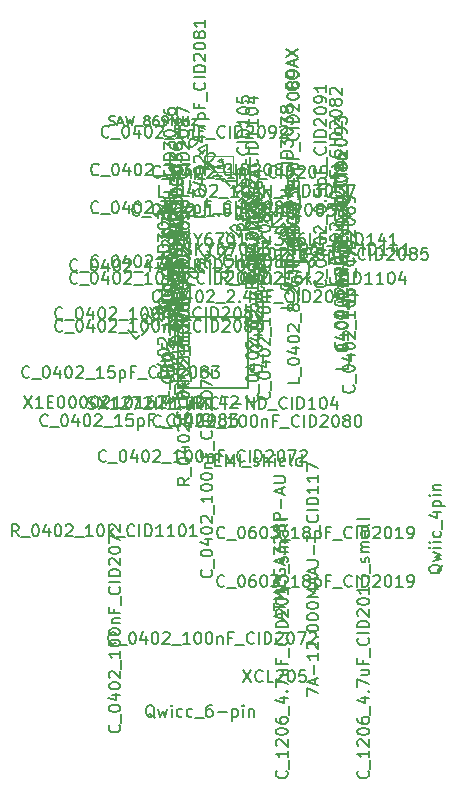
<source format=gbr>
G04 #@! TF.GenerationSoftware,KiCad,Pcbnew,(5.1.4)-1*
G04 #@! TF.CreationDate,2020-12-03T17:51:28+01:00*
G04 #@! TF.ProjectId,LoRa_Balloon,4c6f5261-5f42-4616-9c6c-6f6f6e2e6b69,2*
G04 #@! TF.SameCoordinates,Original*
G04 #@! TF.FileFunction,Other,Fab,Top*
%FSLAX46Y46*%
G04 Gerber Fmt 4.6, Leading zero omitted, Abs format (unit mm)*
G04 Created by KiCad (PCBNEW (5.1.4)-1) date 2020-12-03 17:51:28*
%MOMM*%
%LPD*%
G04 APERTURE LIST*
%ADD10C,0.150000*%
%ADD11C,0.100000*%
%ADD12C,0.075000*%
G04 APERTURE END LIST*
D10*
X203616560Y-116607080D02*
X204616560Y-116607080D01*
X204616560Y-116607080D02*
X204616560Y-118607080D01*
X204616560Y-118607080D02*
X202616560Y-118607080D01*
X202616560Y-118607080D02*
X202616560Y-117607080D01*
X202616560Y-117607080D02*
X203616560Y-116607080D01*
X195586120Y-126184520D02*
X200586120Y-126184520D01*
X200586120Y-126184520D02*
X200586120Y-132184520D01*
X200586120Y-132184520D02*
X194586120Y-132184520D01*
X194586120Y-132184520D02*
X194586120Y-127184520D01*
X194586120Y-127184520D02*
X195586120Y-126184520D01*
X205702840Y-122559000D02*
X204702840Y-123559000D01*
X205702840Y-121559000D02*
X205702840Y-122559000D01*
X203702840Y-121559000D02*
X205702840Y-121559000D01*
X203702840Y-123559000D02*
X203702840Y-121559000D01*
X204702840Y-123559000D02*
X203702840Y-123559000D01*
D11*
X197096200Y-112543000D02*
X197096200Y-113393000D01*
X197596200Y-113893000D02*
X199296200Y-113893000D01*
X197096200Y-112543000D02*
X199296200Y-112543000D01*
X199296200Y-112543000D02*
X199296200Y-113893000D01*
X197096200Y-113393000D02*
X197596200Y-113893000D01*
D10*
X188797389Y-109955289D02*
X188911675Y-109993384D01*
X189102151Y-109993384D01*
X189178341Y-109955289D01*
X189216437Y-109917194D01*
X189254532Y-109841003D01*
X189254532Y-109764813D01*
X189216437Y-109688622D01*
X189178341Y-109650527D01*
X189102151Y-109612432D01*
X188949770Y-109574337D01*
X188873580Y-109536241D01*
X188835484Y-109498146D01*
X188797389Y-109421956D01*
X188797389Y-109345765D01*
X188835484Y-109269575D01*
X188873580Y-109231480D01*
X188949770Y-109193384D01*
X189140246Y-109193384D01*
X189254532Y-109231480D01*
X189559294Y-109764813D02*
X189940246Y-109764813D01*
X189483103Y-109993384D02*
X189749770Y-109193384D01*
X190016437Y-109993384D01*
X190206913Y-109193384D02*
X190397389Y-109993384D01*
X190549770Y-109421956D01*
X190702151Y-109993384D01*
X190892627Y-109193384D01*
X191006913Y-110069575D02*
X191616437Y-110069575D01*
X191921199Y-109536241D02*
X191845008Y-109498146D01*
X191806913Y-109460051D01*
X191768818Y-109383860D01*
X191768818Y-109345765D01*
X191806913Y-109269575D01*
X191845008Y-109231480D01*
X191921199Y-109193384D01*
X192073580Y-109193384D01*
X192149770Y-109231480D01*
X192187865Y-109269575D01*
X192225960Y-109345765D01*
X192225960Y-109383860D01*
X192187865Y-109460051D01*
X192149770Y-109498146D01*
X192073580Y-109536241D01*
X191921199Y-109536241D01*
X191845008Y-109574337D01*
X191806913Y-109612432D01*
X191768818Y-109688622D01*
X191768818Y-109841003D01*
X191806913Y-109917194D01*
X191845008Y-109955289D01*
X191921199Y-109993384D01*
X192073580Y-109993384D01*
X192149770Y-109955289D01*
X192187865Y-109917194D01*
X192225960Y-109841003D01*
X192225960Y-109688622D01*
X192187865Y-109612432D01*
X192149770Y-109574337D01*
X192073580Y-109536241D01*
X192911675Y-109193384D02*
X192759294Y-109193384D01*
X192683103Y-109231480D01*
X192645008Y-109269575D01*
X192568818Y-109383860D01*
X192530722Y-109536241D01*
X192530722Y-109841003D01*
X192568818Y-109917194D01*
X192606913Y-109955289D01*
X192683103Y-109993384D01*
X192835484Y-109993384D01*
X192911675Y-109955289D01*
X192949770Y-109917194D01*
X192987865Y-109841003D01*
X192987865Y-109650527D01*
X192949770Y-109574337D01*
X192911675Y-109536241D01*
X192835484Y-109498146D01*
X192683103Y-109498146D01*
X192606913Y-109536241D01*
X192568818Y-109574337D01*
X192530722Y-109650527D01*
X193368818Y-109993384D02*
X193521199Y-109993384D01*
X193597389Y-109955289D01*
X193635484Y-109917194D01*
X193711675Y-109802908D01*
X193749770Y-109650527D01*
X193749770Y-109345765D01*
X193711675Y-109269575D01*
X193673580Y-109231480D01*
X193597389Y-109193384D01*
X193445008Y-109193384D01*
X193368818Y-109231480D01*
X193330722Y-109269575D01*
X193292627Y-109345765D01*
X193292627Y-109536241D01*
X193330722Y-109612432D01*
X193368818Y-109650527D01*
X193445008Y-109688622D01*
X193597389Y-109688622D01*
X193673580Y-109650527D01*
X193711675Y-109612432D01*
X193749770Y-109536241D01*
X194092627Y-109993384D02*
X194092627Y-109193384D01*
X194359294Y-109764813D01*
X194625960Y-109193384D01*
X194625960Y-109993384D01*
X195006913Y-109993384D02*
X195006913Y-109193384D01*
X195006913Y-109574337D02*
X195464056Y-109574337D01*
X195464056Y-109993384D02*
X195464056Y-109193384D01*
X195768818Y-109460051D02*
X196187865Y-109460051D01*
X195768818Y-109993384D01*
X196187865Y-109993384D01*
X200157413Y-156111960D02*
X200824080Y-157111960D01*
X200824080Y-156111960D02*
X200157413Y-157111960D01*
X201776460Y-157016722D02*
X201728841Y-157064341D01*
X201585984Y-157111960D01*
X201490746Y-157111960D01*
X201347889Y-157064341D01*
X201252651Y-156969103D01*
X201205032Y-156873865D01*
X201157413Y-156683389D01*
X201157413Y-156540532D01*
X201205032Y-156350056D01*
X201252651Y-156254818D01*
X201347889Y-156159580D01*
X201490746Y-156111960D01*
X201585984Y-156111960D01*
X201728841Y-156159580D01*
X201776460Y-156207199D01*
X202681222Y-157111960D02*
X202205032Y-157111960D01*
X202205032Y-156111960D01*
X202966937Y-156207199D02*
X203014556Y-156159580D01*
X203109794Y-156111960D01*
X203347889Y-156111960D01*
X203443127Y-156159580D01*
X203490746Y-156207199D01*
X203538365Y-156302437D01*
X203538365Y-156397675D01*
X203490746Y-156540532D01*
X202919318Y-157111960D01*
X203538365Y-157111960D01*
X204157413Y-156111960D02*
X204252651Y-156111960D01*
X204347889Y-156159580D01*
X204395508Y-156207199D01*
X204443127Y-156302437D01*
X204490746Y-156492913D01*
X204490746Y-156731008D01*
X204443127Y-156921484D01*
X204395508Y-157016722D01*
X204347889Y-157064341D01*
X204252651Y-157111960D01*
X204157413Y-157111960D01*
X204062175Y-157064341D01*
X204014556Y-157016722D01*
X203966937Y-156921484D01*
X203919318Y-156731008D01*
X203919318Y-156492913D01*
X203966937Y-156302437D01*
X204014556Y-156207199D01*
X204062175Y-156159580D01*
X204157413Y-156111960D01*
X205395508Y-156111960D02*
X204919318Y-156111960D01*
X204871699Y-156588151D01*
X204919318Y-156540532D01*
X205014556Y-156492913D01*
X205252651Y-156492913D01*
X205347889Y-156540532D01*
X205395508Y-156588151D01*
X205443127Y-156683389D01*
X205443127Y-156921484D01*
X205395508Y-157016722D01*
X205347889Y-157064341D01*
X205252651Y-157111960D01*
X205014556Y-157111960D01*
X204919318Y-157064341D01*
X204871699Y-157016722D01*
X216987219Y-147177619D02*
X216939600Y-147272857D01*
X216844361Y-147368095D01*
X216701504Y-147510952D01*
X216653885Y-147606190D01*
X216653885Y-147701428D01*
X216891980Y-147653809D02*
X216844361Y-147749047D01*
X216749123Y-147844285D01*
X216558647Y-147891904D01*
X216225314Y-147891904D01*
X216034838Y-147844285D01*
X215939600Y-147749047D01*
X215891980Y-147653809D01*
X215891980Y-147463333D01*
X215939600Y-147368095D01*
X216034838Y-147272857D01*
X216225314Y-147225238D01*
X216558647Y-147225238D01*
X216749123Y-147272857D01*
X216844361Y-147368095D01*
X216891980Y-147463333D01*
X216891980Y-147653809D01*
X216225314Y-146891904D02*
X216891980Y-146701428D01*
X216415790Y-146510952D01*
X216891980Y-146320476D01*
X216225314Y-146130000D01*
X216891980Y-145749047D02*
X216225314Y-145749047D01*
X215891980Y-145749047D02*
X215939600Y-145796666D01*
X215987219Y-145749047D01*
X215939600Y-145701428D01*
X215891980Y-145749047D01*
X215987219Y-145749047D01*
X216891980Y-145272857D02*
X216225314Y-145272857D01*
X215891980Y-145272857D02*
X215939600Y-145320476D01*
X215987219Y-145272857D01*
X215939600Y-145225238D01*
X215891980Y-145272857D01*
X215987219Y-145272857D01*
X216844361Y-144368095D02*
X216891980Y-144463333D01*
X216891980Y-144653809D01*
X216844361Y-144749047D01*
X216796742Y-144796666D01*
X216701504Y-144844285D01*
X216415790Y-144844285D01*
X216320552Y-144796666D01*
X216272933Y-144749047D01*
X216225314Y-144653809D01*
X216225314Y-144463333D01*
X216272933Y-144368095D01*
X216987219Y-144177619D02*
X216987219Y-143415714D01*
X216225314Y-142749047D02*
X216891980Y-142749047D01*
X215844361Y-142987142D02*
X216558647Y-143225238D01*
X216558647Y-142606190D01*
X216225314Y-142225238D02*
X217225314Y-142225238D01*
X216272933Y-142225238D02*
X216225314Y-142130000D01*
X216225314Y-141939523D01*
X216272933Y-141844285D01*
X216320552Y-141796666D01*
X216415790Y-141749047D01*
X216701504Y-141749047D01*
X216796742Y-141796666D01*
X216844361Y-141844285D01*
X216891980Y-141939523D01*
X216891980Y-142130000D01*
X216844361Y-142225238D01*
X216891980Y-141320476D02*
X216225314Y-141320476D01*
X215891980Y-141320476D02*
X215939600Y-141368095D01*
X215987219Y-141320476D01*
X215939600Y-141272857D01*
X215891980Y-141320476D01*
X215987219Y-141320476D01*
X216225314Y-140844285D02*
X216891980Y-140844285D01*
X216320552Y-140844285D02*
X216272933Y-140796666D01*
X216225314Y-140701428D01*
X216225314Y-140558571D01*
X216272933Y-140463333D01*
X216368171Y-140415714D01*
X216891980Y-140415714D01*
X204657142Y-106409047D02*
X204704761Y-106456666D01*
X204752380Y-106599523D01*
X204752380Y-106694761D01*
X204704761Y-106837619D01*
X204609523Y-106932857D01*
X204514285Y-106980476D01*
X204323809Y-107028095D01*
X204180952Y-107028095D01*
X203990476Y-106980476D01*
X203895238Y-106932857D01*
X203800000Y-106837619D01*
X203752380Y-106694761D01*
X203752380Y-106599523D01*
X203800000Y-106456666D01*
X203847619Y-106409047D01*
X203752380Y-105790000D02*
X203752380Y-105599523D01*
X203800000Y-105504285D01*
X203895238Y-105409047D01*
X204085714Y-105361428D01*
X204419047Y-105361428D01*
X204609523Y-105409047D01*
X204704761Y-105504285D01*
X204752380Y-105599523D01*
X204752380Y-105790000D01*
X204704761Y-105885238D01*
X204609523Y-105980476D01*
X204419047Y-106028095D01*
X204085714Y-106028095D01*
X203895238Y-105980476D01*
X203800000Y-105885238D01*
X203752380Y-105790000D01*
X204466666Y-104980476D02*
X204466666Y-104504285D01*
X204752380Y-105075714D02*
X203752380Y-104742380D01*
X204752380Y-104409047D01*
X203752380Y-104170952D02*
X204752380Y-103504285D01*
X203752380Y-103504285D02*
X204752380Y-104170952D01*
X194420340Y-125114099D02*
X194420340Y-125590289D01*
X193420340Y-125590289D01*
X194515579Y-125018860D02*
X194515579Y-124256956D01*
X193420340Y-123828384D02*
X193420340Y-123733146D01*
X193467960Y-123637908D01*
X193515579Y-123590289D01*
X193610817Y-123542670D01*
X193801293Y-123495051D01*
X194039388Y-123495051D01*
X194229864Y-123542670D01*
X194325102Y-123590289D01*
X194372721Y-123637908D01*
X194420340Y-123733146D01*
X194420340Y-123828384D01*
X194372721Y-123923622D01*
X194325102Y-123971241D01*
X194229864Y-124018860D01*
X194039388Y-124066480D01*
X193801293Y-124066480D01*
X193610817Y-124018860D01*
X193515579Y-123971241D01*
X193467960Y-123923622D01*
X193420340Y-123828384D01*
X193753674Y-122637908D02*
X194420340Y-122637908D01*
X193372721Y-122876003D02*
X194087007Y-123114099D01*
X194087007Y-122495051D01*
X193420340Y-121923622D02*
X193420340Y-121828384D01*
X193467960Y-121733146D01*
X193515579Y-121685527D01*
X193610817Y-121637908D01*
X193801293Y-121590289D01*
X194039388Y-121590289D01*
X194229864Y-121637908D01*
X194325102Y-121685527D01*
X194372721Y-121733146D01*
X194420340Y-121828384D01*
X194420340Y-121923622D01*
X194372721Y-122018860D01*
X194325102Y-122066480D01*
X194229864Y-122114099D01*
X194039388Y-122161718D01*
X193801293Y-122161718D01*
X193610817Y-122114099D01*
X193515579Y-122066480D01*
X193467960Y-122018860D01*
X193420340Y-121923622D01*
X193515579Y-121209337D02*
X193467960Y-121161718D01*
X193420340Y-121066480D01*
X193420340Y-120828384D01*
X193467960Y-120733146D01*
X193515579Y-120685527D01*
X193610817Y-120637908D01*
X193706055Y-120637908D01*
X193848912Y-120685527D01*
X194420340Y-121256956D01*
X194420340Y-120637908D01*
X194515579Y-120447432D02*
X194515579Y-119685527D01*
X193420340Y-118971241D02*
X193420340Y-119447432D01*
X193896531Y-119495051D01*
X193848912Y-119447432D01*
X193801293Y-119352194D01*
X193801293Y-119114099D01*
X193848912Y-119018860D01*
X193896531Y-118971241D01*
X193991769Y-118923622D01*
X194229864Y-118923622D01*
X194325102Y-118971241D01*
X194372721Y-119018860D01*
X194420340Y-119114099D01*
X194420340Y-119352194D01*
X194372721Y-119447432D01*
X194325102Y-119495051D01*
X194325102Y-118495051D02*
X194372721Y-118447432D01*
X194420340Y-118495051D01*
X194372721Y-118542670D01*
X194325102Y-118495051D01*
X194420340Y-118495051D01*
X193420340Y-117590289D02*
X193420340Y-117780765D01*
X193467960Y-117876003D01*
X193515579Y-117923622D01*
X193658436Y-118018860D01*
X193848912Y-118066480D01*
X194229864Y-118066480D01*
X194325102Y-118018860D01*
X194372721Y-117971241D01*
X194420340Y-117876003D01*
X194420340Y-117685527D01*
X194372721Y-117590289D01*
X194325102Y-117542670D01*
X194229864Y-117495051D01*
X193991769Y-117495051D01*
X193896531Y-117542670D01*
X193848912Y-117590289D01*
X193801293Y-117685527D01*
X193801293Y-117876003D01*
X193848912Y-117971241D01*
X193896531Y-118018860D01*
X193991769Y-118066480D01*
X193753674Y-117066480D02*
X194420340Y-117066480D01*
X193848912Y-117066480D02*
X193801293Y-117018860D01*
X193753674Y-116923622D01*
X193753674Y-116780765D01*
X193801293Y-116685527D01*
X193896531Y-116637908D01*
X194420340Y-116637908D01*
X194420340Y-116161718D02*
X193420340Y-116161718D01*
X193896531Y-116161718D02*
X193896531Y-115590289D01*
X194420340Y-115590289D02*
X193420340Y-115590289D01*
X194515579Y-115352194D02*
X194515579Y-114590289D01*
X194325102Y-113780765D02*
X194372721Y-113828384D01*
X194420340Y-113971241D01*
X194420340Y-114066480D01*
X194372721Y-114209337D01*
X194277483Y-114304575D01*
X194182245Y-114352194D01*
X193991769Y-114399813D01*
X193848912Y-114399813D01*
X193658436Y-114352194D01*
X193563198Y-114304575D01*
X193467960Y-114209337D01*
X193420340Y-114066480D01*
X193420340Y-113971241D01*
X193467960Y-113828384D01*
X193515579Y-113780765D01*
X194420340Y-113352194D02*
X193420340Y-113352194D01*
X194420340Y-112876003D02*
X193420340Y-112876003D01*
X193420340Y-112637908D01*
X193467960Y-112495051D01*
X193563198Y-112399813D01*
X193658436Y-112352194D01*
X193848912Y-112304575D01*
X193991769Y-112304575D01*
X194182245Y-112352194D01*
X194277483Y-112399813D01*
X194372721Y-112495051D01*
X194420340Y-112637908D01*
X194420340Y-112876003D01*
X193420340Y-111971241D02*
X193420340Y-111352194D01*
X193801293Y-111685527D01*
X193801293Y-111542670D01*
X193848912Y-111447432D01*
X193896531Y-111399813D01*
X193991769Y-111352194D01*
X194229864Y-111352194D01*
X194325102Y-111399813D01*
X194372721Y-111447432D01*
X194420340Y-111542670D01*
X194420340Y-111828384D01*
X194372721Y-111923622D01*
X194325102Y-111971241D01*
X193420340Y-110733146D02*
X193420340Y-110637908D01*
X193467960Y-110542670D01*
X193515579Y-110495051D01*
X193610817Y-110447432D01*
X193801293Y-110399813D01*
X194039388Y-110399813D01*
X194229864Y-110447432D01*
X194325102Y-110495051D01*
X194372721Y-110542670D01*
X194420340Y-110637908D01*
X194420340Y-110733146D01*
X194372721Y-110828384D01*
X194325102Y-110876003D01*
X194229864Y-110923622D01*
X194039388Y-110971241D01*
X193801293Y-110971241D01*
X193610817Y-110923622D01*
X193515579Y-110876003D01*
X193467960Y-110828384D01*
X193420340Y-110733146D01*
X193420340Y-110066480D02*
X193420340Y-109447432D01*
X193801293Y-109780765D01*
X193801293Y-109637908D01*
X193848912Y-109542670D01*
X193896531Y-109495051D01*
X193991769Y-109447432D01*
X194229864Y-109447432D01*
X194325102Y-109495051D01*
X194372721Y-109542670D01*
X194420340Y-109637908D01*
X194420340Y-109923622D01*
X194372721Y-110018860D01*
X194325102Y-110066480D01*
X193420340Y-108590289D02*
X193420340Y-108780765D01*
X193467960Y-108876003D01*
X193515579Y-108923622D01*
X193658436Y-109018860D01*
X193848912Y-109066480D01*
X194229864Y-109066480D01*
X194325102Y-109018860D01*
X194372721Y-108971241D01*
X194420340Y-108876003D01*
X194420340Y-108685527D01*
X194372721Y-108590289D01*
X194325102Y-108542670D01*
X194229864Y-108495051D01*
X193991769Y-108495051D01*
X193896531Y-108542670D01*
X193848912Y-108590289D01*
X193801293Y-108685527D01*
X193801293Y-108876003D01*
X193848912Y-108971241D01*
X193896531Y-109018860D01*
X193991769Y-109066480D01*
X210706002Y-164632612D02*
X210753621Y-164680231D01*
X210801240Y-164823088D01*
X210801240Y-164918326D01*
X210753621Y-165061183D01*
X210658383Y-165156421D01*
X210563145Y-165204040D01*
X210372669Y-165251660D01*
X210229812Y-165251660D01*
X210039336Y-165204040D01*
X209944098Y-165156421D01*
X209848860Y-165061183D01*
X209801240Y-164918326D01*
X209801240Y-164823088D01*
X209848860Y-164680231D01*
X209896479Y-164632612D01*
X210896479Y-164442136D02*
X210896479Y-163680231D01*
X210801240Y-162918326D02*
X210801240Y-163489755D01*
X210801240Y-163204040D02*
X209801240Y-163204040D01*
X209944098Y-163299279D01*
X210039336Y-163394517D01*
X210086955Y-163489755D01*
X209896479Y-162537374D02*
X209848860Y-162489755D01*
X209801240Y-162394517D01*
X209801240Y-162156421D01*
X209848860Y-162061183D01*
X209896479Y-162013564D01*
X209991717Y-161965945D01*
X210086955Y-161965945D01*
X210229812Y-162013564D01*
X210801240Y-162584993D01*
X210801240Y-161965945D01*
X209801240Y-161346898D02*
X209801240Y-161251660D01*
X209848860Y-161156421D01*
X209896479Y-161108802D01*
X209991717Y-161061183D01*
X210182193Y-161013564D01*
X210420288Y-161013564D01*
X210610764Y-161061183D01*
X210706002Y-161108802D01*
X210753621Y-161156421D01*
X210801240Y-161251660D01*
X210801240Y-161346898D01*
X210753621Y-161442136D01*
X210706002Y-161489755D01*
X210610764Y-161537374D01*
X210420288Y-161584993D01*
X210182193Y-161584993D01*
X209991717Y-161537374D01*
X209896479Y-161489755D01*
X209848860Y-161442136D01*
X209801240Y-161346898D01*
X209801240Y-160156421D02*
X209801240Y-160346898D01*
X209848860Y-160442136D01*
X209896479Y-160489755D01*
X210039336Y-160584993D01*
X210229812Y-160632612D01*
X210610764Y-160632612D01*
X210706002Y-160584993D01*
X210753621Y-160537374D01*
X210801240Y-160442136D01*
X210801240Y-160251660D01*
X210753621Y-160156421D01*
X210706002Y-160108802D01*
X210610764Y-160061183D01*
X210372669Y-160061183D01*
X210277431Y-160108802D01*
X210229812Y-160156421D01*
X210182193Y-160251660D01*
X210182193Y-160442136D01*
X210229812Y-160537374D01*
X210277431Y-160584993D01*
X210372669Y-160632612D01*
X210896479Y-159870707D02*
X210896479Y-159108802D01*
X210134574Y-158442136D02*
X210801240Y-158442136D01*
X209753621Y-158680231D02*
X210467907Y-158918326D01*
X210467907Y-158299279D01*
X210706002Y-157918326D02*
X210753621Y-157870707D01*
X210801240Y-157918326D01*
X210753621Y-157965945D01*
X210706002Y-157918326D01*
X210801240Y-157918326D01*
X209801240Y-157537374D02*
X209801240Y-156870707D01*
X210801240Y-157299279D01*
X210134574Y-156061183D02*
X210801240Y-156061183D01*
X210134574Y-156489755D02*
X210658383Y-156489755D01*
X210753621Y-156442136D01*
X210801240Y-156346898D01*
X210801240Y-156204040D01*
X210753621Y-156108802D01*
X210706002Y-156061183D01*
X210277431Y-155251660D02*
X210277431Y-155584993D01*
X210801240Y-155584993D02*
X209801240Y-155584993D01*
X209801240Y-155108802D01*
X210896479Y-154965945D02*
X210896479Y-154204040D01*
X210706002Y-153394517D02*
X210753621Y-153442136D01*
X210801240Y-153584993D01*
X210801240Y-153680231D01*
X210753621Y-153823088D01*
X210658383Y-153918326D01*
X210563145Y-153965945D01*
X210372669Y-154013564D01*
X210229812Y-154013564D01*
X210039336Y-153965945D01*
X209944098Y-153918326D01*
X209848860Y-153823088D01*
X209801240Y-153680231D01*
X209801240Y-153584993D01*
X209848860Y-153442136D01*
X209896479Y-153394517D01*
X210801240Y-152965945D02*
X209801240Y-152965945D01*
X210801240Y-152489755D02*
X209801240Y-152489755D01*
X209801240Y-152251660D01*
X209848860Y-152108802D01*
X209944098Y-152013564D01*
X210039336Y-151965945D01*
X210229812Y-151918326D01*
X210372669Y-151918326D01*
X210563145Y-151965945D01*
X210658383Y-152013564D01*
X210753621Y-152108802D01*
X210801240Y-152251660D01*
X210801240Y-152489755D01*
X209896479Y-151537374D02*
X209848860Y-151489755D01*
X209801240Y-151394517D01*
X209801240Y-151156421D01*
X209848860Y-151061183D01*
X209896479Y-151013564D01*
X209991717Y-150965945D01*
X210086955Y-150965945D01*
X210229812Y-151013564D01*
X210801240Y-151584993D01*
X210801240Y-150965945D01*
X209801240Y-150346898D02*
X209801240Y-150251660D01*
X209848860Y-150156421D01*
X209896479Y-150108802D01*
X209991717Y-150061183D01*
X210182193Y-150013564D01*
X210420288Y-150013564D01*
X210610764Y-150061183D01*
X210706002Y-150108802D01*
X210753621Y-150156421D01*
X210801240Y-150251660D01*
X210801240Y-150346898D01*
X210753621Y-150442136D01*
X210706002Y-150489755D01*
X210610764Y-150537374D01*
X210420288Y-150584993D01*
X210182193Y-150584993D01*
X209991717Y-150537374D01*
X209896479Y-150489755D01*
X209848860Y-150442136D01*
X209801240Y-150346898D01*
X210801240Y-149061183D02*
X210801240Y-149632612D01*
X210801240Y-149346898D02*
X209801240Y-149346898D01*
X209944098Y-149442136D01*
X210039336Y-149537374D01*
X210086955Y-149632612D01*
X209801240Y-148727850D02*
X209801240Y-148108802D01*
X210182193Y-148442136D01*
X210182193Y-148299279D01*
X210229812Y-148204040D01*
X210277431Y-148156421D01*
X210372669Y-148108802D01*
X210610764Y-148108802D01*
X210706002Y-148156421D01*
X210753621Y-148204040D01*
X210801240Y-148299279D01*
X210801240Y-148584993D01*
X210753621Y-148680231D01*
X210706002Y-148727850D01*
X210896479Y-147918326D02*
X210896479Y-147156421D01*
X210753621Y-146965945D02*
X210801240Y-146870707D01*
X210801240Y-146680231D01*
X210753621Y-146584993D01*
X210658383Y-146537374D01*
X210610764Y-146537374D01*
X210515526Y-146584993D01*
X210467907Y-146680231D01*
X210467907Y-146823088D01*
X210420288Y-146918326D01*
X210325050Y-146965945D01*
X210277431Y-146965945D01*
X210182193Y-146918326D01*
X210134574Y-146823088D01*
X210134574Y-146680231D01*
X210182193Y-146584993D01*
X210801240Y-146108802D02*
X210134574Y-146108802D01*
X210229812Y-146108802D02*
X210182193Y-146061183D01*
X210134574Y-145965945D01*
X210134574Y-145823088D01*
X210182193Y-145727850D01*
X210277431Y-145680231D01*
X210801240Y-145680231D01*
X210277431Y-145680231D02*
X210182193Y-145632612D01*
X210134574Y-145537374D01*
X210134574Y-145394517D01*
X210182193Y-145299279D01*
X210277431Y-145251660D01*
X210801240Y-145251660D01*
X210801240Y-144346898D02*
X210277431Y-144346898D01*
X210182193Y-144394517D01*
X210134574Y-144489755D01*
X210134574Y-144680231D01*
X210182193Y-144775469D01*
X210753621Y-144346898D02*
X210801240Y-144442136D01*
X210801240Y-144680231D01*
X210753621Y-144775469D01*
X210658383Y-144823088D01*
X210563145Y-144823088D01*
X210467907Y-144775469D01*
X210420288Y-144680231D01*
X210420288Y-144442136D01*
X210372669Y-144346898D01*
X210801240Y-143727850D02*
X210753621Y-143823088D01*
X210658383Y-143870707D01*
X209801240Y-143870707D01*
X210801240Y-143204040D02*
X210753621Y-143299279D01*
X210658383Y-143346898D01*
X209801240Y-143346898D01*
X203807302Y-164632612D02*
X203854921Y-164680231D01*
X203902540Y-164823088D01*
X203902540Y-164918326D01*
X203854921Y-165061183D01*
X203759683Y-165156421D01*
X203664445Y-165204040D01*
X203473969Y-165251660D01*
X203331112Y-165251660D01*
X203140636Y-165204040D01*
X203045398Y-165156421D01*
X202950160Y-165061183D01*
X202902540Y-164918326D01*
X202902540Y-164823088D01*
X202950160Y-164680231D01*
X202997779Y-164632612D01*
X203997779Y-164442136D02*
X203997779Y-163680231D01*
X203902540Y-162918326D02*
X203902540Y-163489755D01*
X203902540Y-163204040D02*
X202902540Y-163204040D01*
X203045398Y-163299279D01*
X203140636Y-163394517D01*
X203188255Y-163489755D01*
X202997779Y-162537374D02*
X202950160Y-162489755D01*
X202902540Y-162394517D01*
X202902540Y-162156421D01*
X202950160Y-162061183D01*
X202997779Y-162013564D01*
X203093017Y-161965945D01*
X203188255Y-161965945D01*
X203331112Y-162013564D01*
X203902540Y-162584993D01*
X203902540Y-161965945D01*
X202902540Y-161346898D02*
X202902540Y-161251660D01*
X202950160Y-161156421D01*
X202997779Y-161108802D01*
X203093017Y-161061183D01*
X203283493Y-161013564D01*
X203521588Y-161013564D01*
X203712064Y-161061183D01*
X203807302Y-161108802D01*
X203854921Y-161156421D01*
X203902540Y-161251660D01*
X203902540Y-161346898D01*
X203854921Y-161442136D01*
X203807302Y-161489755D01*
X203712064Y-161537374D01*
X203521588Y-161584993D01*
X203283493Y-161584993D01*
X203093017Y-161537374D01*
X202997779Y-161489755D01*
X202950160Y-161442136D01*
X202902540Y-161346898D01*
X202902540Y-160156421D02*
X202902540Y-160346898D01*
X202950160Y-160442136D01*
X202997779Y-160489755D01*
X203140636Y-160584993D01*
X203331112Y-160632612D01*
X203712064Y-160632612D01*
X203807302Y-160584993D01*
X203854921Y-160537374D01*
X203902540Y-160442136D01*
X203902540Y-160251660D01*
X203854921Y-160156421D01*
X203807302Y-160108802D01*
X203712064Y-160061183D01*
X203473969Y-160061183D01*
X203378731Y-160108802D01*
X203331112Y-160156421D01*
X203283493Y-160251660D01*
X203283493Y-160442136D01*
X203331112Y-160537374D01*
X203378731Y-160584993D01*
X203473969Y-160632612D01*
X203997779Y-159870707D02*
X203997779Y-159108802D01*
X203235874Y-158442136D02*
X203902540Y-158442136D01*
X202854921Y-158680231D02*
X203569207Y-158918326D01*
X203569207Y-158299279D01*
X203807302Y-157918326D02*
X203854921Y-157870707D01*
X203902540Y-157918326D01*
X203854921Y-157965945D01*
X203807302Y-157918326D01*
X203902540Y-157918326D01*
X202902540Y-157537374D02*
X202902540Y-156870707D01*
X203902540Y-157299279D01*
X203235874Y-156061183D02*
X203902540Y-156061183D01*
X203235874Y-156489755D02*
X203759683Y-156489755D01*
X203854921Y-156442136D01*
X203902540Y-156346898D01*
X203902540Y-156204040D01*
X203854921Y-156108802D01*
X203807302Y-156061183D01*
X203378731Y-155251660D02*
X203378731Y-155584993D01*
X203902540Y-155584993D02*
X202902540Y-155584993D01*
X202902540Y-155108802D01*
X203997779Y-154965945D02*
X203997779Y-154204040D01*
X203807302Y-153394517D02*
X203854921Y-153442136D01*
X203902540Y-153584993D01*
X203902540Y-153680231D01*
X203854921Y-153823088D01*
X203759683Y-153918326D01*
X203664445Y-153965945D01*
X203473969Y-154013564D01*
X203331112Y-154013564D01*
X203140636Y-153965945D01*
X203045398Y-153918326D01*
X202950160Y-153823088D01*
X202902540Y-153680231D01*
X202902540Y-153584993D01*
X202950160Y-153442136D01*
X202997779Y-153394517D01*
X203902540Y-152965945D02*
X202902540Y-152965945D01*
X203902540Y-152489755D02*
X202902540Y-152489755D01*
X202902540Y-152251660D01*
X202950160Y-152108802D01*
X203045398Y-152013564D01*
X203140636Y-151965945D01*
X203331112Y-151918326D01*
X203473969Y-151918326D01*
X203664445Y-151965945D01*
X203759683Y-152013564D01*
X203854921Y-152108802D01*
X203902540Y-152251660D01*
X203902540Y-152489755D01*
X202997779Y-151537374D02*
X202950160Y-151489755D01*
X202902540Y-151394517D01*
X202902540Y-151156421D01*
X202950160Y-151061183D01*
X202997779Y-151013564D01*
X203093017Y-150965945D01*
X203188255Y-150965945D01*
X203331112Y-151013564D01*
X203902540Y-151584993D01*
X203902540Y-150965945D01*
X202902540Y-150346898D02*
X202902540Y-150251660D01*
X202950160Y-150156421D01*
X202997779Y-150108802D01*
X203093017Y-150061183D01*
X203283493Y-150013564D01*
X203521588Y-150013564D01*
X203712064Y-150061183D01*
X203807302Y-150108802D01*
X203854921Y-150156421D01*
X203902540Y-150251660D01*
X203902540Y-150346898D01*
X203854921Y-150442136D01*
X203807302Y-150489755D01*
X203712064Y-150537374D01*
X203521588Y-150584993D01*
X203283493Y-150584993D01*
X203093017Y-150537374D01*
X202997779Y-150489755D01*
X202950160Y-150442136D01*
X202902540Y-150346898D01*
X203902540Y-149061183D02*
X203902540Y-149632612D01*
X203902540Y-149346898D02*
X202902540Y-149346898D01*
X203045398Y-149442136D01*
X203140636Y-149537374D01*
X203188255Y-149632612D01*
X202902540Y-148727850D02*
X202902540Y-148108802D01*
X203283493Y-148442136D01*
X203283493Y-148299279D01*
X203331112Y-148204040D01*
X203378731Y-148156421D01*
X203473969Y-148108802D01*
X203712064Y-148108802D01*
X203807302Y-148156421D01*
X203854921Y-148204040D01*
X203902540Y-148299279D01*
X203902540Y-148584993D01*
X203854921Y-148680231D01*
X203807302Y-148727850D01*
X203997779Y-147918326D02*
X203997779Y-147156421D01*
X203854921Y-146965945D02*
X203902540Y-146870707D01*
X203902540Y-146680231D01*
X203854921Y-146584993D01*
X203759683Y-146537374D01*
X203712064Y-146537374D01*
X203616826Y-146584993D01*
X203569207Y-146680231D01*
X203569207Y-146823088D01*
X203521588Y-146918326D01*
X203426350Y-146965945D01*
X203378731Y-146965945D01*
X203283493Y-146918326D01*
X203235874Y-146823088D01*
X203235874Y-146680231D01*
X203283493Y-146584993D01*
X203902540Y-146108802D02*
X203235874Y-146108802D01*
X203331112Y-146108802D02*
X203283493Y-146061183D01*
X203235874Y-145965945D01*
X203235874Y-145823088D01*
X203283493Y-145727850D01*
X203378731Y-145680231D01*
X203902540Y-145680231D01*
X203378731Y-145680231D02*
X203283493Y-145632612D01*
X203235874Y-145537374D01*
X203235874Y-145394517D01*
X203283493Y-145299279D01*
X203378731Y-145251660D01*
X203902540Y-145251660D01*
X203902540Y-144346898D02*
X203378731Y-144346898D01*
X203283493Y-144394517D01*
X203235874Y-144489755D01*
X203235874Y-144680231D01*
X203283493Y-144775469D01*
X203854921Y-144346898D02*
X203902540Y-144442136D01*
X203902540Y-144680231D01*
X203854921Y-144775469D01*
X203759683Y-144823088D01*
X203664445Y-144823088D01*
X203569207Y-144775469D01*
X203521588Y-144680231D01*
X203521588Y-144442136D01*
X203473969Y-144346898D01*
X203902540Y-143727850D02*
X203854921Y-143823088D01*
X203759683Y-143870707D01*
X202902540Y-143870707D01*
X203902540Y-143204040D02*
X203854921Y-143299279D01*
X203759683Y-143346898D01*
X202902540Y-143346898D01*
X192649957Y-160153599D02*
X192554719Y-160105980D01*
X192459480Y-160010741D01*
X192316623Y-159867884D01*
X192221385Y-159820265D01*
X192126147Y-159820265D01*
X192173766Y-160058360D02*
X192078528Y-160010741D01*
X191983290Y-159915503D01*
X191935671Y-159725027D01*
X191935671Y-159391694D01*
X191983290Y-159201218D01*
X192078528Y-159105980D01*
X192173766Y-159058360D01*
X192364242Y-159058360D01*
X192459480Y-159105980D01*
X192554719Y-159201218D01*
X192602338Y-159391694D01*
X192602338Y-159725027D01*
X192554719Y-159915503D01*
X192459480Y-160010741D01*
X192364242Y-160058360D01*
X192173766Y-160058360D01*
X192935671Y-159391694D02*
X193126147Y-160058360D01*
X193316623Y-159582170D01*
X193507100Y-160058360D01*
X193697576Y-159391694D01*
X194078528Y-160058360D02*
X194078528Y-159391694D01*
X194078528Y-159058360D02*
X194030909Y-159105980D01*
X194078528Y-159153599D01*
X194126147Y-159105980D01*
X194078528Y-159058360D01*
X194078528Y-159153599D01*
X194983290Y-160010741D02*
X194888052Y-160058360D01*
X194697576Y-160058360D01*
X194602338Y-160010741D01*
X194554719Y-159963122D01*
X194507100Y-159867884D01*
X194507100Y-159582170D01*
X194554719Y-159486932D01*
X194602338Y-159439313D01*
X194697576Y-159391694D01*
X194888052Y-159391694D01*
X194983290Y-159439313D01*
X195840433Y-160010741D02*
X195745195Y-160058360D01*
X195554719Y-160058360D01*
X195459480Y-160010741D01*
X195411861Y-159963122D01*
X195364242Y-159867884D01*
X195364242Y-159582170D01*
X195411861Y-159486932D01*
X195459480Y-159439313D01*
X195554719Y-159391694D01*
X195745195Y-159391694D01*
X195840433Y-159439313D01*
X196030909Y-160153599D02*
X196792814Y-160153599D01*
X197459480Y-159058360D02*
X197269004Y-159058360D01*
X197173766Y-159105980D01*
X197126147Y-159153599D01*
X197030909Y-159296456D01*
X196983290Y-159486932D01*
X196983290Y-159867884D01*
X197030909Y-159963122D01*
X197078528Y-160010741D01*
X197173766Y-160058360D01*
X197364242Y-160058360D01*
X197459480Y-160010741D01*
X197507100Y-159963122D01*
X197554719Y-159867884D01*
X197554719Y-159629789D01*
X197507100Y-159534551D01*
X197459480Y-159486932D01*
X197364242Y-159439313D01*
X197173766Y-159439313D01*
X197078528Y-159486932D01*
X197030909Y-159534551D01*
X196983290Y-159629789D01*
X197983290Y-159677408D02*
X198745195Y-159677408D01*
X199221385Y-159391694D02*
X199221385Y-160391694D01*
X199221385Y-159439313D02*
X199316623Y-159391694D01*
X199507100Y-159391694D01*
X199602338Y-159439313D01*
X199649957Y-159486932D01*
X199697576Y-159582170D01*
X199697576Y-159867884D01*
X199649957Y-159963122D01*
X199602338Y-160010741D01*
X199507100Y-160058360D01*
X199316623Y-160058360D01*
X199221385Y-160010741D01*
X200126147Y-160058360D02*
X200126147Y-159391694D01*
X200126147Y-159058360D02*
X200078528Y-159105980D01*
X200126147Y-159153599D01*
X200173766Y-159105980D01*
X200126147Y-159058360D01*
X200126147Y-159153599D01*
X200602338Y-159391694D02*
X200602338Y-160058360D01*
X200602338Y-159486932D02*
X200649957Y-159439313D01*
X200745195Y-159391694D01*
X200888052Y-159391694D01*
X200983290Y-159439313D01*
X201030909Y-159534551D01*
X201030909Y-160058360D01*
X189342783Y-153786582D02*
X189295164Y-153834201D01*
X189152307Y-153881820D01*
X189057069Y-153881820D01*
X188914212Y-153834201D01*
X188818974Y-153738963D01*
X188771355Y-153643725D01*
X188723736Y-153453249D01*
X188723736Y-153310392D01*
X188771355Y-153119916D01*
X188818974Y-153024678D01*
X188914212Y-152929440D01*
X189057069Y-152881820D01*
X189152307Y-152881820D01*
X189295164Y-152929440D01*
X189342783Y-152977059D01*
X189533260Y-153977059D02*
X190295164Y-153977059D01*
X190723736Y-152881820D02*
X190818974Y-152881820D01*
X190914212Y-152929440D01*
X190961831Y-152977059D01*
X191009450Y-153072297D01*
X191057069Y-153262773D01*
X191057069Y-153500868D01*
X191009450Y-153691344D01*
X190961831Y-153786582D01*
X190914212Y-153834201D01*
X190818974Y-153881820D01*
X190723736Y-153881820D01*
X190628498Y-153834201D01*
X190580879Y-153786582D01*
X190533260Y-153691344D01*
X190485640Y-153500868D01*
X190485640Y-153262773D01*
X190533260Y-153072297D01*
X190580879Y-152977059D01*
X190628498Y-152929440D01*
X190723736Y-152881820D01*
X191914212Y-153215154D02*
X191914212Y-153881820D01*
X191676117Y-152834201D02*
X191438021Y-153548487D01*
X192057069Y-153548487D01*
X192628498Y-152881820D02*
X192723736Y-152881820D01*
X192818974Y-152929440D01*
X192866593Y-152977059D01*
X192914212Y-153072297D01*
X192961831Y-153262773D01*
X192961831Y-153500868D01*
X192914212Y-153691344D01*
X192866593Y-153786582D01*
X192818974Y-153834201D01*
X192723736Y-153881820D01*
X192628498Y-153881820D01*
X192533260Y-153834201D01*
X192485640Y-153786582D01*
X192438021Y-153691344D01*
X192390402Y-153500868D01*
X192390402Y-153262773D01*
X192438021Y-153072297D01*
X192485640Y-152977059D01*
X192533260Y-152929440D01*
X192628498Y-152881820D01*
X193342783Y-152977059D02*
X193390402Y-152929440D01*
X193485640Y-152881820D01*
X193723736Y-152881820D01*
X193818974Y-152929440D01*
X193866593Y-152977059D01*
X193914212Y-153072297D01*
X193914212Y-153167535D01*
X193866593Y-153310392D01*
X193295164Y-153881820D01*
X193914212Y-153881820D01*
X194104688Y-153977059D02*
X194866593Y-153977059D01*
X195628498Y-153881820D02*
X195057069Y-153881820D01*
X195342783Y-153881820D02*
X195342783Y-152881820D01*
X195247545Y-153024678D01*
X195152307Y-153119916D01*
X195057069Y-153167535D01*
X196247545Y-152881820D02*
X196342783Y-152881820D01*
X196438021Y-152929440D01*
X196485640Y-152977059D01*
X196533260Y-153072297D01*
X196580879Y-153262773D01*
X196580879Y-153500868D01*
X196533260Y-153691344D01*
X196485640Y-153786582D01*
X196438021Y-153834201D01*
X196342783Y-153881820D01*
X196247545Y-153881820D01*
X196152307Y-153834201D01*
X196104688Y-153786582D01*
X196057069Y-153691344D01*
X196009450Y-153500868D01*
X196009450Y-153262773D01*
X196057069Y-153072297D01*
X196104688Y-152977059D01*
X196152307Y-152929440D01*
X196247545Y-152881820D01*
X197199926Y-152881820D02*
X197295164Y-152881820D01*
X197390402Y-152929440D01*
X197438021Y-152977059D01*
X197485640Y-153072297D01*
X197533260Y-153262773D01*
X197533260Y-153500868D01*
X197485640Y-153691344D01*
X197438021Y-153786582D01*
X197390402Y-153834201D01*
X197295164Y-153881820D01*
X197199926Y-153881820D01*
X197104688Y-153834201D01*
X197057069Y-153786582D01*
X197009450Y-153691344D01*
X196961831Y-153500868D01*
X196961831Y-153262773D01*
X197009450Y-153072297D01*
X197057069Y-152977059D01*
X197104688Y-152929440D01*
X197199926Y-152881820D01*
X197961831Y-153215154D02*
X197961831Y-153881820D01*
X197961831Y-153310392D02*
X198009450Y-153262773D01*
X198104688Y-153215154D01*
X198247545Y-153215154D01*
X198342783Y-153262773D01*
X198390402Y-153358011D01*
X198390402Y-153881820D01*
X199199926Y-153358011D02*
X198866593Y-153358011D01*
X198866593Y-153881820D02*
X198866593Y-152881820D01*
X199342783Y-152881820D01*
X199485640Y-153977059D02*
X200247545Y-153977059D01*
X201057069Y-153786582D02*
X201009450Y-153834201D01*
X200866593Y-153881820D01*
X200771355Y-153881820D01*
X200628498Y-153834201D01*
X200533260Y-153738963D01*
X200485640Y-153643725D01*
X200438021Y-153453249D01*
X200438021Y-153310392D01*
X200485640Y-153119916D01*
X200533260Y-153024678D01*
X200628498Y-152929440D01*
X200771355Y-152881820D01*
X200866593Y-152881820D01*
X201009450Y-152929440D01*
X201057069Y-152977059D01*
X201485640Y-153881820D02*
X201485640Y-152881820D01*
X201961831Y-153881820D02*
X201961831Y-152881820D01*
X202199926Y-152881820D01*
X202342783Y-152929440D01*
X202438021Y-153024678D01*
X202485640Y-153119916D01*
X202533260Y-153310392D01*
X202533260Y-153453249D01*
X202485640Y-153643725D01*
X202438021Y-153738963D01*
X202342783Y-153834201D01*
X202199926Y-153881820D01*
X201961831Y-153881820D01*
X202914212Y-152977059D02*
X202961831Y-152929440D01*
X203057069Y-152881820D01*
X203295164Y-152881820D01*
X203390402Y-152929440D01*
X203438021Y-152977059D01*
X203485640Y-153072297D01*
X203485640Y-153167535D01*
X203438021Y-153310392D01*
X202866593Y-153881820D01*
X203485640Y-153881820D01*
X204104688Y-152881820D02*
X204199926Y-152881820D01*
X204295164Y-152929440D01*
X204342783Y-152977059D01*
X204390402Y-153072297D01*
X204438021Y-153262773D01*
X204438021Y-153500868D01*
X204390402Y-153691344D01*
X204342783Y-153786582D01*
X204295164Y-153834201D01*
X204199926Y-153881820D01*
X204104688Y-153881820D01*
X204009450Y-153834201D01*
X203961831Y-153786582D01*
X203914212Y-153691344D01*
X203866593Y-153500868D01*
X203866593Y-153262773D01*
X203914212Y-153072297D01*
X203961831Y-152977059D01*
X204009450Y-152929440D01*
X204104688Y-152881820D01*
X204771355Y-152881820D02*
X205438021Y-152881820D01*
X205009450Y-153881820D01*
X205771355Y-152977059D02*
X205818974Y-152929440D01*
X205914212Y-152881820D01*
X206152307Y-152881820D01*
X206247545Y-152929440D01*
X206295164Y-152977059D01*
X206342783Y-153072297D01*
X206342783Y-153167535D01*
X206295164Y-153310392D01*
X205723736Y-153881820D01*
X206342783Y-153881820D01*
X205512420Y-158309982D02*
X205512420Y-157643316D01*
X206512420Y-158071887D01*
X206226706Y-157309982D02*
X206226706Y-156833792D01*
X206512420Y-157405220D02*
X205512420Y-157071887D01*
X206512420Y-156738554D01*
X206131468Y-156405220D02*
X206131468Y-155643316D01*
X206512420Y-154643316D02*
X206512420Y-155214744D01*
X206512420Y-154929030D02*
X205512420Y-154929030D01*
X205655278Y-155024268D01*
X205750516Y-155119506D01*
X205798135Y-155214744D01*
X205607659Y-154262363D02*
X205560040Y-154214744D01*
X205512420Y-154119506D01*
X205512420Y-153881411D01*
X205560040Y-153786173D01*
X205607659Y-153738554D01*
X205702897Y-153690935D01*
X205798135Y-153690935D01*
X205940992Y-153738554D01*
X206512420Y-154309982D01*
X206512420Y-153690935D01*
X206417182Y-153262363D02*
X206464801Y-153214744D01*
X206512420Y-153262363D01*
X206464801Y-153309982D01*
X206417182Y-153262363D01*
X206512420Y-153262363D01*
X205512420Y-152595697D02*
X205512420Y-152500459D01*
X205560040Y-152405220D01*
X205607659Y-152357601D01*
X205702897Y-152309982D01*
X205893373Y-152262363D01*
X206131468Y-152262363D01*
X206321944Y-152309982D01*
X206417182Y-152357601D01*
X206464801Y-152405220D01*
X206512420Y-152500459D01*
X206512420Y-152595697D01*
X206464801Y-152690935D01*
X206417182Y-152738554D01*
X206321944Y-152786173D01*
X206131468Y-152833792D01*
X205893373Y-152833792D01*
X205702897Y-152786173D01*
X205607659Y-152738554D01*
X205560040Y-152690935D01*
X205512420Y-152595697D01*
X205512420Y-151643316D02*
X205512420Y-151548078D01*
X205560040Y-151452840D01*
X205607659Y-151405220D01*
X205702897Y-151357601D01*
X205893373Y-151309982D01*
X206131468Y-151309982D01*
X206321944Y-151357601D01*
X206417182Y-151405220D01*
X206464801Y-151452840D01*
X206512420Y-151548078D01*
X206512420Y-151643316D01*
X206464801Y-151738554D01*
X206417182Y-151786173D01*
X206321944Y-151833792D01*
X206131468Y-151881411D01*
X205893373Y-151881411D01*
X205702897Y-151833792D01*
X205607659Y-151786173D01*
X205560040Y-151738554D01*
X205512420Y-151643316D01*
X205512420Y-150690935D02*
X205512420Y-150595697D01*
X205560040Y-150500459D01*
X205607659Y-150452840D01*
X205702897Y-150405220D01*
X205893373Y-150357601D01*
X206131468Y-150357601D01*
X206321944Y-150405220D01*
X206417182Y-150452840D01*
X206464801Y-150500459D01*
X206512420Y-150595697D01*
X206512420Y-150690935D01*
X206464801Y-150786173D01*
X206417182Y-150833792D01*
X206321944Y-150881411D01*
X206131468Y-150929030D01*
X205893373Y-150929030D01*
X205702897Y-150881411D01*
X205607659Y-150833792D01*
X205560040Y-150786173D01*
X205512420Y-150690935D01*
X206512420Y-149929030D02*
X205512420Y-149929030D01*
X206226706Y-149595697D01*
X205512420Y-149262363D01*
X206512420Y-149262363D01*
X206226706Y-148833792D02*
X206226706Y-148357601D01*
X206512420Y-148929030D02*
X205512420Y-148595697D01*
X206512420Y-148262363D01*
X206226706Y-147976649D02*
X206226706Y-147500459D01*
X206512420Y-148071887D02*
X205512420Y-147738554D01*
X206512420Y-147405220D01*
X205512420Y-146786173D02*
X206226706Y-146786173D01*
X206369563Y-146833792D01*
X206464801Y-146929030D01*
X206512420Y-147071887D01*
X206512420Y-147167125D01*
X206131468Y-146309982D02*
X206131468Y-145548078D01*
X205512420Y-145214744D02*
X205512420Y-144643316D01*
X206512420Y-144929030D02*
X205512420Y-144929030D01*
X206607659Y-144548078D02*
X206607659Y-143786173D01*
X206417182Y-142976649D02*
X206464801Y-143024268D01*
X206512420Y-143167125D01*
X206512420Y-143262363D01*
X206464801Y-143405220D01*
X206369563Y-143500459D01*
X206274325Y-143548078D01*
X206083849Y-143595697D01*
X205940992Y-143595697D01*
X205750516Y-143548078D01*
X205655278Y-143500459D01*
X205560040Y-143405220D01*
X205512420Y-143262363D01*
X205512420Y-143167125D01*
X205560040Y-143024268D01*
X205607659Y-142976649D01*
X206512420Y-142548078D02*
X205512420Y-142548078D01*
X206512420Y-142071887D02*
X205512420Y-142071887D01*
X205512420Y-141833792D01*
X205560040Y-141690935D01*
X205655278Y-141595697D01*
X205750516Y-141548078D01*
X205940992Y-141500459D01*
X206083849Y-141500459D01*
X206274325Y-141548078D01*
X206369563Y-141595697D01*
X206464801Y-141690935D01*
X206512420Y-141833792D01*
X206512420Y-142071887D01*
X206512420Y-140548078D02*
X206512420Y-141119506D01*
X206512420Y-140833792D02*
X205512420Y-140833792D01*
X205655278Y-140929030D01*
X205750516Y-141024268D01*
X205798135Y-141119506D01*
X206512420Y-139595697D02*
X206512420Y-140167125D01*
X206512420Y-139881411D02*
X205512420Y-139881411D01*
X205655278Y-139976649D01*
X205750516Y-140071887D01*
X205798135Y-140167125D01*
X205512420Y-139262363D02*
X205512420Y-138595697D01*
X206512420Y-139024268D01*
X203425086Y-151793768D02*
X203425086Y-151317578D01*
X203710800Y-151889006D02*
X202710800Y-151555673D01*
X203710800Y-151222340D01*
X202710800Y-151031863D02*
X202710800Y-150460435D01*
X203710800Y-150746149D02*
X202710800Y-150746149D01*
X203710800Y-150127101D02*
X202710800Y-150127101D01*
X203425086Y-149793768D01*
X202710800Y-149460435D01*
X203710800Y-149460435D01*
X203186991Y-148984244D02*
X203186991Y-148650911D01*
X203710800Y-148508054D02*
X203710800Y-148984244D01*
X202710800Y-148984244D01*
X202710800Y-148508054D01*
X202758420Y-147555673D02*
X202710800Y-147650911D01*
X202710800Y-147793768D01*
X202758420Y-147936625D01*
X202853658Y-148031863D01*
X202948896Y-148079482D01*
X203139372Y-148127101D01*
X203282229Y-148127101D01*
X203472705Y-148079482D01*
X203567943Y-148031863D01*
X203663181Y-147936625D01*
X203710800Y-147793768D01*
X203710800Y-147698530D01*
X203663181Y-147555673D01*
X203615562Y-147508054D01*
X203282229Y-147508054D01*
X203282229Y-147698530D01*
X203425086Y-147127101D02*
X203425086Y-146650911D01*
X203710800Y-147222340D02*
X202710800Y-146889006D01*
X203710800Y-146555673D01*
X202710800Y-146317578D02*
X202710800Y-145698530D01*
X203091753Y-146031863D01*
X203091753Y-145889006D01*
X203139372Y-145793768D01*
X203186991Y-145746149D01*
X203282229Y-145698530D01*
X203520324Y-145698530D01*
X203615562Y-145746149D01*
X203663181Y-145793768D01*
X203710800Y-145889006D01*
X203710800Y-146174720D01*
X203663181Y-146269959D01*
X203615562Y-146317578D01*
X202806039Y-145317578D02*
X202758420Y-145269959D01*
X202710800Y-145174720D01*
X202710800Y-144936625D01*
X202758420Y-144841387D01*
X202806039Y-144793768D01*
X202901277Y-144746149D01*
X202996515Y-144746149D01*
X203139372Y-144793768D01*
X203710800Y-145365197D01*
X203710800Y-144746149D01*
X203139372Y-144174720D02*
X203091753Y-144269959D01*
X203044134Y-144317578D01*
X202948896Y-144365197D01*
X202901277Y-144365197D01*
X202806039Y-144317578D01*
X202758420Y-144269959D01*
X202710800Y-144174720D01*
X202710800Y-143984244D01*
X202758420Y-143889006D01*
X202806039Y-143841387D01*
X202901277Y-143793768D01*
X202948896Y-143793768D01*
X203044134Y-143841387D01*
X203091753Y-143889006D01*
X203139372Y-143984244D01*
X203139372Y-144174720D01*
X203186991Y-144269959D01*
X203234610Y-144317578D01*
X203329848Y-144365197D01*
X203520324Y-144365197D01*
X203615562Y-144317578D01*
X203663181Y-144269959D01*
X203710800Y-144174720D01*
X203710800Y-143984244D01*
X203663181Y-143889006D01*
X203615562Y-143841387D01*
X203520324Y-143793768D01*
X203329848Y-143793768D01*
X203234610Y-143841387D01*
X203186991Y-143889006D01*
X203139372Y-143984244D01*
X203710800Y-143365197D02*
X202710800Y-143365197D01*
X202710800Y-142984244D01*
X202758420Y-142889006D01*
X202806039Y-142841387D01*
X202901277Y-142793768D01*
X203044134Y-142793768D01*
X203139372Y-142841387D01*
X203186991Y-142889006D01*
X203234610Y-142984244D01*
X203234610Y-143365197D01*
X203329848Y-142365197D02*
X203329848Y-141603292D01*
X203425086Y-141174720D02*
X203425086Y-140698530D01*
X203710800Y-141269959D02*
X202710800Y-140936625D01*
X203710800Y-140603292D01*
X202710800Y-140269959D02*
X203520324Y-140269959D01*
X203615562Y-140222340D01*
X203663181Y-140174720D01*
X203710800Y-140079482D01*
X203710800Y-139889006D01*
X203663181Y-139793768D01*
X203615562Y-139746149D01*
X203520324Y-139698530D01*
X202710800Y-139698530D01*
X193886940Y-132442243D02*
X193886940Y-132918434D01*
X192886940Y-132918434D01*
X193982179Y-132347005D02*
X193982179Y-131585100D01*
X192886940Y-131156529D02*
X192886940Y-131061291D01*
X192934560Y-130966053D01*
X192982179Y-130918434D01*
X193077417Y-130870815D01*
X193267893Y-130823196D01*
X193505988Y-130823196D01*
X193696464Y-130870815D01*
X193791702Y-130918434D01*
X193839321Y-130966053D01*
X193886940Y-131061291D01*
X193886940Y-131156529D01*
X193839321Y-131251767D01*
X193791702Y-131299386D01*
X193696464Y-131347005D01*
X193505988Y-131394624D01*
X193267893Y-131394624D01*
X193077417Y-131347005D01*
X192982179Y-131299386D01*
X192934560Y-131251767D01*
X192886940Y-131156529D01*
X193220274Y-129966053D02*
X193886940Y-129966053D01*
X192839321Y-130204148D02*
X193553607Y-130442243D01*
X193553607Y-129823196D01*
X192886940Y-129251767D02*
X192886940Y-129156529D01*
X192934560Y-129061291D01*
X192982179Y-129013672D01*
X193077417Y-128966053D01*
X193267893Y-128918434D01*
X193505988Y-128918434D01*
X193696464Y-128966053D01*
X193791702Y-129013672D01*
X193839321Y-129061291D01*
X193886940Y-129156529D01*
X193886940Y-129251767D01*
X193839321Y-129347005D01*
X193791702Y-129394624D01*
X193696464Y-129442243D01*
X193505988Y-129489862D01*
X193267893Y-129489862D01*
X193077417Y-129442243D01*
X192982179Y-129394624D01*
X192934560Y-129347005D01*
X192886940Y-129251767D01*
X192982179Y-128537481D02*
X192934560Y-128489862D01*
X192886940Y-128394624D01*
X192886940Y-128156529D01*
X192934560Y-128061291D01*
X192982179Y-128013672D01*
X193077417Y-127966053D01*
X193172655Y-127966053D01*
X193315512Y-128013672D01*
X193886940Y-128585100D01*
X193886940Y-127966053D01*
X193982179Y-127775577D02*
X193982179Y-127013672D01*
X192886940Y-126870815D02*
X192886940Y-126251767D01*
X193267893Y-126585100D01*
X193267893Y-126442243D01*
X193315512Y-126347005D01*
X193363131Y-126299386D01*
X193458369Y-126251767D01*
X193696464Y-126251767D01*
X193791702Y-126299386D01*
X193839321Y-126347005D01*
X193886940Y-126442243D01*
X193886940Y-126727958D01*
X193839321Y-126823196D01*
X193791702Y-126870815D01*
X192886940Y-125918434D02*
X192886940Y-125299386D01*
X193267893Y-125632720D01*
X193267893Y-125489862D01*
X193315512Y-125394624D01*
X193363131Y-125347005D01*
X193458369Y-125299386D01*
X193696464Y-125299386D01*
X193791702Y-125347005D01*
X193839321Y-125394624D01*
X193886940Y-125489862D01*
X193886940Y-125775577D01*
X193839321Y-125870815D01*
X193791702Y-125918434D01*
X193220274Y-124870815D02*
X193886940Y-124870815D01*
X193315512Y-124870815D02*
X193267893Y-124823196D01*
X193220274Y-124727958D01*
X193220274Y-124585100D01*
X193267893Y-124489862D01*
X193363131Y-124442243D01*
X193886940Y-124442243D01*
X193886940Y-123966053D02*
X192886940Y-123966053D01*
X193363131Y-123966053D02*
X193363131Y-123394624D01*
X193886940Y-123394624D02*
X192886940Y-123394624D01*
X193982179Y-123156529D02*
X193982179Y-122394624D01*
X193791702Y-121585100D02*
X193839321Y-121632720D01*
X193886940Y-121775577D01*
X193886940Y-121870815D01*
X193839321Y-122013672D01*
X193744083Y-122108910D01*
X193648845Y-122156529D01*
X193458369Y-122204148D01*
X193315512Y-122204148D01*
X193125036Y-122156529D01*
X193029798Y-122108910D01*
X192934560Y-122013672D01*
X192886940Y-121870815D01*
X192886940Y-121775577D01*
X192934560Y-121632720D01*
X192982179Y-121585100D01*
X193886940Y-121156529D02*
X192886940Y-121156529D01*
X193886940Y-120680339D02*
X192886940Y-120680339D01*
X192886940Y-120442243D01*
X192934560Y-120299386D01*
X193029798Y-120204148D01*
X193125036Y-120156529D01*
X193315512Y-120108910D01*
X193458369Y-120108910D01*
X193648845Y-120156529D01*
X193744083Y-120204148D01*
X193839321Y-120299386D01*
X193886940Y-120442243D01*
X193886940Y-120680339D01*
X192886940Y-119775577D02*
X192886940Y-119156529D01*
X193267893Y-119489862D01*
X193267893Y-119347005D01*
X193315512Y-119251767D01*
X193363131Y-119204148D01*
X193458369Y-119156529D01*
X193696464Y-119156529D01*
X193791702Y-119204148D01*
X193839321Y-119251767D01*
X193886940Y-119347005D01*
X193886940Y-119632720D01*
X193839321Y-119727958D01*
X193791702Y-119775577D01*
X192886940Y-118537481D02*
X192886940Y-118442243D01*
X192934560Y-118347005D01*
X192982179Y-118299386D01*
X193077417Y-118251767D01*
X193267893Y-118204148D01*
X193505988Y-118204148D01*
X193696464Y-118251767D01*
X193791702Y-118299386D01*
X193839321Y-118347005D01*
X193886940Y-118442243D01*
X193886940Y-118537481D01*
X193839321Y-118632720D01*
X193791702Y-118680339D01*
X193696464Y-118727958D01*
X193505988Y-118775577D01*
X193267893Y-118775577D01*
X193077417Y-118727958D01*
X192982179Y-118680339D01*
X192934560Y-118632720D01*
X192886940Y-118537481D01*
X192886940Y-117870815D02*
X192886940Y-117251767D01*
X193267893Y-117585100D01*
X193267893Y-117442243D01*
X193315512Y-117347005D01*
X193363131Y-117299386D01*
X193458369Y-117251767D01*
X193696464Y-117251767D01*
X193791702Y-117299386D01*
X193839321Y-117347005D01*
X193886940Y-117442243D01*
X193886940Y-117727958D01*
X193839321Y-117823196D01*
X193791702Y-117870815D01*
X193220274Y-116394624D02*
X193886940Y-116394624D01*
X192839321Y-116632720D02*
X193553607Y-116870815D01*
X193553607Y-116251767D01*
X191349139Y-117525542D02*
X191301520Y-117573161D01*
X191158662Y-117620780D01*
X191063424Y-117620780D01*
X190920567Y-117573161D01*
X190825329Y-117477923D01*
X190777710Y-117382685D01*
X190730091Y-117192209D01*
X190730091Y-117049352D01*
X190777710Y-116858876D01*
X190825329Y-116763638D01*
X190920567Y-116668400D01*
X191063424Y-116620780D01*
X191158662Y-116620780D01*
X191301520Y-116668400D01*
X191349139Y-116716019D01*
X191539615Y-117716019D02*
X192301520Y-117716019D01*
X192730091Y-116620780D02*
X192825329Y-116620780D01*
X192920567Y-116668400D01*
X192968186Y-116716019D01*
X193015805Y-116811257D01*
X193063424Y-117001733D01*
X193063424Y-117239828D01*
X193015805Y-117430304D01*
X192968186Y-117525542D01*
X192920567Y-117573161D01*
X192825329Y-117620780D01*
X192730091Y-117620780D01*
X192634853Y-117573161D01*
X192587234Y-117525542D01*
X192539615Y-117430304D01*
X192491996Y-117239828D01*
X192491996Y-117001733D01*
X192539615Y-116811257D01*
X192587234Y-116716019D01*
X192634853Y-116668400D01*
X192730091Y-116620780D01*
X193920567Y-116954114D02*
X193920567Y-117620780D01*
X193682472Y-116573161D02*
X193444377Y-117287447D01*
X194063424Y-117287447D01*
X194634853Y-116620780D02*
X194730091Y-116620780D01*
X194825329Y-116668400D01*
X194872948Y-116716019D01*
X194920567Y-116811257D01*
X194968186Y-117001733D01*
X194968186Y-117239828D01*
X194920567Y-117430304D01*
X194872948Y-117525542D01*
X194825329Y-117573161D01*
X194730091Y-117620780D01*
X194634853Y-117620780D01*
X194539615Y-117573161D01*
X194491996Y-117525542D01*
X194444377Y-117430304D01*
X194396758Y-117239828D01*
X194396758Y-117001733D01*
X194444377Y-116811257D01*
X194491996Y-116716019D01*
X194539615Y-116668400D01*
X194634853Y-116620780D01*
X195349139Y-116716019D02*
X195396758Y-116668400D01*
X195491996Y-116620780D01*
X195730091Y-116620780D01*
X195825329Y-116668400D01*
X195872948Y-116716019D01*
X195920567Y-116811257D01*
X195920567Y-116906495D01*
X195872948Y-117049352D01*
X195301520Y-117620780D01*
X195920567Y-117620780D01*
X196111043Y-117716019D02*
X196872948Y-117716019D01*
X197634853Y-117620780D02*
X197063424Y-117620780D01*
X197349139Y-117620780D02*
X197349139Y-116620780D01*
X197253900Y-116763638D01*
X197158662Y-116858876D01*
X197063424Y-116906495D01*
X198063424Y-117525542D02*
X198111043Y-117573161D01*
X198063424Y-117620780D01*
X198015805Y-117573161D01*
X198063424Y-117525542D01*
X198063424Y-117620780D01*
X198682472Y-117049352D02*
X198587234Y-117001733D01*
X198539615Y-116954114D01*
X198491996Y-116858876D01*
X198491996Y-116811257D01*
X198539615Y-116716019D01*
X198587234Y-116668400D01*
X198682472Y-116620780D01*
X198872948Y-116620780D01*
X198968186Y-116668400D01*
X199015805Y-116716019D01*
X199063424Y-116811257D01*
X199063424Y-116858876D01*
X199015805Y-116954114D01*
X198968186Y-117001733D01*
X198872948Y-117049352D01*
X198682472Y-117049352D01*
X198587234Y-117096971D01*
X198539615Y-117144590D01*
X198491996Y-117239828D01*
X198491996Y-117430304D01*
X198539615Y-117525542D01*
X198587234Y-117573161D01*
X198682472Y-117620780D01*
X198872948Y-117620780D01*
X198968186Y-117573161D01*
X199015805Y-117525542D01*
X199063424Y-117430304D01*
X199063424Y-117239828D01*
X199015805Y-117144590D01*
X198968186Y-117096971D01*
X198872948Y-117049352D01*
X199491996Y-116954114D02*
X199491996Y-117954114D01*
X199491996Y-117001733D02*
X199587234Y-116954114D01*
X199777710Y-116954114D01*
X199872948Y-117001733D01*
X199920567Y-117049352D01*
X199968186Y-117144590D01*
X199968186Y-117430304D01*
X199920567Y-117525542D01*
X199872948Y-117573161D01*
X199777710Y-117620780D01*
X199587234Y-117620780D01*
X199491996Y-117573161D01*
X200730091Y-117096971D02*
X200396758Y-117096971D01*
X200396758Y-117620780D02*
X200396758Y-116620780D01*
X200872948Y-116620780D01*
X201015805Y-117716019D02*
X201777710Y-117716019D01*
X202587234Y-117525542D02*
X202539615Y-117573161D01*
X202396758Y-117620780D01*
X202301519Y-117620780D01*
X202158662Y-117573161D01*
X202063424Y-117477923D01*
X202015805Y-117382685D01*
X201968186Y-117192209D01*
X201968186Y-117049352D01*
X202015805Y-116858876D01*
X202063424Y-116763638D01*
X202158662Y-116668400D01*
X202301519Y-116620780D01*
X202396758Y-116620780D01*
X202539615Y-116668400D01*
X202587234Y-116716019D01*
X203015805Y-117620780D02*
X203015805Y-116620780D01*
X203491996Y-117620780D02*
X203491996Y-116620780D01*
X203730091Y-116620780D01*
X203872948Y-116668400D01*
X203968186Y-116763638D01*
X204015805Y-116858876D01*
X204063424Y-117049352D01*
X204063424Y-117192209D01*
X204015805Y-117382685D01*
X203968186Y-117477923D01*
X203872948Y-117573161D01*
X203730091Y-117620780D01*
X203491996Y-117620780D01*
X204444377Y-116716019D02*
X204491996Y-116668400D01*
X204587234Y-116620780D01*
X204825329Y-116620780D01*
X204920567Y-116668400D01*
X204968186Y-116716019D01*
X205015805Y-116811257D01*
X205015805Y-116906495D01*
X204968186Y-117049352D01*
X204396758Y-117620780D01*
X205015805Y-117620780D01*
X205634853Y-116620780D02*
X205730091Y-116620780D01*
X205825329Y-116668400D01*
X205872948Y-116716019D01*
X205920567Y-116811257D01*
X205968186Y-117001733D01*
X205968186Y-117239828D01*
X205920567Y-117430304D01*
X205872948Y-117525542D01*
X205825329Y-117573161D01*
X205730091Y-117620780D01*
X205634853Y-117620780D01*
X205539615Y-117573161D01*
X205491996Y-117525542D01*
X205444377Y-117430304D01*
X205396758Y-117239828D01*
X205396758Y-117001733D01*
X205444377Y-116811257D01*
X205491996Y-116716019D01*
X205539615Y-116668400D01*
X205634853Y-116620780D01*
X206539615Y-117049352D02*
X206444377Y-117001733D01*
X206396758Y-116954114D01*
X206349139Y-116858876D01*
X206349139Y-116811257D01*
X206396758Y-116716019D01*
X206444377Y-116668400D01*
X206539615Y-116620780D01*
X206730091Y-116620780D01*
X206825329Y-116668400D01*
X206872948Y-116716019D01*
X206920567Y-116811257D01*
X206920567Y-116858876D01*
X206872948Y-116954114D01*
X206825329Y-117001733D01*
X206730091Y-117049352D01*
X206539615Y-117049352D01*
X206444377Y-117096971D01*
X206396758Y-117144590D01*
X206349139Y-117239828D01*
X206349139Y-117430304D01*
X206396758Y-117525542D01*
X206444377Y-117573161D01*
X206539615Y-117620780D01*
X206730091Y-117620780D01*
X206825329Y-117573161D01*
X206872948Y-117525542D01*
X206920567Y-117430304D01*
X206920567Y-117239828D01*
X206872948Y-117144590D01*
X206825329Y-117096971D01*
X206730091Y-117049352D01*
X207825329Y-116620780D02*
X207349139Y-116620780D01*
X207301519Y-117096971D01*
X207349139Y-117049352D01*
X207444377Y-117001733D01*
X207682472Y-117001733D01*
X207777710Y-117049352D01*
X207825329Y-117096971D01*
X207872948Y-117192209D01*
X207872948Y-117430304D01*
X207825329Y-117525542D01*
X207777710Y-117573161D01*
X207682472Y-117620780D01*
X207444377Y-117620780D01*
X207349139Y-117573161D01*
X207301519Y-117525542D01*
X195417182Y-134228236D02*
X195464801Y-134275855D01*
X195512420Y-134418712D01*
X195512420Y-134513950D01*
X195464801Y-134656807D01*
X195369563Y-134752045D01*
X195274325Y-134799664D01*
X195083849Y-134847283D01*
X194940992Y-134847283D01*
X194750516Y-134799664D01*
X194655278Y-134752045D01*
X194560040Y-134656807D01*
X194512420Y-134513950D01*
X194512420Y-134418712D01*
X194560040Y-134275855D01*
X194607659Y-134228236D01*
X195607659Y-134037760D02*
X195607659Y-133275855D01*
X194512420Y-132847283D02*
X194512420Y-132752045D01*
X194560040Y-132656807D01*
X194607659Y-132609188D01*
X194702897Y-132561569D01*
X194893373Y-132513950D01*
X195131468Y-132513950D01*
X195321944Y-132561569D01*
X195417182Y-132609188D01*
X195464801Y-132656807D01*
X195512420Y-132752045D01*
X195512420Y-132847283D01*
X195464801Y-132942521D01*
X195417182Y-132990140D01*
X195321944Y-133037760D01*
X195131468Y-133085379D01*
X194893373Y-133085379D01*
X194702897Y-133037760D01*
X194607659Y-132990140D01*
X194560040Y-132942521D01*
X194512420Y-132847283D01*
X194845754Y-131656807D02*
X195512420Y-131656807D01*
X194464801Y-131894902D02*
X195179087Y-132132998D01*
X195179087Y-131513950D01*
X194512420Y-130942521D02*
X194512420Y-130847283D01*
X194560040Y-130752045D01*
X194607659Y-130704426D01*
X194702897Y-130656807D01*
X194893373Y-130609188D01*
X195131468Y-130609188D01*
X195321944Y-130656807D01*
X195417182Y-130704426D01*
X195464801Y-130752045D01*
X195512420Y-130847283D01*
X195512420Y-130942521D01*
X195464801Y-131037760D01*
X195417182Y-131085379D01*
X195321944Y-131132998D01*
X195131468Y-131180617D01*
X194893373Y-131180617D01*
X194702897Y-131132998D01*
X194607659Y-131085379D01*
X194560040Y-131037760D01*
X194512420Y-130942521D01*
X194607659Y-130228236D02*
X194560040Y-130180617D01*
X194512420Y-130085379D01*
X194512420Y-129847283D01*
X194560040Y-129752045D01*
X194607659Y-129704426D01*
X194702897Y-129656807D01*
X194798135Y-129656807D01*
X194940992Y-129704426D01*
X195512420Y-130275855D01*
X195512420Y-129656807D01*
X195607659Y-129466331D02*
X195607659Y-128704426D01*
X195512420Y-127942521D02*
X195512420Y-128513950D01*
X195512420Y-128228236D02*
X194512420Y-128228236D01*
X194655278Y-128323474D01*
X194750516Y-128418712D01*
X194798135Y-128513950D01*
X194512420Y-127323474D02*
X194512420Y-127228236D01*
X194560040Y-127132998D01*
X194607659Y-127085379D01*
X194702897Y-127037760D01*
X194893373Y-126990140D01*
X195131468Y-126990140D01*
X195321944Y-127037760D01*
X195417182Y-127085379D01*
X195464801Y-127132998D01*
X195512420Y-127228236D01*
X195512420Y-127323474D01*
X195464801Y-127418712D01*
X195417182Y-127466331D01*
X195321944Y-127513950D01*
X195131468Y-127561569D01*
X194893373Y-127561569D01*
X194702897Y-127513950D01*
X194607659Y-127466331D01*
X194560040Y-127418712D01*
X194512420Y-127323474D01*
X194512420Y-126371093D02*
X194512420Y-126275855D01*
X194560040Y-126180617D01*
X194607659Y-126132998D01*
X194702897Y-126085379D01*
X194893373Y-126037760D01*
X195131468Y-126037760D01*
X195321944Y-126085379D01*
X195417182Y-126132998D01*
X195464801Y-126180617D01*
X195512420Y-126275855D01*
X195512420Y-126371093D01*
X195464801Y-126466331D01*
X195417182Y-126513950D01*
X195321944Y-126561569D01*
X195131468Y-126609188D01*
X194893373Y-126609188D01*
X194702897Y-126561569D01*
X194607659Y-126513950D01*
X194560040Y-126466331D01*
X194512420Y-126371093D01*
X194845754Y-125609188D02*
X195512420Y-125609188D01*
X194940992Y-125609188D02*
X194893373Y-125561569D01*
X194845754Y-125466331D01*
X194845754Y-125323474D01*
X194893373Y-125228236D01*
X194988611Y-125180617D01*
X195512420Y-125180617D01*
X194988611Y-124371093D02*
X194988611Y-124704426D01*
X195512420Y-124704426D02*
X194512420Y-124704426D01*
X194512420Y-124228236D01*
X195607659Y-124085379D02*
X195607659Y-123323474D01*
X195417182Y-122513950D02*
X195464801Y-122561569D01*
X195512420Y-122704426D01*
X195512420Y-122799664D01*
X195464801Y-122942521D01*
X195369563Y-123037760D01*
X195274325Y-123085379D01*
X195083849Y-123132998D01*
X194940992Y-123132998D01*
X194750516Y-123085379D01*
X194655278Y-123037760D01*
X194560040Y-122942521D01*
X194512420Y-122799664D01*
X194512420Y-122704426D01*
X194560040Y-122561569D01*
X194607659Y-122513950D01*
X195512420Y-122085379D02*
X194512420Y-122085379D01*
X195512420Y-121609188D02*
X194512420Y-121609188D01*
X194512420Y-121371093D01*
X194560040Y-121228236D01*
X194655278Y-121132998D01*
X194750516Y-121085379D01*
X194940992Y-121037760D01*
X195083849Y-121037760D01*
X195274325Y-121085379D01*
X195369563Y-121132998D01*
X195464801Y-121228236D01*
X195512420Y-121371093D01*
X195512420Y-121609188D01*
X194607659Y-120656807D02*
X194560040Y-120609188D01*
X194512420Y-120513950D01*
X194512420Y-120275855D01*
X194560040Y-120180617D01*
X194607659Y-120132998D01*
X194702897Y-120085379D01*
X194798135Y-120085379D01*
X194940992Y-120132998D01*
X195512420Y-120704426D01*
X195512420Y-120085379D01*
X194512420Y-119466331D02*
X194512420Y-119371093D01*
X194560040Y-119275855D01*
X194607659Y-119228236D01*
X194702897Y-119180617D01*
X194893373Y-119132998D01*
X195131468Y-119132998D01*
X195321944Y-119180617D01*
X195417182Y-119228236D01*
X195464801Y-119275855D01*
X195512420Y-119371093D01*
X195512420Y-119466331D01*
X195464801Y-119561569D01*
X195417182Y-119609188D01*
X195321944Y-119656807D01*
X195131468Y-119704426D01*
X194893373Y-119704426D01*
X194702897Y-119656807D01*
X194607659Y-119609188D01*
X194560040Y-119561569D01*
X194512420Y-119466331D01*
X194940992Y-118561569D02*
X194893373Y-118656807D01*
X194845754Y-118704426D01*
X194750516Y-118752045D01*
X194702897Y-118752045D01*
X194607659Y-118704426D01*
X194560040Y-118656807D01*
X194512420Y-118561569D01*
X194512420Y-118371093D01*
X194560040Y-118275855D01*
X194607659Y-118228236D01*
X194702897Y-118180617D01*
X194750516Y-118180617D01*
X194845754Y-118228236D01*
X194893373Y-118275855D01*
X194940992Y-118371093D01*
X194940992Y-118561569D01*
X194988611Y-118656807D01*
X195036230Y-118704426D01*
X195131468Y-118752045D01*
X195321944Y-118752045D01*
X195417182Y-118704426D01*
X195464801Y-118656807D01*
X195512420Y-118561569D01*
X195512420Y-118371093D01*
X195464801Y-118275855D01*
X195417182Y-118228236D01*
X195321944Y-118180617D01*
X195131468Y-118180617D01*
X195036230Y-118228236D01*
X194988611Y-118275855D01*
X194940992Y-118371093D01*
X194512420Y-117561569D02*
X194512420Y-117466331D01*
X194560040Y-117371093D01*
X194607659Y-117323474D01*
X194702897Y-117275855D01*
X194893373Y-117228236D01*
X195131468Y-117228236D01*
X195321944Y-117275855D01*
X195417182Y-117323474D01*
X195464801Y-117371093D01*
X195512420Y-117466331D01*
X195512420Y-117561569D01*
X195464801Y-117656807D01*
X195417182Y-117704426D01*
X195321944Y-117752045D01*
X195131468Y-117799664D01*
X194893373Y-117799664D01*
X194702897Y-117752045D01*
X194607659Y-117704426D01*
X194560040Y-117656807D01*
X194512420Y-117561569D01*
X194664438Y-110636990D02*
X194597094Y-110636990D01*
X194462407Y-110569646D01*
X194395064Y-110502303D01*
X194327720Y-110367616D01*
X194327720Y-110232929D01*
X194361392Y-110131914D01*
X194462407Y-109963555D01*
X194563422Y-109862540D01*
X194731781Y-109761524D01*
X194832796Y-109727853D01*
X194967483Y-109727853D01*
X195102170Y-109795196D01*
X195169514Y-109862540D01*
X195236857Y-109997227D01*
X195236857Y-110064570D01*
X194664438Y-110906364D02*
X195203186Y-111445112D01*
X196280682Y-110973707D02*
X196348025Y-111041051D01*
X196381697Y-111142066D01*
X196381697Y-111209410D01*
X196348025Y-111310425D01*
X196247010Y-111478784D01*
X196078651Y-111647142D01*
X195910292Y-111748158D01*
X195809277Y-111781829D01*
X195741934Y-111781829D01*
X195640918Y-111748158D01*
X195573575Y-111680814D01*
X195539903Y-111579799D01*
X195539903Y-111512455D01*
X195573575Y-111411440D01*
X195674590Y-111243081D01*
X195842949Y-111074723D01*
X196011308Y-110973707D01*
X196112323Y-110940036D01*
X196179666Y-110940036D01*
X196280682Y-110973707D01*
X196886773Y-112051203D02*
X196415369Y-112522608D01*
X196987788Y-111613471D02*
X196314353Y-111950188D01*
X196752086Y-112387921D01*
X197627552Y-112320577D02*
X197694895Y-112387921D01*
X197728567Y-112488936D01*
X197728567Y-112556280D01*
X197694895Y-112657295D01*
X197593880Y-112825654D01*
X197425521Y-112994012D01*
X197257162Y-113095028D01*
X197156147Y-113128700D01*
X197088804Y-113128700D01*
X196987788Y-113095028D01*
X196920445Y-113027684D01*
X196886773Y-112926669D01*
X196886773Y-112859325D01*
X196920445Y-112758310D01*
X197021460Y-112589951D01*
X197189819Y-112421593D01*
X197358178Y-112320577D01*
X197459193Y-112286906D01*
X197526536Y-112286906D01*
X197627552Y-112320577D01*
X198065285Y-112892997D02*
X198132628Y-112892997D01*
X198233643Y-112926669D01*
X198402002Y-113095028D01*
X198435674Y-113196043D01*
X198435674Y-113263387D01*
X198402002Y-113364402D01*
X198334659Y-113431745D01*
X198199972Y-113499089D01*
X197391849Y-113499089D01*
X197829582Y-113936822D01*
X197896926Y-114138852D02*
X198435674Y-114677600D01*
X199277468Y-114105180D02*
X199344811Y-114105180D01*
X199445826Y-114138852D01*
X199614185Y-114307211D01*
X199647857Y-114408226D01*
X199647857Y-114475570D01*
X199614185Y-114576585D01*
X199546842Y-114643928D01*
X199412155Y-114711272D01*
X198604033Y-114711272D01*
X199041765Y-115149005D01*
X200186605Y-114879631D02*
X200253948Y-114946974D01*
X200287620Y-115047989D01*
X200287620Y-115115333D01*
X200253948Y-115216348D01*
X200152933Y-115384707D01*
X199984574Y-115553066D01*
X199816216Y-115654081D01*
X199715200Y-115687753D01*
X199647857Y-115687753D01*
X199546842Y-115654081D01*
X199479498Y-115586737D01*
X199445826Y-115485722D01*
X199445826Y-115418379D01*
X199479498Y-115317363D01*
X199580513Y-115149005D01*
X199748872Y-114980646D01*
X199917231Y-114879631D01*
X200018246Y-114845959D01*
X200085590Y-114845959D01*
X200186605Y-114879631D01*
X200489651Y-115654081D02*
X199782544Y-116361188D01*
X200455979Y-115687753D02*
X200556994Y-115721424D01*
X200691681Y-115856111D01*
X200725353Y-115957127D01*
X200725353Y-116024470D01*
X200691681Y-116125485D01*
X200489651Y-116327516D01*
X200388635Y-116361188D01*
X200321292Y-116361188D01*
X200220277Y-116327516D01*
X200085590Y-116192829D01*
X200051918Y-116091814D01*
X201264101Y-116630562D02*
X201028399Y-116394859D01*
X200658009Y-116765249D02*
X201365116Y-116058142D01*
X201701834Y-116394859D01*
X201028399Y-117270325D02*
X201567147Y-117809073D01*
X202274253Y-118246806D02*
X202206910Y-118246806D01*
X202072223Y-118179462D01*
X202004879Y-118112119D01*
X201937536Y-117977432D01*
X201937536Y-117842745D01*
X201971208Y-117741729D01*
X202072223Y-117573371D01*
X202173238Y-117472355D01*
X202341597Y-117371340D01*
X202442612Y-117337668D01*
X202577299Y-117337668D01*
X202711986Y-117405012D01*
X202779330Y-117472355D01*
X202846673Y-117607042D01*
X202846673Y-117674386D01*
X202509956Y-118617195D02*
X203217063Y-117910088D01*
X202846673Y-118953913D02*
X203553780Y-118246806D01*
X203722139Y-118415164D01*
X203789482Y-118549851D01*
X203789482Y-118684539D01*
X203755811Y-118785554D01*
X203654795Y-118953913D01*
X203553780Y-119054928D01*
X203385421Y-119155943D01*
X203284406Y-119189615D01*
X203149719Y-119189615D01*
X203015032Y-119122271D01*
X202846673Y-118953913D01*
X204159872Y-118987584D02*
X204227215Y-118987584D01*
X204328230Y-119021256D01*
X204496589Y-119189615D01*
X204530261Y-119290630D01*
X204530261Y-119357974D01*
X204496589Y-119458989D01*
X204429246Y-119526332D01*
X204294559Y-119593676D01*
X203486437Y-119593676D01*
X203924169Y-120031409D01*
X205069009Y-119762035D02*
X205136352Y-119829378D01*
X205170024Y-119930393D01*
X205170024Y-119997737D01*
X205136352Y-120098752D01*
X205035337Y-120267111D01*
X204866978Y-120435470D01*
X204698620Y-120536485D01*
X204597604Y-120570157D01*
X204530261Y-120570157D01*
X204429246Y-120536485D01*
X204361902Y-120469141D01*
X204328230Y-120368126D01*
X204328230Y-120300783D01*
X204361902Y-120199767D01*
X204462917Y-120031409D01*
X204631276Y-119863050D01*
X204799635Y-119762035D01*
X204900650Y-119728363D01*
X204967994Y-119728363D01*
X205069009Y-119762035D01*
X205405726Y-120704844D02*
X205372055Y-120603828D01*
X205372055Y-120536485D01*
X205405726Y-120435470D01*
X205439398Y-120401798D01*
X205540413Y-120368126D01*
X205607757Y-120368126D01*
X205708772Y-120401798D01*
X205843459Y-120536485D01*
X205877131Y-120637500D01*
X205877131Y-120704844D01*
X205843459Y-120805859D01*
X205809787Y-120839531D01*
X205708772Y-120873202D01*
X205641429Y-120873202D01*
X205540413Y-120839531D01*
X205405726Y-120704844D01*
X205304711Y-120671172D01*
X205237368Y-120671172D01*
X205136352Y-120704844D01*
X205001665Y-120839531D01*
X204967994Y-120940546D01*
X204967994Y-121007889D01*
X205001665Y-121108905D01*
X205136352Y-121243592D01*
X205237368Y-121277263D01*
X205304711Y-121277263D01*
X205405726Y-121243592D01*
X205540413Y-121108905D01*
X205574085Y-121007889D01*
X205574085Y-120940546D01*
X205540413Y-120839531D01*
X206584238Y-121277263D02*
X206449551Y-121142576D01*
X206348535Y-121108905D01*
X206281192Y-121108905D01*
X206112833Y-121142576D01*
X205944474Y-121243592D01*
X205675100Y-121512966D01*
X205641429Y-121613981D01*
X205641429Y-121681324D01*
X205675100Y-121782340D01*
X205809787Y-121917027D01*
X205910803Y-121950698D01*
X205978146Y-121950698D01*
X206079161Y-121917027D01*
X206247520Y-121748668D01*
X206281192Y-121647653D01*
X206281192Y-121580309D01*
X206247520Y-121479294D01*
X206112833Y-121344607D01*
X206011818Y-121310935D01*
X205944474Y-121310935D01*
X205843459Y-121344607D01*
X194171262Y-132901485D02*
X194218881Y-132949104D01*
X194266500Y-133091961D01*
X194266500Y-133187200D01*
X194218881Y-133330057D01*
X194123643Y-133425295D01*
X194028405Y-133472914D01*
X193837929Y-133520533D01*
X193695072Y-133520533D01*
X193504596Y-133472914D01*
X193409358Y-133425295D01*
X193314120Y-133330057D01*
X193266500Y-133187200D01*
X193266500Y-133091961D01*
X193314120Y-132949104D01*
X193361739Y-132901485D01*
X194361739Y-132711009D02*
X194361739Y-131949104D01*
X193266500Y-131520533D02*
X193266500Y-131425295D01*
X193314120Y-131330057D01*
X193361739Y-131282438D01*
X193456977Y-131234819D01*
X193647453Y-131187200D01*
X193885548Y-131187200D01*
X194076024Y-131234819D01*
X194171262Y-131282438D01*
X194218881Y-131330057D01*
X194266500Y-131425295D01*
X194266500Y-131520533D01*
X194218881Y-131615771D01*
X194171262Y-131663390D01*
X194076024Y-131711009D01*
X193885548Y-131758628D01*
X193647453Y-131758628D01*
X193456977Y-131711009D01*
X193361739Y-131663390D01*
X193314120Y-131615771D01*
X193266500Y-131520533D01*
X193695072Y-130615771D02*
X193647453Y-130711009D01*
X193599834Y-130758628D01*
X193504596Y-130806247D01*
X193456977Y-130806247D01*
X193361739Y-130758628D01*
X193314120Y-130711009D01*
X193266500Y-130615771D01*
X193266500Y-130425295D01*
X193314120Y-130330057D01*
X193361739Y-130282438D01*
X193456977Y-130234819D01*
X193504596Y-130234819D01*
X193599834Y-130282438D01*
X193647453Y-130330057D01*
X193695072Y-130425295D01*
X193695072Y-130615771D01*
X193742691Y-130711009D01*
X193790310Y-130758628D01*
X193885548Y-130806247D01*
X194076024Y-130806247D01*
X194171262Y-130758628D01*
X194218881Y-130711009D01*
X194266500Y-130615771D01*
X194266500Y-130425295D01*
X194218881Y-130330057D01*
X194171262Y-130282438D01*
X194076024Y-130234819D01*
X193885548Y-130234819D01*
X193790310Y-130282438D01*
X193742691Y-130330057D01*
X193695072Y-130425295D01*
X193266500Y-129615771D02*
X193266500Y-129520533D01*
X193314120Y-129425295D01*
X193361739Y-129377676D01*
X193456977Y-129330057D01*
X193647453Y-129282438D01*
X193885548Y-129282438D01*
X194076024Y-129330057D01*
X194171262Y-129377676D01*
X194218881Y-129425295D01*
X194266500Y-129520533D01*
X194266500Y-129615771D01*
X194218881Y-129711009D01*
X194171262Y-129758628D01*
X194076024Y-129806247D01*
X193885548Y-129853866D01*
X193647453Y-129853866D01*
X193456977Y-129806247D01*
X193361739Y-129758628D01*
X193314120Y-129711009D01*
X193266500Y-129615771D01*
X193266500Y-128377676D02*
X193266500Y-128853866D01*
X193742691Y-128901485D01*
X193695072Y-128853866D01*
X193647453Y-128758628D01*
X193647453Y-128520533D01*
X193695072Y-128425295D01*
X193742691Y-128377676D01*
X193837929Y-128330057D01*
X194076024Y-128330057D01*
X194171262Y-128377676D01*
X194218881Y-128425295D01*
X194266500Y-128520533D01*
X194266500Y-128758628D01*
X194218881Y-128853866D01*
X194171262Y-128901485D01*
X194361739Y-128139580D02*
X194361739Y-127377676D01*
X194266500Y-126615771D02*
X194266500Y-127187200D01*
X194266500Y-126901485D02*
X193266500Y-126901485D01*
X193409358Y-126996723D01*
X193504596Y-127091961D01*
X193552215Y-127187200D01*
X193266500Y-125996723D02*
X193266500Y-125901485D01*
X193314120Y-125806247D01*
X193361739Y-125758628D01*
X193456977Y-125711009D01*
X193647453Y-125663390D01*
X193885548Y-125663390D01*
X194076024Y-125711009D01*
X194171262Y-125758628D01*
X194218881Y-125806247D01*
X194266500Y-125901485D01*
X194266500Y-125996723D01*
X194218881Y-126091961D01*
X194171262Y-126139580D01*
X194076024Y-126187200D01*
X193885548Y-126234819D01*
X193647453Y-126234819D01*
X193456977Y-126187200D01*
X193361739Y-126139580D01*
X193314120Y-126091961D01*
X193266500Y-125996723D01*
X193599834Y-124806247D02*
X194266500Y-124806247D01*
X193599834Y-125234819D02*
X194123643Y-125234819D01*
X194218881Y-125187200D01*
X194266500Y-125091961D01*
X194266500Y-124949104D01*
X194218881Y-124853866D01*
X194171262Y-124806247D01*
X193742691Y-123996723D02*
X193742691Y-124330057D01*
X194266500Y-124330057D02*
X193266500Y-124330057D01*
X193266500Y-123853866D01*
X194361739Y-123711009D02*
X194361739Y-122949104D01*
X194171262Y-122139580D02*
X194218881Y-122187200D01*
X194266500Y-122330057D01*
X194266500Y-122425295D01*
X194218881Y-122568152D01*
X194123643Y-122663390D01*
X194028405Y-122711009D01*
X193837929Y-122758628D01*
X193695072Y-122758628D01*
X193504596Y-122711009D01*
X193409358Y-122663390D01*
X193314120Y-122568152D01*
X193266500Y-122425295D01*
X193266500Y-122330057D01*
X193314120Y-122187200D01*
X193361739Y-122139580D01*
X194266500Y-121711009D02*
X193266500Y-121711009D01*
X194266500Y-121234819D02*
X193266500Y-121234819D01*
X193266500Y-120996723D01*
X193314120Y-120853866D01*
X193409358Y-120758628D01*
X193504596Y-120711009D01*
X193695072Y-120663390D01*
X193837929Y-120663390D01*
X194028405Y-120711009D01*
X194123643Y-120758628D01*
X194218881Y-120853866D01*
X194266500Y-120996723D01*
X194266500Y-121234819D01*
X193361739Y-120282438D02*
X193314120Y-120234819D01*
X193266500Y-120139580D01*
X193266500Y-119901485D01*
X193314120Y-119806247D01*
X193361739Y-119758628D01*
X193456977Y-119711009D01*
X193552215Y-119711009D01*
X193695072Y-119758628D01*
X194266500Y-120330057D01*
X194266500Y-119711009D01*
X193266500Y-119091961D02*
X193266500Y-118996723D01*
X193314120Y-118901485D01*
X193361739Y-118853866D01*
X193456977Y-118806247D01*
X193647453Y-118758628D01*
X193885548Y-118758628D01*
X194076024Y-118806247D01*
X194171262Y-118853866D01*
X194218881Y-118901485D01*
X194266500Y-118996723D01*
X194266500Y-119091961D01*
X194218881Y-119187200D01*
X194171262Y-119234819D01*
X194076024Y-119282438D01*
X193885548Y-119330057D01*
X193647453Y-119330057D01*
X193456977Y-119282438D01*
X193361739Y-119234819D01*
X193314120Y-119187200D01*
X193266500Y-119091961D01*
X193266500Y-118425295D02*
X193266500Y-117758628D01*
X194266500Y-118187200D01*
X194266500Y-117330057D02*
X194266500Y-117139580D01*
X194218881Y-117044342D01*
X194171262Y-116996723D01*
X194028405Y-116901485D01*
X193837929Y-116853866D01*
X193456977Y-116853866D01*
X193361739Y-116901485D01*
X193314120Y-116949104D01*
X193266500Y-117044342D01*
X193266500Y-117234819D01*
X193314120Y-117330057D01*
X193361739Y-117377676D01*
X193456977Y-117425295D01*
X193695072Y-117425295D01*
X193790310Y-117377676D01*
X193837929Y-117330057D01*
X193885548Y-117234819D01*
X193885548Y-117044342D01*
X193837929Y-116949104D01*
X193790310Y-116901485D01*
X193695072Y-116853866D01*
X184836823Y-126292142D02*
X184789204Y-126339761D01*
X184646347Y-126387380D01*
X184551109Y-126387380D01*
X184408252Y-126339761D01*
X184313014Y-126244523D01*
X184265395Y-126149285D01*
X184217776Y-125958809D01*
X184217776Y-125815952D01*
X184265395Y-125625476D01*
X184313014Y-125530238D01*
X184408252Y-125435000D01*
X184551109Y-125387380D01*
X184646347Y-125387380D01*
X184789204Y-125435000D01*
X184836823Y-125482619D01*
X185027300Y-126482619D02*
X185789204Y-126482619D01*
X186217776Y-125387380D02*
X186313014Y-125387380D01*
X186408252Y-125435000D01*
X186455871Y-125482619D01*
X186503490Y-125577857D01*
X186551109Y-125768333D01*
X186551109Y-126006428D01*
X186503490Y-126196904D01*
X186455871Y-126292142D01*
X186408252Y-126339761D01*
X186313014Y-126387380D01*
X186217776Y-126387380D01*
X186122538Y-126339761D01*
X186074919Y-126292142D01*
X186027300Y-126196904D01*
X185979680Y-126006428D01*
X185979680Y-125768333D01*
X186027300Y-125577857D01*
X186074919Y-125482619D01*
X186122538Y-125435000D01*
X186217776Y-125387380D01*
X187408252Y-125720714D02*
X187408252Y-126387380D01*
X187170157Y-125339761D02*
X186932061Y-126054047D01*
X187551109Y-126054047D01*
X188122538Y-125387380D02*
X188217776Y-125387380D01*
X188313014Y-125435000D01*
X188360633Y-125482619D01*
X188408252Y-125577857D01*
X188455871Y-125768333D01*
X188455871Y-126006428D01*
X188408252Y-126196904D01*
X188360633Y-126292142D01*
X188313014Y-126339761D01*
X188217776Y-126387380D01*
X188122538Y-126387380D01*
X188027300Y-126339761D01*
X187979680Y-126292142D01*
X187932061Y-126196904D01*
X187884442Y-126006428D01*
X187884442Y-125768333D01*
X187932061Y-125577857D01*
X187979680Y-125482619D01*
X188027300Y-125435000D01*
X188122538Y-125387380D01*
X188836823Y-125482619D02*
X188884442Y-125435000D01*
X188979680Y-125387380D01*
X189217776Y-125387380D01*
X189313014Y-125435000D01*
X189360633Y-125482619D01*
X189408252Y-125577857D01*
X189408252Y-125673095D01*
X189360633Y-125815952D01*
X188789204Y-126387380D01*
X189408252Y-126387380D01*
X189598728Y-126482619D02*
X190360633Y-126482619D01*
X191122538Y-126387380D02*
X190551109Y-126387380D01*
X190836823Y-126387380D02*
X190836823Y-125387380D01*
X190741585Y-125530238D01*
X190646347Y-125625476D01*
X190551109Y-125673095D01*
X191741585Y-125387380D02*
X191836823Y-125387380D01*
X191932061Y-125435000D01*
X191979680Y-125482619D01*
X192027300Y-125577857D01*
X192074919Y-125768333D01*
X192074919Y-126006428D01*
X192027300Y-126196904D01*
X191979680Y-126292142D01*
X191932061Y-126339761D01*
X191836823Y-126387380D01*
X191741585Y-126387380D01*
X191646347Y-126339761D01*
X191598728Y-126292142D01*
X191551109Y-126196904D01*
X191503490Y-126006428D01*
X191503490Y-125768333D01*
X191551109Y-125577857D01*
X191598728Y-125482619D01*
X191646347Y-125435000D01*
X191741585Y-125387380D01*
X192693966Y-125387380D02*
X192789204Y-125387380D01*
X192884442Y-125435000D01*
X192932061Y-125482619D01*
X192979680Y-125577857D01*
X193027300Y-125768333D01*
X193027300Y-126006428D01*
X192979680Y-126196904D01*
X192932061Y-126292142D01*
X192884442Y-126339761D01*
X192789204Y-126387380D01*
X192693966Y-126387380D01*
X192598728Y-126339761D01*
X192551109Y-126292142D01*
X192503490Y-126196904D01*
X192455871Y-126006428D01*
X192455871Y-125768333D01*
X192503490Y-125577857D01*
X192551109Y-125482619D01*
X192598728Y-125435000D01*
X192693966Y-125387380D01*
X193455871Y-125720714D02*
X193455871Y-126387380D01*
X193455871Y-125815952D02*
X193503490Y-125768333D01*
X193598728Y-125720714D01*
X193741585Y-125720714D01*
X193836823Y-125768333D01*
X193884442Y-125863571D01*
X193884442Y-126387380D01*
X194693966Y-125863571D02*
X194360633Y-125863571D01*
X194360633Y-126387380D02*
X194360633Y-125387380D01*
X194836823Y-125387380D01*
X194979680Y-126482619D02*
X195741585Y-126482619D01*
X196551109Y-126292142D02*
X196503490Y-126339761D01*
X196360633Y-126387380D01*
X196265395Y-126387380D01*
X196122538Y-126339761D01*
X196027300Y-126244523D01*
X195979680Y-126149285D01*
X195932061Y-125958809D01*
X195932061Y-125815952D01*
X195979680Y-125625476D01*
X196027300Y-125530238D01*
X196122538Y-125435000D01*
X196265395Y-125387380D01*
X196360633Y-125387380D01*
X196503490Y-125435000D01*
X196551109Y-125482619D01*
X196979680Y-126387380D02*
X196979680Y-125387380D01*
X197455871Y-126387380D02*
X197455871Y-125387380D01*
X197693966Y-125387380D01*
X197836823Y-125435000D01*
X197932061Y-125530238D01*
X197979680Y-125625476D01*
X198027300Y-125815952D01*
X198027300Y-125958809D01*
X197979680Y-126149285D01*
X197932061Y-126244523D01*
X197836823Y-126339761D01*
X197693966Y-126387380D01*
X197455871Y-126387380D01*
X198408252Y-125482619D02*
X198455871Y-125435000D01*
X198551109Y-125387380D01*
X198789204Y-125387380D01*
X198884442Y-125435000D01*
X198932061Y-125482619D01*
X198979680Y-125577857D01*
X198979680Y-125673095D01*
X198932061Y-125815952D01*
X198360633Y-126387380D01*
X198979680Y-126387380D01*
X199598728Y-125387380D02*
X199693966Y-125387380D01*
X199789204Y-125435000D01*
X199836823Y-125482619D01*
X199884442Y-125577857D01*
X199932061Y-125768333D01*
X199932061Y-126006428D01*
X199884442Y-126196904D01*
X199836823Y-126292142D01*
X199789204Y-126339761D01*
X199693966Y-126387380D01*
X199598728Y-126387380D01*
X199503490Y-126339761D01*
X199455871Y-126292142D01*
X199408252Y-126196904D01*
X199360633Y-126006428D01*
X199360633Y-125768333D01*
X199408252Y-125577857D01*
X199455871Y-125482619D01*
X199503490Y-125435000D01*
X199598728Y-125387380D01*
X200503490Y-125815952D02*
X200408252Y-125768333D01*
X200360633Y-125720714D01*
X200313014Y-125625476D01*
X200313014Y-125577857D01*
X200360633Y-125482619D01*
X200408252Y-125435000D01*
X200503490Y-125387380D01*
X200693966Y-125387380D01*
X200789204Y-125435000D01*
X200836823Y-125482619D01*
X200884442Y-125577857D01*
X200884442Y-125625476D01*
X200836823Y-125720714D01*
X200789204Y-125768333D01*
X200693966Y-125815952D01*
X200503490Y-125815952D01*
X200408252Y-125863571D01*
X200360633Y-125911190D01*
X200313014Y-126006428D01*
X200313014Y-126196904D01*
X200360633Y-126292142D01*
X200408252Y-126339761D01*
X200503490Y-126387380D01*
X200693966Y-126387380D01*
X200789204Y-126339761D01*
X200836823Y-126292142D01*
X200884442Y-126196904D01*
X200884442Y-126006428D01*
X200836823Y-125911190D01*
X200789204Y-125863571D01*
X200693966Y-125815952D01*
X201503490Y-125387380D02*
X201598728Y-125387380D01*
X201693966Y-125435000D01*
X201741585Y-125482619D01*
X201789204Y-125577857D01*
X201836823Y-125768333D01*
X201836823Y-126006428D01*
X201789204Y-126196904D01*
X201741585Y-126292142D01*
X201693966Y-126339761D01*
X201598728Y-126387380D01*
X201503490Y-126387380D01*
X201408252Y-126339761D01*
X201360633Y-126292142D01*
X201313014Y-126196904D01*
X201265395Y-126006428D01*
X201265395Y-125768333D01*
X201313014Y-125577857D01*
X201360633Y-125482619D01*
X201408252Y-125435000D01*
X201503490Y-125387380D01*
X204769462Y-121376325D02*
X204817081Y-121423944D01*
X204864700Y-121566801D01*
X204864700Y-121662040D01*
X204817081Y-121804897D01*
X204721843Y-121900135D01*
X204626605Y-121947754D01*
X204436129Y-121995373D01*
X204293272Y-121995373D01*
X204102796Y-121947754D01*
X204007558Y-121900135D01*
X203912320Y-121804897D01*
X203864700Y-121662040D01*
X203864700Y-121566801D01*
X203912320Y-121423944D01*
X203959939Y-121376325D01*
X204959939Y-121185849D02*
X204959939Y-120423944D01*
X203864700Y-119995373D02*
X203864700Y-119900135D01*
X203912320Y-119804897D01*
X203959939Y-119757278D01*
X204055177Y-119709659D01*
X204245653Y-119662040D01*
X204483748Y-119662040D01*
X204674224Y-119709659D01*
X204769462Y-119757278D01*
X204817081Y-119804897D01*
X204864700Y-119900135D01*
X204864700Y-119995373D01*
X204817081Y-120090611D01*
X204769462Y-120138230D01*
X204674224Y-120185849D01*
X204483748Y-120233468D01*
X204245653Y-120233468D01*
X204055177Y-120185849D01*
X203959939Y-120138230D01*
X203912320Y-120090611D01*
X203864700Y-119995373D01*
X204198034Y-118804897D02*
X204864700Y-118804897D01*
X203817081Y-119042992D02*
X204531367Y-119281087D01*
X204531367Y-118662040D01*
X203864700Y-118090611D02*
X203864700Y-117995373D01*
X203912320Y-117900135D01*
X203959939Y-117852516D01*
X204055177Y-117804897D01*
X204245653Y-117757278D01*
X204483748Y-117757278D01*
X204674224Y-117804897D01*
X204769462Y-117852516D01*
X204817081Y-117900135D01*
X204864700Y-117995373D01*
X204864700Y-118090611D01*
X204817081Y-118185849D01*
X204769462Y-118233468D01*
X204674224Y-118281087D01*
X204483748Y-118328706D01*
X204245653Y-118328706D01*
X204055177Y-118281087D01*
X203959939Y-118233468D01*
X203912320Y-118185849D01*
X203864700Y-118090611D01*
X203959939Y-117376325D02*
X203912320Y-117328706D01*
X203864700Y-117233468D01*
X203864700Y-116995373D01*
X203912320Y-116900135D01*
X203959939Y-116852516D01*
X204055177Y-116804897D01*
X204150415Y-116804897D01*
X204293272Y-116852516D01*
X204864700Y-117423944D01*
X204864700Y-116804897D01*
X204959939Y-116614420D02*
X204959939Y-115852516D01*
X204864700Y-115090611D02*
X204864700Y-115662040D01*
X204864700Y-115376325D02*
X203864700Y-115376325D01*
X204007558Y-115471563D01*
X204102796Y-115566801D01*
X204150415Y-115662040D01*
X203864700Y-114471563D02*
X203864700Y-114376325D01*
X203912320Y-114281087D01*
X203959939Y-114233468D01*
X204055177Y-114185849D01*
X204245653Y-114138230D01*
X204483748Y-114138230D01*
X204674224Y-114185849D01*
X204769462Y-114233468D01*
X204817081Y-114281087D01*
X204864700Y-114376325D01*
X204864700Y-114471563D01*
X204817081Y-114566801D01*
X204769462Y-114614420D01*
X204674224Y-114662040D01*
X204483748Y-114709659D01*
X204245653Y-114709659D01*
X204055177Y-114662040D01*
X203959939Y-114614420D01*
X203912320Y-114566801D01*
X203864700Y-114471563D01*
X204198034Y-113709659D02*
X205198034Y-113709659D01*
X204245653Y-113709659D02*
X204198034Y-113614420D01*
X204198034Y-113423944D01*
X204245653Y-113328706D01*
X204293272Y-113281087D01*
X204388510Y-113233468D01*
X204674224Y-113233468D01*
X204769462Y-113281087D01*
X204817081Y-113328706D01*
X204864700Y-113423944D01*
X204864700Y-113614420D01*
X204817081Y-113709659D01*
X204340891Y-112471563D02*
X204340891Y-112804897D01*
X204864700Y-112804897D02*
X203864700Y-112804897D01*
X203864700Y-112328706D01*
X204959939Y-112185849D02*
X204959939Y-111423944D01*
X204769462Y-110614420D02*
X204817081Y-110662040D01*
X204864700Y-110804897D01*
X204864700Y-110900135D01*
X204817081Y-111042992D01*
X204721843Y-111138230D01*
X204626605Y-111185849D01*
X204436129Y-111233468D01*
X204293272Y-111233468D01*
X204102796Y-111185849D01*
X204007558Y-111138230D01*
X203912320Y-111042992D01*
X203864700Y-110900135D01*
X203864700Y-110804897D01*
X203912320Y-110662040D01*
X203959939Y-110614420D01*
X204864700Y-110185849D02*
X203864700Y-110185849D01*
X204864700Y-109709659D02*
X203864700Y-109709659D01*
X203864700Y-109471563D01*
X203912320Y-109328706D01*
X204007558Y-109233468D01*
X204102796Y-109185849D01*
X204293272Y-109138230D01*
X204436129Y-109138230D01*
X204626605Y-109185849D01*
X204721843Y-109233468D01*
X204817081Y-109328706D01*
X204864700Y-109471563D01*
X204864700Y-109709659D01*
X203959939Y-108757278D02*
X203912320Y-108709659D01*
X203864700Y-108614420D01*
X203864700Y-108376325D01*
X203912320Y-108281087D01*
X203959939Y-108233468D01*
X204055177Y-108185849D01*
X204150415Y-108185849D01*
X204293272Y-108233468D01*
X204864700Y-108804897D01*
X204864700Y-108185849D01*
X203864700Y-107566801D02*
X203864700Y-107471563D01*
X203912320Y-107376325D01*
X203959939Y-107328706D01*
X204055177Y-107281087D01*
X204245653Y-107233468D01*
X204483748Y-107233468D01*
X204674224Y-107281087D01*
X204769462Y-107328706D01*
X204817081Y-107376325D01*
X204864700Y-107471563D01*
X204864700Y-107566801D01*
X204817081Y-107662040D01*
X204769462Y-107709659D01*
X204674224Y-107757278D01*
X204483748Y-107804897D01*
X204245653Y-107804897D01*
X204055177Y-107757278D01*
X203959939Y-107709659D01*
X203912320Y-107662040D01*
X203864700Y-107566801D01*
X204293272Y-106662040D02*
X204245653Y-106757278D01*
X204198034Y-106804897D01*
X204102796Y-106852516D01*
X204055177Y-106852516D01*
X203959939Y-106804897D01*
X203912320Y-106757278D01*
X203864700Y-106662040D01*
X203864700Y-106471563D01*
X203912320Y-106376325D01*
X203959939Y-106328706D01*
X204055177Y-106281087D01*
X204102796Y-106281087D01*
X204198034Y-106328706D01*
X204245653Y-106376325D01*
X204293272Y-106471563D01*
X204293272Y-106662040D01*
X204340891Y-106757278D01*
X204388510Y-106804897D01*
X204483748Y-106852516D01*
X204674224Y-106852516D01*
X204769462Y-106804897D01*
X204817081Y-106757278D01*
X204864700Y-106662040D01*
X204864700Y-106471563D01*
X204817081Y-106376325D01*
X204769462Y-106328706D01*
X204674224Y-106281087D01*
X204483748Y-106281087D01*
X204388510Y-106328706D01*
X204340891Y-106376325D01*
X204293272Y-106471563D01*
X204864700Y-105804897D02*
X204864700Y-105614420D01*
X204817081Y-105519182D01*
X204769462Y-105471563D01*
X204626605Y-105376325D01*
X204436129Y-105328706D01*
X204055177Y-105328706D01*
X203959939Y-105376325D01*
X203912320Y-105423944D01*
X203864700Y-105519182D01*
X203864700Y-105709659D01*
X203912320Y-105804897D01*
X203959939Y-105852516D01*
X204055177Y-105900135D01*
X204293272Y-105900135D01*
X204388510Y-105852516D01*
X204436129Y-105804897D01*
X204483748Y-105709659D01*
X204483748Y-105519182D01*
X204436129Y-105423944D01*
X204388510Y-105376325D01*
X204293272Y-105328706D01*
X186099994Y-122217982D02*
X186052375Y-122265601D01*
X185909518Y-122313220D01*
X185814280Y-122313220D01*
X185671422Y-122265601D01*
X185576184Y-122170363D01*
X185528565Y-122075125D01*
X185480946Y-121884649D01*
X185480946Y-121741792D01*
X185528565Y-121551316D01*
X185576184Y-121456078D01*
X185671422Y-121360840D01*
X185814280Y-121313220D01*
X185909518Y-121313220D01*
X186052375Y-121360840D01*
X186099994Y-121408459D01*
X186290470Y-122408459D02*
X187052375Y-122408459D01*
X187480946Y-121313220D02*
X187576184Y-121313220D01*
X187671422Y-121360840D01*
X187719041Y-121408459D01*
X187766660Y-121503697D01*
X187814280Y-121694173D01*
X187814280Y-121932268D01*
X187766660Y-122122744D01*
X187719041Y-122217982D01*
X187671422Y-122265601D01*
X187576184Y-122313220D01*
X187480946Y-122313220D01*
X187385708Y-122265601D01*
X187338089Y-122217982D01*
X187290470Y-122122744D01*
X187242851Y-121932268D01*
X187242851Y-121694173D01*
X187290470Y-121503697D01*
X187338089Y-121408459D01*
X187385708Y-121360840D01*
X187480946Y-121313220D01*
X188671422Y-121646554D02*
X188671422Y-122313220D01*
X188433327Y-121265601D02*
X188195232Y-121979887D01*
X188814280Y-121979887D01*
X189385708Y-121313220D02*
X189480946Y-121313220D01*
X189576184Y-121360840D01*
X189623803Y-121408459D01*
X189671422Y-121503697D01*
X189719041Y-121694173D01*
X189719041Y-121932268D01*
X189671422Y-122122744D01*
X189623803Y-122217982D01*
X189576184Y-122265601D01*
X189480946Y-122313220D01*
X189385708Y-122313220D01*
X189290470Y-122265601D01*
X189242851Y-122217982D01*
X189195232Y-122122744D01*
X189147613Y-121932268D01*
X189147613Y-121694173D01*
X189195232Y-121503697D01*
X189242851Y-121408459D01*
X189290470Y-121360840D01*
X189385708Y-121313220D01*
X190099994Y-121408459D02*
X190147613Y-121360840D01*
X190242851Y-121313220D01*
X190480946Y-121313220D01*
X190576184Y-121360840D01*
X190623803Y-121408459D01*
X190671422Y-121503697D01*
X190671422Y-121598935D01*
X190623803Y-121741792D01*
X190052375Y-122313220D01*
X190671422Y-122313220D01*
X190861899Y-122408459D02*
X191623803Y-122408459D01*
X192290470Y-121646554D02*
X192290470Y-122313220D01*
X192052375Y-121265601D02*
X191814280Y-121979887D01*
X192433327Y-121979887D01*
X192719041Y-121313220D02*
X193385708Y-121313220D01*
X192957137Y-122313220D01*
X193766660Y-121646554D02*
X193766660Y-122646554D01*
X193766660Y-121694173D02*
X193861899Y-121646554D01*
X194052375Y-121646554D01*
X194147613Y-121694173D01*
X194195232Y-121741792D01*
X194242851Y-121837030D01*
X194242851Y-122122744D01*
X194195232Y-122217982D01*
X194147613Y-122265601D01*
X194052375Y-122313220D01*
X193861899Y-122313220D01*
X193766660Y-122265601D01*
X195004756Y-121789411D02*
X194671422Y-121789411D01*
X194671422Y-122313220D02*
X194671422Y-121313220D01*
X195147613Y-121313220D01*
X195290470Y-122408459D02*
X196052375Y-122408459D01*
X196861899Y-122217982D02*
X196814280Y-122265601D01*
X196671422Y-122313220D01*
X196576184Y-122313220D01*
X196433327Y-122265601D01*
X196338089Y-122170363D01*
X196290470Y-122075125D01*
X196242851Y-121884649D01*
X196242851Y-121741792D01*
X196290470Y-121551316D01*
X196338089Y-121456078D01*
X196433327Y-121360840D01*
X196576184Y-121313220D01*
X196671422Y-121313220D01*
X196814280Y-121360840D01*
X196861899Y-121408459D01*
X197290470Y-122313220D02*
X197290470Y-121313220D01*
X197766660Y-122313220D02*
X197766660Y-121313220D01*
X198004756Y-121313220D01*
X198147613Y-121360840D01*
X198242851Y-121456078D01*
X198290470Y-121551316D01*
X198338089Y-121741792D01*
X198338089Y-121884649D01*
X198290470Y-122075125D01*
X198242851Y-122170363D01*
X198147613Y-122265601D01*
X198004756Y-122313220D01*
X197766660Y-122313220D01*
X198719041Y-121408459D02*
X198766660Y-121360840D01*
X198861899Y-121313220D01*
X199099994Y-121313220D01*
X199195232Y-121360840D01*
X199242851Y-121408459D01*
X199290470Y-121503697D01*
X199290470Y-121598935D01*
X199242851Y-121741792D01*
X198671422Y-122313220D01*
X199290470Y-122313220D01*
X199909518Y-121313220D02*
X200004756Y-121313220D01*
X200099994Y-121360840D01*
X200147613Y-121408459D01*
X200195232Y-121503697D01*
X200242851Y-121694173D01*
X200242851Y-121932268D01*
X200195232Y-122122744D01*
X200147613Y-122217982D01*
X200099994Y-122265601D01*
X200004756Y-122313220D01*
X199909518Y-122313220D01*
X199814280Y-122265601D01*
X199766660Y-122217982D01*
X199719041Y-122122744D01*
X199671422Y-121932268D01*
X199671422Y-121694173D01*
X199719041Y-121503697D01*
X199766660Y-121408459D01*
X199814280Y-121360840D01*
X199909518Y-121313220D01*
X200814280Y-121741792D02*
X200719041Y-121694173D01*
X200671422Y-121646554D01*
X200623803Y-121551316D01*
X200623803Y-121503697D01*
X200671422Y-121408459D01*
X200719041Y-121360840D01*
X200814280Y-121313220D01*
X201004756Y-121313220D01*
X201099994Y-121360840D01*
X201147613Y-121408459D01*
X201195232Y-121503697D01*
X201195232Y-121551316D01*
X201147613Y-121646554D01*
X201099994Y-121694173D01*
X201004756Y-121741792D01*
X200814280Y-121741792D01*
X200719041Y-121789411D01*
X200671422Y-121837030D01*
X200623803Y-121932268D01*
X200623803Y-122122744D01*
X200671422Y-122217982D01*
X200719041Y-122265601D01*
X200814280Y-122313220D01*
X201004756Y-122313220D01*
X201099994Y-122265601D01*
X201147613Y-122217982D01*
X201195232Y-122122744D01*
X201195232Y-121932268D01*
X201147613Y-121837030D01*
X201099994Y-121789411D01*
X201004756Y-121741792D01*
X202147613Y-122313220D02*
X201576184Y-122313220D01*
X201861899Y-122313220D02*
X201861899Y-121313220D01*
X201766660Y-121456078D01*
X201671422Y-121551316D01*
X201576184Y-121598935D01*
X184841483Y-127348782D02*
X184793864Y-127396401D01*
X184651007Y-127444020D01*
X184555769Y-127444020D01*
X184412912Y-127396401D01*
X184317674Y-127301163D01*
X184270055Y-127205925D01*
X184222436Y-127015449D01*
X184222436Y-126872592D01*
X184270055Y-126682116D01*
X184317674Y-126586878D01*
X184412912Y-126491640D01*
X184555769Y-126444020D01*
X184651007Y-126444020D01*
X184793864Y-126491640D01*
X184841483Y-126539259D01*
X185031960Y-127539259D02*
X185793864Y-127539259D01*
X186222436Y-126444020D02*
X186317674Y-126444020D01*
X186412912Y-126491640D01*
X186460531Y-126539259D01*
X186508150Y-126634497D01*
X186555769Y-126824973D01*
X186555769Y-127063068D01*
X186508150Y-127253544D01*
X186460531Y-127348782D01*
X186412912Y-127396401D01*
X186317674Y-127444020D01*
X186222436Y-127444020D01*
X186127198Y-127396401D01*
X186079579Y-127348782D01*
X186031960Y-127253544D01*
X185984340Y-127063068D01*
X185984340Y-126824973D01*
X186031960Y-126634497D01*
X186079579Y-126539259D01*
X186127198Y-126491640D01*
X186222436Y-126444020D01*
X187412912Y-126777354D02*
X187412912Y-127444020D01*
X187174817Y-126396401D02*
X186936721Y-127110687D01*
X187555769Y-127110687D01*
X188127198Y-126444020D02*
X188222436Y-126444020D01*
X188317674Y-126491640D01*
X188365293Y-126539259D01*
X188412912Y-126634497D01*
X188460531Y-126824973D01*
X188460531Y-127063068D01*
X188412912Y-127253544D01*
X188365293Y-127348782D01*
X188317674Y-127396401D01*
X188222436Y-127444020D01*
X188127198Y-127444020D01*
X188031960Y-127396401D01*
X187984340Y-127348782D01*
X187936721Y-127253544D01*
X187889102Y-127063068D01*
X187889102Y-126824973D01*
X187936721Y-126634497D01*
X187984340Y-126539259D01*
X188031960Y-126491640D01*
X188127198Y-126444020D01*
X188841483Y-126539259D02*
X188889102Y-126491640D01*
X188984340Y-126444020D01*
X189222436Y-126444020D01*
X189317674Y-126491640D01*
X189365293Y-126539259D01*
X189412912Y-126634497D01*
X189412912Y-126729735D01*
X189365293Y-126872592D01*
X188793864Y-127444020D01*
X189412912Y-127444020D01*
X189603388Y-127539259D02*
X190365293Y-127539259D01*
X191127198Y-127444020D02*
X190555769Y-127444020D01*
X190841483Y-127444020D02*
X190841483Y-126444020D01*
X190746245Y-126586878D01*
X190651007Y-126682116D01*
X190555769Y-126729735D01*
X191746245Y-126444020D02*
X191841483Y-126444020D01*
X191936721Y-126491640D01*
X191984340Y-126539259D01*
X192031960Y-126634497D01*
X192079579Y-126824973D01*
X192079579Y-127063068D01*
X192031960Y-127253544D01*
X191984340Y-127348782D01*
X191936721Y-127396401D01*
X191841483Y-127444020D01*
X191746245Y-127444020D01*
X191651007Y-127396401D01*
X191603388Y-127348782D01*
X191555769Y-127253544D01*
X191508150Y-127063068D01*
X191508150Y-126824973D01*
X191555769Y-126634497D01*
X191603388Y-126539259D01*
X191651007Y-126491640D01*
X191746245Y-126444020D01*
X192698626Y-126444020D02*
X192793864Y-126444020D01*
X192889102Y-126491640D01*
X192936721Y-126539259D01*
X192984340Y-126634497D01*
X193031960Y-126824973D01*
X193031960Y-127063068D01*
X192984340Y-127253544D01*
X192936721Y-127348782D01*
X192889102Y-127396401D01*
X192793864Y-127444020D01*
X192698626Y-127444020D01*
X192603388Y-127396401D01*
X192555769Y-127348782D01*
X192508150Y-127253544D01*
X192460531Y-127063068D01*
X192460531Y-126824973D01*
X192508150Y-126634497D01*
X192555769Y-126539259D01*
X192603388Y-126491640D01*
X192698626Y-126444020D01*
X193460531Y-126777354D02*
X193460531Y-127444020D01*
X193460531Y-126872592D02*
X193508150Y-126824973D01*
X193603388Y-126777354D01*
X193746245Y-126777354D01*
X193841483Y-126824973D01*
X193889102Y-126920211D01*
X193889102Y-127444020D01*
X194698626Y-126920211D02*
X194365293Y-126920211D01*
X194365293Y-127444020D02*
X194365293Y-126444020D01*
X194841483Y-126444020D01*
X194984340Y-127539259D02*
X195746245Y-127539259D01*
X196555769Y-127348782D02*
X196508150Y-127396401D01*
X196365293Y-127444020D01*
X196270055Y-127444020D01*
X196127198Y-127396401D01*
X196031960Y-127301163D01*
X195984340Y-127205925D01*
X195936721Y-127015449D01*
X195936721Y-126872592D01*
X195984340Y-126682116D01*
X196031960Y-126586878D01*
X196127198Y-126491640D01*
X196270055Y-126444020D01*
X196365293Y-126444020D01*
X196508150Y-126491640D01*
X196555769Y-126539259D01*
X196984340Y-127444020D02*
X196984340Y-126444020D01*
X197460531Y-127444020D02*
X197460531Y-126444020D01*
X197698626Y-126444020D01*
X197841483Y-126491640D01*
X197936721Y-126586878D01*
X197984340Y-126682116D01*
X198031960Y-126872592D01*
X198031960Y-127015449D01*
X197984340Y-127205925D01*
X197936721Y-127301163D01*
X197841483Y-127396401D01*
X197698626Y-127444020D01*
X197460531Y-127444020D01*
X198412912Y-126539259D02*
X198460531Y-126491640D01*
X198555769Y-126444020D01*
X198793864Y-126444020D01*
X198889102Y-126491640D01*
X198936721Y-126539259D01*
X198984340Y-126634497D01*
X198984340Y-126729735D01*
X198936721Y-126872592D01*
X198365293Y-127444020D01*
X198984340Y-127444020D01*
X199603388Y-126444020D02*
X199698626Y-126444020D01*
X199793864Y-126491640D01*
X199841483Y-126539259D01*
X199889102Y-126634497D01*
X199936721Y-126824973D01*
X199936721Y-127063068D01*
X199889102Y-127253544D01*
X199841483Y-127348782D01*
X199793864Y-127396401D01*
X199698626Y-127444020D01*
X199603388Y-127444020D01*
X199508150Y-127396401D01*
X199460531Y-127348782D01*
X199412912Y-127253544D01*
X199365293Y-127063068D01*
X199365293Y-126824973D01*
X199412912Y-126634497D01*
X199460531Y-126539259D01*
X199508150Y-126491640D01*
X199603388Y-126444020D01*
X200508150Y-126872592D02*
X200412912Y-126824973D01*
X200365293Y-126777354D01*
X200317674Y-126682116D01*
X200317674Y-126634497D01*
X200365293Y-126539259D01*
X200412912Y-126491640D01*
X200508150Y-126444020D01*
X200698626Y-126444020D01*
X200793864Y-126491640D01*
X200841483Y-126539259D01*
X200889102Y-126634497D01*
X200889102Y-126682116D01*
X200841483Y-126777354D01*
X200793864Y-126824973D01*
X200698626Y-126872592D01*
X200508150Y-126872592D01*
X200412912Y-126920211D01*
X200365293Y-126967830D01*
X200317674Y-127063068D01*
X200317674Y-127253544D01*
X200365293Y-127348782D01*
X200412912Y-127396401D01*
X200508150Y-127444020D01*
X200698626Y-127444020D01*
X200793864Y-127396401D01*
X200841483Y-127348782D01*
X200889102Y-127253544D01*
X200889102Y-127063068D01*
X200841483Y-126967830D01*
X200793864Y-126920211D01*
X200698626Y-126872592D01*
X201508150Y-126444020D02*
X201603388Y-126444020D01*
X201698626Y-126491640D01*
X201746245Y-126539259D01*
X201793864Y-126634497D01*
X201841483Y-126824973D01*
X201841483Y-127063068D01*
X201793864Y-127253544D01*
X201746245Y-127348782D01*
X201698626Y-127396401D01*
X201603388Y-127444020D01*
X201508150Y-127444020D01*
X201412912Y-127396401D01*
X201365293Y-127348782D01*
X201317674Y-127253544D01*
X201270055Y-127063068D01*
X201270055Y-126824973D01*
X201317674Y-126634497D01*
X201365293Y-126539259D01*
X201412912Y-126491640D01*
X201508150Y-126444020D01*
X186099994Y-123294942D02*
X186052375Y-123342561D01*
X185909518Y-123390180D01*
X185814280Y-123390180D01*
X185671422Y-123342561D01*
X185576184Y-123247323D01*
X185528565Y-123152085D01*
X185480946Y-122961609D01*
X185480946Y-122818752D01*
X185528565Y-122628276D01*
X185576184Y-122533038D01*
X185671422Y-122437800D01*
X185814280Y-122390180D01*
X185909518Y-122390180D01*
X186052375Y-122437800D01*
X186099994Y-122485419D01*
X186290470Y-123485419D02*
X187052375Y-123485419D01*
X187480946Y-122390180D02*
X187576184Y-122390180D01*
X187671422Y-122437800D01*
X187719041Y-122485419D01*
X187766660Y-122580657D01*
X187814280Y-122771133D01*
X187814280Y-123009228D01*
X187766660Y-123199704D01*
X187719041Y-123294942D01*
X187671422Y-123342561D01*
X187576184Y-123390180D01*
X187480946Y-123390180D01*
X187385708Y-123342561D01*
X187338089Y-123294942D01*
X187290470Y-123199704D01*
X187242851Y-123009228D01*
X187242851Y-122771133D01*
X187290470Y-122580657D01*
X187338089Y-122485419D01*
X187385708Y-122437800D01*
X187480946Y-122390180D01*
X188671422Y-122723514D02*
X188671422Y-123390180D01*
X188433327Y-122342561D02*
X188195232Y-123056847D01*
X188814280Y-123056847D01*
X189385708Y-122390180D02*
X189480946Y-122390180D01*
X189576184Y-122437800D01*
X189623803Y-122485419D01*
X189671422Y-122580657D01*
X189719041Y-122771133D01*
X189719041Y-123009228D01*
X189671422Y-123199704D01*
X189623803Y-123294942D01*
X189576184Y-123342561D01*
X189480946Y-123390180D01*
X189385708Y-123390180D01*
X189290470Y-123342561D01*
X189242851Y-123294942D01*
X189195232Y-123199704D01*
X189147613Y-123009228D01*
X189147613Y-122771133D01*
X189195232Y-122580657D01*
X189242851Y-122485419D01*
X189290470Y-122437800D01*
X189385708Y-122390180D01*
X190099994Y-122485419D02*
X190147613Y-122437800D01*
X190242851Y-122390180D01*
X190480946Y-122390180D01*
X190576184Y-122437800D01*
X190623803Y-122485419D01*
X190671422Y-122580657D01*
X190671422Y-122675895D01*
X190623803Y-122818752D01*
X190052375Y-123390180D01*
X190671422Y-123390180D01*
X190861899Y-123485419D02*
X191623803Y-123485419D01*
X192385708Y-123390180D02*
X191814280Y-123390180D01*
X192099994Y-123390180D02*
X192099994Y-122390180D01*
X192004756Y-122533038D01*
X191909518Y-122628276D01*
X191814280Y-122675895D01*
X193004756Y-122390180D02*
X193099994Y-122390180D01*
X193195232Y-122437800D01*
X193242851Y-122485419D01*
X193290470Y-122580657D01*
X193338089Y-122771133D01*
X193338089Y-123009228D01*
X193290470Y-123199704D01*
X193242851Y-123294942D01*
X193195232Y-123342561D01*
X193099994Y-123390180D01*
X193004756Y-123390180D01*
X192909518Y-123342561D01*
X192861899Y-123294942D01*
X192814280Y-123199704D01*
X192766660Y-123009228D01*
X192766660Y-122771133D01*
X192814280Y-122580657D01*
X192861899Y-122485419D01*
X192909518Y-122437800D01*
X193004756Y-122390180D01*
X193766660Y-122723514D02*
X193766660Y-123390180D01*
X193766660Y-122818752D02*
X193814280Y-122771133D01*
X193909518Y-122723514D01*
X194052375Y-122723514D01*
X194147613Y-122771133D01*
X194195232Y-122866371D01*
X194195232Y-123390180D01*
X195004756Y-122866371D02*
X194671422Y-122866371D01*
X194671422Y-123390180D02*
X194671422Y-122390180D01*
X195147613Y-122390180D01*
X195290470Y-123485419D02*
X196052375Y-123485419D01*
X196861899Y-123294942D02*
X196814280Y-123342561D01*
X196671422Y-123390180D01*
X196576184Y-123390180D01*
X196433327Y-123342561D01*
X196338089Y-123247323D01*
X196290470Y-123152085D01*
X196242851Y-122961609D01*
X196242851Y-122818752D01*
X196290470Y-122628276D01*
X196338089Y-122533038D01*
X196433327Y-122437800D01*
X196576184Y-122390180D01*
X196671422Y-122390180D01*
X196814280Y-122437800D01*
X196861899Y-122485419D01*
X197290470Y-123390180D02*
X197290470Y-122390180D01*
X197766660Y-123390180D02*
X197766660Y-122390180D01*
X198004756Y-122390180D01*
X198147613Y-122437800D01*
X198242851Y-122533038D01*
X198290470Y-122628276D01*
X198338089Y-122818752D01*
X198338089Y-122961609D01*
X198290470Y-123152085D01*
X198242851Y-123247323D01*
X198147613Y-123342561D01*
X198004756Y-123390180D01*
X197766660Y-123390180D01*
X198719041Y-122485419D02*
X198766660Y-122437800D01*
X198861899Y-122390180D01*
X199099994Y-122390180D01*
X199195232Y-122437800D01*
X199242851Y-122485419D01*
X199290470Y-122580657D01*
X199290470Y-122675895D01*
X199242851Y-122818752D01*
X198671422Y-123390180D01*
X199290470Y-123390180D01*
X199909518Y-122390180D02*
X200004756Y-122390180D01*
X200099994Y-122437800D01*
X200147613Y-122485419D01*
X200195232Y-122580657D01*
X200242851Y-122771133D01*
X200242851Y-123009228D01*
X200195232Y-123199704D01*
X200147613Y-123294942D01*
X200099994Y-123342561D01*
X200004756Y-123390180D01*
X199909518Y-123390180D01*
X199814280Y-123342561D01*
X199766660Y-123294942D01*
X199719041Y-123199704D01*
X199671422Y-123009228D01*
X199671422Y-122771133D01*
X199719041Y-122580657D01*
X199766660Y-122485419D01*
X199814280Y-122437800D01*
X199909518Y-122390180D01*
X200814280Y-122818752D02*
X200719041Y-122771133D01*
X200671422Y-122723514D01*
X200623803Y-122628276D01*
X200623803Y-122580657D01*
X200671422Y-122485419D01*
X200719041Y-122437800D01*
X200814280Y-122390180D01*
X201004756Y-122390180D01*
X201099994Y-122437800D01*
X201147613Y-122485419D01*
X201195232Y-122580657D01*
X201195232Y-122628276D01*
X201147613Y-122723514D01*
X201099994Y-122771133D01*
X201004756Y-122818752D01*
X200814280Y-122818752D01*
X200719041Y-122866371D01*
X200671422Y-122913990D01*
X200623803Y-123009228D01*
X200623803Y-123199704D01*
X200671422Y-123294942D01*
X200719041Y-123342561D01*
X200814280Y-123390180D01*
X201004756Y-123390180D01*
X201099994Y-123342561D01*
X201147613Y-123294942D01*
X201195232Y-123199704D01*
X201195232Y-123009228D01*
X201147613Y-122913990D01*
X201099994Y-122866371D01*
X201004756Y-122818752D01*
X201576184Y-122485419D02*
X201623803Y-122437800D01*
X201719041Y-122390180D01*
X201957137Y-122390180D01*
X202052375Y-122437800D01*
X202099994Y-122485419D01*
X202147613Y-122580657D01*
X202147613Y-122675895D01*
X202099994Y-122818752D01*
X201528565Y-123390180D01*
X202147613Y-123390180D01*
X193147703Y-135412222D02*
X193100084Y-135459841D01*
X192957227Y-135507460D01*
X192861989Y-135507460D01*
X192719132Y-135459841D01*
X192623894Y-135364603D01*
X192576275Y-135269365D01*
X192528656Y-135078889D01*
X192528656Y-134936032D01*
X192576275Y-134745556D01*
X192623894Y-134650318D01*
X192719132Y-134555080D01*
X192861989Y-134507460D01*
X192957227Y-134507460D01*
X193100084Y-134555080D01*
X193147703Y-134602699D01*
X193338180Y-135602699D02*
X194100084Y-135602699D01*
X194528656Y-134507460D02*
X194623894Y-134507460D01*
X194719132Y-134555080D01*
X194766751Y-134602699D01*
X194814370Y-134697937D01*
X194861989Y-134888413D01*
X194861989Y-135126508D01*
X194814370Y-135316984D01*
X194766751Y-135412222D01*
X194719132Y-135459841D01*
X194623894Y-135507460D01*
X194528656Y-135507460D01*
X194433418Y-135459841D01*
X194385799Y-135412222D01*
X194338180Y-135316984D01*
X194290560Y-135126508D01*
X194290560Y-134888413D01*
X194338180Y-134697937D01*
X194385799Y-134602699D01*
X194433418Y-134555080D01*
X194528656Y-134507460D01*
X195719132Y-134840794D02*
X195719132Y-135507460D01*
X195481037Y-134459841D02*
X195242941Y-135174127D01*
X195861989Y-135174127D01*
X196433418Y-134507460D02*
X196528656Y-134507460D01*
X196623894Y-134555080D01*
X196671513Y-134602699D01*
X196719132Y-134697937D01*
X196766751Y-134888413D01*
X196766751Y-135126508D01*
X196719132Y-135316984D01*
X196671513Y-135412222D01*
X196623894Y-135459841D01*
X196528656Y-135507460D01*
X196433418Y-135507460D01*
X196338180Y-135459841D01*
X196290560Y-135412222D01*
X196242941Y-135316984D01*
X196195322Y-135126508D01*
X196195322Y-134888413D01*
X196242941Y-134697937D01*
X196290560Y-134602699D01*
X196338180Y-134555080D01*
X196433418Y-134507460D01*
X197147703Y-134602699D02*
X197195322Y-134555080D01*
X197290560Y-134507460D01*
X197528656Y-134507460D01*
X197623894Y-134555080D01*
X197671513Y-134602699D01*
X197719132Y-134697937D01*
X197719132Y-134793175D01*
X197671513Y-134936032D01*
X197100084Y-135507460D01*
X197719132Y-135507460D01*
X197909608Y-135602699D02*
X198671513Y-135602699D01*
X199433418Y-135507460D02*
X198861989Y-135507460D01*
X199147703Y-135507460D02*
X199147703Y-134507460D01*
X199052465Y-134650318D01*
X198957227Y-134745556D01*
X198861989Y-134793175D01*
X200052465Y-134507460D02*
X200147703Y-134507460D01*
X200242941Y-134555080D01*
X200290560Y-134602699D01*
X200338180Y-134697937D01*
X200385799Y-134888413D01*
X200385799Y-135126508D01*
X200338180Y-135316984D01*
X200290560Y-135412222D01*
X200242941Y-135459841D01*
X200147703Y-135507460D01*
X200052465Y-135507460D01*
X199957227Y-135459841D01*
X199909608Y-135412222D01*
X199861989Y-135316984D01*
X199814370Y-135126508D01*
X199814370Y-134888413D01*
X199861989Y-134697937D01*
X199909608Y-134602699D01*
X199957227Y-134555080D01*
X200052465Y-134507460D01*
X201004846Y-134507460D02*
X201100084Y-134507460D01*
X201195322Y-134555080D01*
X201242941Y-134602699D01*
X201290560Y-134697937D01*
X201338180Y-134888413D01*
X201338180Y-135126508D01*
X201290560Y-135316984D01*
X201242941Y-135412222D01*
X201195322Y-135459841D01*
X201100084Y-135507460D01*
X201004846Y-135507460D01*
X200909608Y-135459841D01*
X200861989Y-135412222D01*
X200814370Y-135316984D01*
X200766751Y-135126508D01*
X200766751Y-134888413D01*
X200814370Y-134697937D01*
X200861989Y-134602699D01*
X200909608Y-134555080D01*
X201004846Y-134507460D01*
X201766751Y-134840794D02*
X201766751Y-135507460D01*
X201766751Y-134936032D02*
X201814370Y-134888413D01*
X201909608Y-134840794D01*
X202052465Y-134840794D01*
X202147703Y-134888413D01*
X202195322Y-134983651D01*
X202195322Y-135507460D01*
X203004846Y-134983651D02*
X202671513Y-134983651D01*
X202671513Y-135507460D02*
X202671513Y-134507460D01*
X203147703Y-134507460D01*
X203290560Y-135602699D02*
X204052465Y-135602699D01*
X204861989Y-135412222D02*
X204814370Y-135459841D01*
X204671513Y-135507460D01*
X204576275Y-135507460D01*
X204433418Y-135459841D01*
X204338180Y-135364603D01*
X204290560Y-135269365D01*
X204242941Y-135078889D01*
X204242941Y-134936032D01*
X204290560Y-134745556D01*
X204338180Y-134650318D01*
X204433418Y-134555080D01*
X204576275Y-134507460D01*
X204671513Y-134507460D01*
X204814370Y-134555080D01*
X204861989Y-134602699D01*
X205290560Y-135507460D02*
X205290560Y-134507460D01*
X205766751Y-135507460D02*
X205766751Y-134507460D01*
X206004846Y-134507460D01*
X206147703Y-134555080D01*
X206242941Y-134650318D01*
X206290560Y-134745556D01*
X206338180Y-134936032D01*
X206338180Y-135078889D01*
X206290560Y-135269365D01*
X206242941Y-135364603D01*
X206147703Y-135459841D01*
X206004846Y-135507460D01*
X205766751Y-135507460D01*
X206719132Y-134602699D02*
X206766751Y-134555080D01*
X206861989Y-134507460D01*
X207100084Y-134507460D01*
X207195322Y-134555080D01*
X207242941Y-134602699D01*
X207290560Y-134697937D01*
X207290560Y-134793175D01*
X207242941Y-134936032D01*
X206671513Y-135507460D01*
X207290560Y-135507460D01*
X207909608Y-134507460D02*
X208004846Y-134507460D01*
X208100084Y-134555080D01*
X208147703Y-134602699D01*
X208195322Y-134697937D01*
X208242941Y-134888413D01*
X208242941Y-135126508D01*
X208195322Y-135316984D01*
X208147703Y-135412222D01*
X208100084Y-135459841D01*
X208004846Y-135507460D01*
X207909608Y-135507460D01*
X207814370Y-135459841D01*
X207766751Y-135412222D01*
X207719132Y-135316984D01*
X207671513Y-135126508D01*
X207671513Y-134888413D01*
X207719132Y-134697937D01*
X207766751Y-134602699D01*
X207814370Y-134555080D01*
X207909608Y-134507460D01*
X208814370Y-134936032D02*
X208719132Y-134888413D01*
X208671513Y-134840794D01*
X208623894Y-134745556D01*
X208623894Y-134697937D01*
X208671513Y-134602699D01*
X208719132Y-134555080D01*
X208814370Y-134507460D01*
X209004846Y-134507460D01*
X209100084Y-134555080D01*
X209147703Y-134602699D01*
X209195322Y-134697937D01*
X209195322Y-134745556D01*
X209147703Y-134840794D01*
X209100084Y-134888413D01*
X209004846Y-134936032D01*
X208814370Y-134936032D01*
X208719132Y-134983651D01*
X208671513Y-135031270D01*
X208623894Y-135126508D01*
X208623894Y-135316984D01*
X208671513Y-135412222D01*
X208719132Y-135459841D01*
X208814370Y-135507460D01*
X209004846Y-135507460D01*
X209100084Y-135459841D01*
X209147703Y-135412222D01*
X209195322Y-135316984D01*
X209195322Y-135126508D01*
X209147703Y-135031270D01*
X209100084Y-134983651D01*
X209004846Y-134936032D01*
X209814370Y-134507460D02*
X209909608Y-134507460D01*
X210004846Y-134555080D01*
X210052465Y-134602699D01*
X210100084Y-134697937D01*
X210147703Y-134888413D01*
X210147703Y-135126508D01*
X210100084Y-135316984D01*
X210052465Y-135412222D01*
X210004846Y-135459841D01*
X209909608Y-135507460D01*
X209814370Y-135507460D01*
X209719132Y-135459841D01*
X209671513Y-135412222D01*
X209623894Y-135316984D01*
X209576275Y-135126508D01*
X209576275Y-134888413D01*
X209623894Y-134697937D01*
X209671513Y-134602699D01*
X209719132Y-134555080D01*
X209814370Y-134507460D01*
X207075782Y-123080420D02*
X207123401Y-123128040D01*
X207171020Y-123270897D01*
X207171020Y-123366135D01*
X207123401Y-123508992D01*
X207028163Y-123604230D01*
X206932925Y-123651849D01*
X206742449Y-123699468D01*
X206599592Y-123699468D01*
X206409116Y-123651849D01*
X206313878Y-123604230D01*
X206218640Y-123508992D01*
X206171020Y-123366135D01*
X206171020Y-123270897D01*
X206218640Y-123128040D01*
X206266259Y-123080420D01*
X207266259Y-122889944D02*
X207266259Y-122128040D01*
X206171020Y-121699468D02*
X206171020Y-121604230D01*
X206218640Y-121508992D01*
X206266259Y-121461373D01*
X206361497Y-121413754D01*
X206551973Y-121366135D01*
X206790068Y-121366135D01*
X206980544Y-121413754D01*
X207075782Y-121461373D01*
X207123401Y-121508992D01*
X207171020Y-121604230D01*
X207171020Y-121699468D01*
X207123401Y-121794706D01*
X207075782Y-121842325D01*
X206980544Y-121889944D01*
X206790068Y-121937563D01*
X206551973Y-121937563D01*
X206361497Y-121889944D01*
X206266259Y-121842325D01*
X206218640Y-121794706D01*
X206171020Y-121699468D01*
X206504354Y-120508992D02*
X207171020Y-120508992D01*
X206123401Y-120747087D02*
X206837687Y-120985182D01*
X206837687Y-120366135D01*
X206171020Y-119794706D02*
X206171020Y-119699468D01*
X206218640Y-119604230D01*
X206266259Y-119556611D01*
X206361497Y-119508992D01*
X206551973Y-119461373D01*
X206790068Y-119461373D01*
X206980544Y-119508992D01*
X207075782Y-119556611D01*
X207123401Y-119604230D01*
X207171020Y-119699468D01*
X207171020Y-119794706D01*
X207123401Y-119889944D01*
X207075782Y-119937563D01*
X206980544Y-119985182D01*
X206790068Y-120032801D01*
X206551973Y-120032801D01*
X206361497Y-119985182D01*
X206266259Y-119937563D01*
X206218640Y-119889944D01*
X206171020Y-119794706D01*
X206266259Y-119080420D02*
X206218640Y-119032801D01*
X206171020Y-118937563D01*
X206171020Y-118699468D01*
X206218640Y-118604230D01*
X206266259Y-118556611D01*
X206361497Y-118508992D01*
X206456735Y-118508992D01*
X206599592Y-118556611D01*
X207171020Y-119128040D01*
X207171020Y-118508992D01*
X207266259Y-118318516D02*
X207266259Y-117556611D01*
X206171020Y-117128040D02*
X206171020Y-117032801D01*
X206218640Y-116937563D01*
X206266259Y-116889944D01*
X206361497Y-116842325D01*
X206551973Y-116794706D01*
X206790068Y-116794706D01*
X206980544Y-116842325D01*
X207075782Y-116889944D01*
X207123401Y-116937563D01*
X207171020Y-117032801D01*
X207171020Y-117128040D01*
X207123401Y-117223278D01*
X207075782Y-117270897D01*
X206980544Y-117318516D01*
X206790068Y-117366135D01*
X206551973Y-117366135D01*
X206361497Y-117318516D01*
X206266259Y-117270897D01*
X206218640Y-117223278D01*
X206171020Y-117128040D01*
X207075782Y-116366135D02*
X207123401Y-116318516D01*
X207171020Y-116366135D01*
X207123401Y-116413754D01*
X207075782Y-116366135D01*
X207171020Y-116366135D01*
X206171020Y-115413754D02*
X206171020Y-115889944D01*
X206647211Y-115937563D01*
X206599592Y-115889944D01*
X206551973Y-115794706D01*
X206551973Y-115556611D01*
X206599592Y-115461373D01*
X206647211Y-115413754D01*
X206742449Y-115366135D01*
X206980544Y-115366135D01*
X207075782Y-115413754D01*
X207123401Y-115461373D01*
X207171020Y-115556611D01*
X207171020Y-115794706D01*
X207123401Y-115889944D01*
X207075782Y-115937563D01*
X206504354Y-114937563D02*
X207504354Y-114937563D01*
X206551973Y-114937563D02*
X206504354Y-114842325D01*
X206504354Y-114651849D01*
X206551973Y-114556611D01*
X206599592Y-114508992D01*
X206694830Y-114461373D01*
X206980544Y-114461373D01*
X207075782Y-114508992D01*
X207123401Y-114556611D01*
X207171020Y-114651849D01*
X207171020Y-114842325D01*
X207123401Y-114937563D01*
X206647211Y-113699468D02*
X206647211Y-114032801D01*
X207171020Y-114032801D02*
X206171020Y-114032801D01*
X206171020Y-113556611D01*
X207266259Y-113413754D02*
X207266259Y-112651849D01*
X207075782Y-111842325D02*
X207123401Y-111889944D01*
X207171020Y-112032801D01*
X207171020Y-112128040D01*
X207123401Y-112270897D01*
X207028163Y-112366135D01*
X206932925Y-112413754D01*
X206742449Y-112461373D01*
X206599592Y-112461373D01*
X206409116Y-112413754D01*
X206313878Y-112366135D01*
X206218640Y-112270897D01*
X206171020Y-112128040D01*
X206171020Y-112032801D01*
X206218640Y-111889944D01*
X206266259Y-111842325D01*
X207171020Y-111413754D02*
X206171020Y-111413754D01*
X207171020Y-110937563D02*
X206171020Y-110937563D01*
X206171020Y-110699468D01*
X206218640Y-110556611D01*
X206313878Y-110461373D01*
X206409116Y-110413754D01*
X206599592Y-110366135D01*
X206742449Y-110366135D01*
X206932925Y-110413754D01*
X207028163Y-110461373D01*
X207123401Y-110556611D01*
X207171020Y-110699468D01*
X207171020Y-110937563D01*
X206266259Y-109985182D02*
X206218640Y-109937563D01*
X206171020Y-109842325D01*
X206171020Y-109604230D01*
X206218640Y-109508992D01*
X206266259Y-109461373D01*
X206361497Y-109413754D01*
X206456735Y-109413754D01*
X206599592Y-109461373D01*
X207171020Y-110032801D01*
X207171020Y-109413754D01*
X206171020Y-108794706D02*
X206171020Y-108699468D01*
X206218640Y-108604230D01*
X206266259Y-108556611D01*
X206361497Y-108508992D01*
X206551973Y-108461373D01*
X206790068Y-108461373D01*
X206980544Y-108508992D01*
X207075782Y-108556611D01*
X207123401Y-108604230D01*
X207171020Y-108699468D01*
X207171020Y-108794706D01*
X207123401Y-108889944D01*
X207075782Y-108937563D01*
X206980544Y-108985182D01*
X206790068Y-109032801D01*
X206551973Y-109032801D01*
X206361497Y-108985182D01*
X206266259Y-108937563D01*
X206218640Y-108889944D01*
X206171020Y-108794706D01*
X207171020Y-107985182D02*
X207171020Y-107794706D01*
X207123401Y-107699468D01*
X207075782Y-107651849D01*
X206932925Y-107556611D01*
X206742449Y-107508992D01*
X206361497Y-107508992D01*
X206266259Y-107556611D01*
X206218640Y-107604230D01*
X206171020Y-107699468D01*
X206171020Y-107889944D01*
X206218640Y-107985182D01*
X206266259Y-108032801D01*
X206361497Y-108080420D01*
X206599592Y-108080420D01*
X206694830Y-108032801D01*
X206742449Y-107985182D01*
X206790068Y-107889944D01*
X206790068Y-107699468D01*
X206742449Y-107604230D01*
X206694830Y-107556611D01*
X206599592Y-107508992D01*
X207171020Y-106556611D02*
X207171020Y-107128040D01*
X207171020Y-106842325D02*
X206171020Y-106842325D01*
X206313878Y-106937563D01*
X206409116Y-107032801D01*
X206456735Y-107128040D01*
X208371182Y-122842325D02*
X208418801Y-122889944D01*
X208466420Y-123032801D01*
X208466420Y-123128040D01*
X208418801Y-123270897D01*
X208323563Y-123366135D01*
X208228325Y-123413754D01*
X208037849Y-123461373D01*
X207894992Y-123461373D01*
X207704516Y-123413754D01*
X207609278Y-123366135D01*
X207514040Y-123270897D01*
X207466420Y-123128040D01*
X207466420Y-123032801D01*
X207514040Y-122889944D01*
X207561659Y-122842325D01*
X208561659Y-122651849D02*
X208561659Y-121889944D01*
X207466420Y-121461373D02*
X207466420Y-121366135D01*
X207514040Y-121270897D01*
X207561659Y-121223278D01*
X207656897Y-121175659D01*
X207847373Y-121128040D01*
X208085468Y-121128040D01*
X208275944Y-121175659D01*
X208371182Y-121223278D01*
X208418801Y-121270897D01*
X208466420Y-121366135D01*
X208466420Y-121461373D01*
X208418801Y-121556611D01*
X208371182Y-121604230D01*
X208275944Y-121651849D01*
X208085468Y-121699468D01*
X207847373Y-121699468D01*
X207656897Y-121651849D01*
X207561659Y-121604230D01*
X207514040Y-121556611D01*
X207466420Y-121461373D01*
X207799754Y-120270897D02*
X208466420Y-120270897D01*
X207418801Y-120508992D02*
X208133087Y-120747087D01*
X208133087Y-120128040D01*
X207466420Y-119556611D02*
X207466420Y-119461373D01*
X207514040Y-119366135D01*
X207561659Y-119318516D01*
X207656897Y-119270897D01*
X207847373Y-119223278D01*
X208085468Y-119223278D01*
X208275944Y-119270897D01*
X208371182Y-119318516D01*
X208418801Y-119366135D01*
X208466420Y-119461373D01*
X208466420Y-119556611D01*
X208418801Y-119651849D01*
X208371182Y-119699468D01*
X208275944Y-119747087D01*
X208085468Y-119794706D01*
X207847373Y-119794706D01*
X207656897Y-119747087D01*
X207561659Y-119699468D01*
X207514040Y-119651849D01*
X207466420Y-119556611D01*
X207561659Y-118842325D02*
X207514040Y-118794706D01*
X207466420Y-118699468D01*
X207466420Y-118461373D01*
X207514040Y-118366135D01*
X207561659Y-118318516D01*
X207656897Y-118270897D01*
X207752135Y-118270897D01*
X207894992Y-118318516D01*
X208466420Y-118889944D01*
X208466420Y-118270897D01*
X208561659Y-118080420D02*
X208561659Y-117318516D01*
X208466420Y-116556611D02*
X208466420Y-117128040D01*
X208466420Y-116842325D02*
X207466420Y-116842325D01*
X207609278Y-116937563D01*
X207704516Y-117032801D01*
X207752135Y-117128040D01*
X207466420Y-115937563D02*
X207466420Y-115842325D01*
X207514040Y-115747087D01*
X207561659Y-115699468D01*
X207656897Y-115651849D01*
X207847373Y-115604230D01*
X208085468Y-115604230D01*
X208275944Y-115651849D01*
X208371182Y-115699468D01*
X208418801Y-115747087D01*
X208466420Y-115842325D01*
X208466420Y-115937563D01*
X208418801Y-116032801D01*
X208371182Y-116080420D01*
X208275944Y-116128040D01*
X208085468Y-116175659D01*
X207847373Y-116175659D01*
X207656897Y-116128040D01*
X207561659Y-116080420D01*
X207514040Y-116032801D01*
X207466420Y-115937563D01*
X207799754Y-115175659D02*
X208466420Y-115175659D01*
X207894992Y-115175659D02*
X207847373Y-115128040D01*
X207799754Y-115032801D01*
X207799754Y-114889944D01*
X207847373Y-114794706D01*
X207942611Y-114747087D01*
X208466420Y-114747087D01*
X207942611Y-113937563D02*
X207942611Y-114270897D01*
X208466420Y-114270897D02*
X207466420Y-114270897D01*
X207466420Y-113794706D01*
X208561659Y-113651849D02*
X208561659Y-112889944D01*
X208371182Y-112080420D02*
X208418801Y-112128040D01*
X208466420Y-112270897D01*
X208466420Y-112366135D01*
X208418801Y-112508992D01*
X208323563Y-112604230D01*
X208228325Y-112651849D01*
X208037849Y-112699468D01*
X207894992Y-112699468D01*
X207704516Y-112651849D01*
X207609278Y-112604230D01*
X207514040Y-112508992D01*
X207466420Y-112366135D01*
X207466420Y-112270897D01*
X207514040Y-112128040D01*
X207561659Y-112080420D01*
X208466420Y-111651849D02*
X207466420Y-111651849D01*
X208466420Y-111175659D02*
X207466420Y-111175659D01*
X207466420Y-110937563D01*
X207514040Y-110794706D01*
X207609278Y-110699468D01*
X207704516Y-110651849D01*
X207894992Y-110604230D01*
X208037849Y-110604230D01*
X208228325Y-110651849D01*
X208323563Y-110699468D01*
X208418801Y-110794706D01*
X208466420Y-110937563D01*
X208466420Y-111175659D01*
X207561659Y-110223278D02*
X207514040Y-110175659D01*
X207466420Y-110080420D01*
X207466420Y-109842325D01*
X207514040Y-109747087D01*
X207561659Y-109699468D01*
X207656897Y-109651849D01*
X207752135Y-109651849D01*
X207894992Y-109699468D01*
X208466420Y-110270897D01*
X208466420Y-109651849D01*
X207466420Y-109032801D02*
X207466420Y-108937563D01*
X207514040Y-108842325D01*
X207561659Y-108794706D01*
X207656897Y-108747087D01*
X207847373Y-108699468D01*
X208085468Y-108699468D01*
X208275944Y-108747087D01*
X208371182Y-108794706D01*
X208418801Y-108842325D01*
X208466420Y-108937563D01*
X208466420Y-109032801D01*
X208418801Y-109128040D01*
X208371182Y-109175659D01*
X208275944Y-109223278D01*
X208085468Y-109270897D01*
X207847373Y-109270897D01*
X207656897Y-109223278D01*
X207561659Y-109175659D01*
X207514040Y-109128040D01*
X207466420Y-109032801D01*
X207894992Y-108128040D02*
X207847373Y-108223278D01*
X207799754Y-108270897D01*
X207704516Y-108318516D01*
X207656897Y-108318516D01*
X207561659Y-108270897D01*
X207514040Y-108223278D01*
X207466420Y-108128040D01*
X207466420Y-107937563D01*
X207514040Y-107842325D01*
X207561659Y-107794706D01*
X207656897Y-107747087D01*
X207704516Y-107747087D01*
X207799754Y-107794706D01*
X207847373Y-107842325D01*
X207894992Y-107937563D01*
X207894992Y-108128040D01*
X207942611Y-108223278D01*
X207990230Y-108270897D01*
X208085468Y-108318516D01*
X208275944Y-108318516D01*
X208371182Y-108270897D01*
X208418801Y-108223278D01*
X208466420Y-108128040D01*
X208466420Y-107937563D01*
X208418801Y-107842325D01*
X208371182Y-107794706D01*
X208275944Y-107747087D01*
X208085468Y-107747087D01*
X207990230Y-107794706D01*
X207942611Y-107842325D01*
X207894992Y-107937563D01*
X207561659Y-107366135D02*
X207514040Y-107318516D01*
X207466420Y-107223278D01*
X207466420Y-106985182D01*
X207514040Y-106889944D01*
X207561659Y-106842325D01*
X207656897Y-106794706D01*
X207752135Y-106794706D01*
X207894992Y-106842325D01*
X208466420Y-107413754D01*
X208466420Y-106794706D01*
X208808062Y-125764780D02*
X208855681Y-125812400D01*
X208903300Y-125955257D01*
X208903300Y-126050495D01*
X208855681Y-126193352D01*
X208760443Y-126288590D01*
X208665205Y-126336209D01*
X208474729Y-126383828D01*
X208331872Y-126383828D01*
X208141396Y-126336209D01*
X208046158Y-126288590D01*
X207950920Y-126193352D01*
X207903300Y-126050495D01*
X207903300Y-125955257D01*
X207950920Y-125812400D01*
X207998539Y-125764780D01*
X208998539Y-125574304D02*
X208998539Y-124812400D01*
X207903300Y-124383828D02*
X207903300Y-124288590D01*
X207950920Y-124193352D01*
X207998539Y-124145733D01*
X208093777Y-124098114D01*
X208284253Y-124050495D01*
X208522348Y-124050495D01*
X208712824Y-124098114D01*
X208808062Y-124145733D01*
X208855681Y-124193352D01*
X208903300Y-124288590D01*
X208903300Y-124383828D01*
X208855681Y-124479066D01*
X208808062Y-124526685D01*
X208712824Y-124574304D01*
X208522348Y-124621923D01*
X208284253Y-124621923D01*
X208093777Y-124574304D01*
X207998539Y-124526685D01*
X207950920Y-124479066D01*
X207903300Y-124383828D01*
X208236634Y-123193352D02*
X208903300Y-123193352D01*
X207855681Y-123431447D02*
X208569967Y-123669542D01*
X208569967Y-123050495D01*
X207903300Y-122479066D02*
X207903300Y-122383828D01*
X207950920Y-122288590D01*
X207998539Y-122240971D01*
X208093777Y-122193352D01*
X208284253Y-122145733D01*
X208522348Y-122145733D01*
X208712824Y-122193352D01*
X208808062Y-122240971D01*
X208855681Y-122288590D01*
X208903300Y-122383828D01*
X208903300Y-122479066D01*
X208855681Y-122574304D01*
X208808062Y-122621923D01*
X208712824Y-122669542D01*
X208522348Y-122717161D01*
X208284253Y-122717161D01*
X208093777Y-122669542D01*
X207998539Y-122621923D01*
X207950920Y-122574304D01*
X207903300Y-122479066D01*
X207998539Y-121764780D02*
X207950920Y-121717161D01*
X207903300Y-121621923D01*
X207903300Y-121383828D01*
X207950920Y-121288590D01*
X207998539Y-121240971D01*
X208093777Y-121193352D01*
X208189015Y-121193352D01*
X208331872Y-121240971D01*
X208903300Y-121812400D01*
X208903300Y-121193352D01*
X208998539Y-121002876D02*
X208998539Y-120240971D01*
X207998539Y-120050495D02*
X207950920Y-120002876D01*
X207903300Y-119907638D01*
X207903300Y-119669542D01*
X207950920Y-119574304D01*
X207998539Y-119526685D01*
X208093777Y-119479066D01*
X208189015Y-119479066D01*
X208331872Y-119526685D01*
X208903300Y-120098114D01*
X208903300Y-119479066D01*
X208808062Y-119050495D02*
X208855681Y-119002876D01*
X208903300Y-119050495D01*
X208855681Y-119098114D01*
X208808062Y-119050495D01*
X208903300Y-119050495D01*
X208236634Y-118145733D02*
X208903300Y-118145733D01*
X207855681Y-118383828D02*
X208569967Y-118621923D01*
X208569967Y-118002876D01*
X208236634Y-117621923D02*
X209236634Y-117621923D01*
X208284253Y-117621923D02*
X208236634Y-117526685D01*
X208236634Y-117336209D01*
X208284253Y-117240971D01*
X208331872Y-117193352D01*
X208427110Y-117145733D01*
X208712824Y-117145733D01*
X208808062Y-117193352D01*
X208855681Y-117240971D01*
X208903300Y-117336209D01*
X208903300Y-117526685D01*
X208855681Y-117621923D01*
X208379491Y-116383828D02*
X208379491Y-116717161D01*
X208903300Y-116717161D02*
X207903300Y-116717161D01*
X207903300Y-116240971D01*
X208998539Y-116098114D02*
X208998539Y-115336209D01*
X208808062Y-114526685D02*
X208855681Y-114574304D01*
X208903300Y-114717161D01*
X208903300Y-114812400D01*
X208855681Y-114955257D01*
X208760443Y-115050495D01*
X208665205Y-115098114D01*
X208474729Y-115145733D01*
X208331872Y-115145733D01*
X208141396Y-115098114D01*
X208046158Y-115050495D01*
X207950920Y-114955257D01*
X207903300Y-114812400D01*
X207903300Y-114717161D01*
X207950920Y-114574304D01*
X207998539Y-114526685D01*
X208903300Y-114098114D02*
X207903300Y-114098114D01*
X208903300Y-113621923D02*
X207903300Y-113621923D01*
X207903300Y-113383828D01*
X207950920Y-113240971D01*
X208046158Y-113145733D01*
X208141396Y-113098114D01*
X208331872Y-113050495D01*
X208474729Y-113050495D01*
X208665205Y-113098114D01*
X208760443Y-113145733D01*
X208855681Y-113240971D01*
X208903300Y-113383828D01*
X208903300Y-113621923D01*
X207998539Y-112669542D02*
X207950920Y-112621923D01*
X207903300Y-112526685D01*
X207903300Y-112288590D01*
X207950920Y-112193352D01*
X207998539Y-112145733D01*
X208093777Y-112098114D01*
X208189015Y-112098114D01*
X208331872Y-112145733D01*
X208903300Y-112717161D01*
X208903300Y-112098114D01*
X207903300Y-111479066D02*
X207903300Y-111383828D01*
X207950920Y-111288590D01*
X207998539Y-111240971D01*
X208093777Y-111193352D01*
X208284253Y-111145733D01*
X208522348Y-111145733D01*
X208712824Y-111193352D01*
X208808062Y-111240971D01*
X208855681Y-111288590D01*
X208903300Y-111383828D01*
X208903300Y-111479066D01*
X208855681Y-111574304D01*
X208808062Y-111621923D01*
X208712824Y-111669542D01*
X208522348Y-111717161D01*
X208284253Y-111717161D01*
X208093777Y-111669542D01*
X207998539Y-111621923D01*
X207950920Y-111574304D01*
X207903300Y-111479066D01*
X208903300Y-110669542D02*
X208903300Y-110479066D01*
X208855681Y-110383828D01*
X208808062Y-110336209D01*
X208665205Y-110240971D01*
X208474729Y-110193352D01*
X208093777Y-110193352D01*
X207998539Y-110240971D01*
X207950920Y-110288590D01*
X207903300Y-110383828D01*
X207903300Y-110574304D01*
X207950920Y-110669542D01*
X207998539Y-110717161D01*
X208093777Y-110764780D01*
X208331872Y-110764780D01*
X208427110Y-110717161D01*
X208474729Y-110669542D01*
X208522348Y-110574304D01*
X208522348Y-110383828D01*
X208474729Y-110288590D01*
X208427110Y-110240971D01*
X208331872Y-110193352D01*
X207903300Y-109860019D02*
X207903300Y-109240971D01*
X208284253Y-109574304D01*
X208284253Y-109431447D01*
X208331872Y-109336209D01*
X208379491Y-109288590D01*
X208474729Y-109240971D01*
X208712824Y-109240971D01*
X208808062Y-109288590D01*
X208855681Y-109336209D01*
X208903300Y-109431447D01*
X208903300Y-109717161D01*
X208855681Y-109812400D01*
X208808062Y-109860019D01*
X199248539Y-121264422D02*
X199200920Y-121312041D01*
X199058062Y-121359660D01*
X198962824Y-121359660D01*
X198819967Y-121312041D01*
X198724729Y-121216803D01*
X198677110Y-121121565D01*
X198629491Y-120931089D01*
X198629491Y-120788232D01*
X198677110Y-120597756D01*
X198724729Y-120502518D01*
X198819967Y-120407280D01*
X198962824Y-120359660D01*
X199058062Y-120359660D01*
X199200920Y-120407280D01*
X199248539Y-120454899D01*
X199439015Y-121454899D02*
X200200920Y-121454899D01*
X200629491Y-120359660D02*
X200724729Y-120359660D01*
X200819967Y-120407280D01*
X200867586Y-120454899D01*
X200915205Y-120550137D01*
X200962824Y-120740613D01*
X200962824Y-120978708D01*
X200915205Y-121169184D01*
X200867586Y-121264422D01*
X200819967Y-121312041D01*
X200724729Y-121359660D01*
X200629491Y-121359660D01*
X200534253Y-121312041D01*
X200486634Y-121264422D01*
X200439015Y-121169184D01*
X200391396Y-120978708D01*
X200391396Y-120740613D01*
X200439015Y-120550137D01*
X200486634Y-120454899D01*
X200534253Y-120407280D01*
X200629491Y-120359660D01*
X201819967Y-120692994D02*
X201819967Y-121359660D01*
X201581872Y-120312041D02*
X201343777Y-121026327D01*
X201962824Y-121026327D01*
X202534253Y-120359660D02*
X202629491Y-120359660D01*
X202724729Y-120407280D01*
X202772348Y-120454899D01*
X202819967Y-120550137D01*
X202867586Y-120740613D01*
X202867586Y-120978708D01*
X202819967Y-121169184D01*
X202772348Y-121264422D01*
X202724729Y-121312041D01*
X202629491Y-121359660D01*
X202534253Y-121359660D01*
X202439015Y-121312041D01*
X202391396Y-121264422D01*
X202343777Y-121169184D01*
X202296158Y-120978708D01*
X202296158Y-120740613D01*
X202343777Y-120550137D01*
X202391396Y-120454899D01*
X202439015Y-120407280D01*
X202534253Y-120359660D01*
X203248539Y-120454899D02*
X203296158Y-120407280D01*
X203391396Y-120359660D01*
X203629491Y-120359660D01*
X203724729Y-120407280D01*
X203772348Y-120454899D01*
X203819967Y-120550137D01*
X203819967Y-120645375D01*
X203772348Y-120788232D01*
X203200920Y-121359660D01*
X203819967Y-121359660D01*
X204010443Y-121454899D02*
X204772348Y-121454899D01*
X205534253Y-121359660D02*
X204962824Y-121359660D01*
X205248539Y-121359660D02*
X205248539Y-120359660D01*
X205153300Y-120502518D01*
X205058062Y-120597756D01*
X204962824Y-120645375D01*
X205962824Y-121264422D02*
X206010443Y-121312041D01*
X205962824Y-121359660D01*
X205915205Y-121312041D01*
X205962824Y-121264422D01*
X205962824Y-121359660D01*
X206581872Y-120788232D02*
X206486634Y-120740613D01*
X206439015Y-120692994D01*
X206391396Y-120597756D01*
X206391396Y-120550137D01*
X206439015Y-120454899D01*
X206486634Y-120407280D01*
X206581872Y-120359660D01*
X206772348Y-120359660D01*
X206867586Y-120407280D01*
X206915205Y-120454899D01*
X206962824Y-120550137D01*
X206962824Y-120597756D01*
X206915205Y-120692994D01*
X206867586Y-120740613D01*
X206772348Y-120788232D01*
X206581872Y-120788232D01*
X206486634Y-120835851D01*
X206439015Y-120883470D01*
X206391396Y-120978708D01*
X206391396Y-121169184D01*
X206439015Y-121264422D01*
X206486634Y-121312041D01*
X206581872Y-121359660D01*
X206772348Y-121359660D01*
X206867586Y-121312041D01*
X206915205Y-121264422D01*
X206962824Y-121169184D01*
X206962824Y-120978708D01*
X206915205Y-120883470D01*
X206867586Y-120835851D01*
X206772348Y-120788232D01*
X207391396Y-120692994D02*
X207391396Y-121692994D01*
X207391396Y-120740613D02*
X207486634Y-120692994D01*
X207677110Y-120692994D01*
X207772348Y-120740613D01*
X207819967Y-120788232D01*
X207867586Y-120883470D01*
X207867586Y-121169184D01*
X207819967Y-121264422D01*
X207772348Y-121312041D01*
X207677110Y-121359660D01*
X207486634Y-121359660D01*
X207391396Y-121312041D01*
X208629491Y-120835851D02*
X208296158Y-120835851D01*
X208296158Y-121359660D02*
X208296158Y-120359660D01*
X208772348Y-120359660D01*
X208915205Y-121454899D02*
X209677110Y-121454899D01*
X210486634Y-121264422D02*
X210439015Y-121312041D01*
X210296158Y-121359660D01*
X210200919Y-121359660D01*
X210058062Y-121312041D01*
X209962824Y-121216803D01*
X209915205Y-121121565D01*
X209867586Y-120931089D01*
X209867586Y-120788232D01*
X209915205Y-120597756D01*
X209962824Y-120502518D01*
X210058062Y-120407280D01*
X210200919Y-120359660D01*
X210296158Y-120359660D01*
X210439015Y-120407280D01*
X210486634Y-120454899D01*
X210915205Y-121359660D02*
X210915205Y-120359660D01*
X211391396Y-121359660D02*
X211391396Y-120359660D01*
X211629491Y-120359660D01*
X211772348Y-120407280D01*
X211867586Y-120502518D01*
X211915205Y-120597756D01*
X211962824Y-120788232D01*
X211962824Y-120931089D01*
X211915205Y-121121565D01*
X211867586Y-121216803D01*
X211772348Y-121312041D01*
X211629491Y-121359660D01*
X211391396Y-121359660D01*
X212343777Y-120454899D02*
X212391396Y-120407280D01*
X212486634Y-120359660D01*
X212724729Y-120359660D01*
X212819967Y-120407280D01*
X212867586Y-120454899D01*
X212915205Y-120550137D01*
X212915205Y-120645375D01*
X212867586Y-120788232D01*
X212296158Y-121359660D01*
X212915205Y-121359660D01*
X213534253Y-120359660D02*
X213629491Y-120359660D01*
X213724729Y-120407280D01*
X213772348Y-120454899D01*
X213819967Y-120550137D01*
X213867586Y-120740613D01*
X213867586Y-120978708D01*
X213819967Y-121169184D01*
X213772348Y-121264422D01*
X213724729Y-121312041D01*
X213629491Y-121359660D01*
X213534253Y-121359660D01*
X213439015Y-121312041D01*
X213391396Y-121264422D01*
X213343777Y-121169184D01*
X213296158Y-120978708D01*
X213296158Y-120740613D01*
X213343777Y-120550137D01*
X213391396Y-120454899D01*
X213439015Y-120407280D01*
X213534253Y-120359660D01*
X214439015Y-120788232D02*
X214343777Y-120740613D01*
X214296158Y-120692994D01*
X214248539Y-120597756D01*
X214248539Y-120550137D01*
X214296158Y-120454899D01*
X214343777Y-120407280D01*
X214439015Y-120359660D01*
X214629491Y-120359660D01*
X214724729Y-120407280D01*
X214772348Y-120454899D01*
X214819967Y-120550137D01*
X214819967Y-120597756D01*
X214772348Y-120692994D01*
X214724729Y-120740613D01*
X214629491Y-120788232D01*
X214439015Y-120788232D01*
X214343777Y-120835851D01*
X214296158Y-120883470D01*
X214248539Y-120978708D01*
X214248539Y-121169184D01*
X214296158Y-121264422D01*
X214343777Y-121312041D01*
X214439015Y-121359660D01*
X214629491Y-121359660D01*
X214724729Y-121312041D01*
X214772348Y-121264422D01*
X214819967Y-121169184D01*
X214819967Y-120978708D01*
X214772348Y-120883470D01*
X214724729Y-120835851D01*
X214629491Y-120788232D01*
X215724729Y-120359660D02*
X215248539Y-120359660D01*
X215200919Y-120835851D01*
X215248539Y-120788232D01*
X215343777Y-120740613D01*
X215581872Y-120740613D01*
X215677110Y-120788232D01*
X215724729Y-120835851D01*
X215772348Y-120931089D01*
X215772348Y-121169184D01*
X215724729Y-121264422D01*
X215677110Y-121312041D01*
X215581872Y-121359660D01*
X215343777Y-121359660D01*
X215248539Y-121312041D01*
X215200919Y-121264422D01*
X208808062Y-128331685D02*
X208855681Y-128379304D01*
X208903300Y-128522161D01*
X208903300Y-128617400D01*
X208855681Y-128760257D01*
X208760443Y-128855495D01*
X208665205Y-128903114D01*
X208474729Y-128950733D01*
X208331872Y-128950733D01*
X208141396Y-128903114D01*
X208046158Y-128855495D01*
X207950920Y-128760257D01*
X207903300Y-128617400D01*
X207903300Y-128522161D01*
X207950920Y-128379304D01*
X207998539Y-128331685D01*
X208998539Y-128141209D02*
X208998539Y-127379304D01*
X207903300Y-126950733D02*
X207903300Y-126855495D01*
X207950920Y-126760257D01*
X207998539Y-126712638D01*
X208093777Y-126665019D01*
X208284253Y-126617400D01*
X208522348Y-126617400D01*
X208712824Y-126665019D01*
X208808062Y-126712638D01*
X208855681Y-126760257D01*
X208903300Y-126855495D01*
X208903300Y-126950733D01*
X208855681Y-127045971D01*
X208808062Y-127093590D01*
X208712824Y-127141209D01*
X208522348Y-127188828D01*
X208284253Y-127188828D01*
X208093777Y-127141209D01*
X207998539Y-127093590D01*
X207950920Y-127045971D01*
X207903300Y-126950733D01*
X208236634Y-125760257D02*
X208903300Y-125760257D01*
X207855681Y-125998352D02*
X208569967Y-126236447D01*
X208569967Y-125617400D01*
X207903300Y-125045971D02*
X207903300Y-124950733D01*
X207950920Y-124855495D01*
X207998539Y-124807876D01*
X208093777Y-124760257D01*
X208284253Y-124712638D01*
X208522348Y-124712638D01*
X208712824Y-124760257D01*
X208808062Y-124807876D01*
X208855681Y-124855495D01*
X208903300Y-124950733D01*
X208903300Y-125045971D01*
X208855681Y-125141209D01*
X208808062Y-125188828D01*
X208712824Y-125236447D01*
X208522348Y-125284066D01*
X208284253Y-125284066D01*
X208093777Y-125236447D01*
X207998539Y-125188828D01*
X207950920Y-125141209D01*
X207903300Y-125045971D01*
X207998539Y-124331685D02*
X207950920Y-124284066D01*
X207903300Y-124188828D01*
X207903300Y-123950733D01*
X207950920Y-123855495D01*
X207998539Y-123807876D01*
X208093777Y-123760257D01*
X208189015Y-123760257D01*
X208331872Y-123807876D01*
X208903300Y-124379304D01*
X208903300Y-123760257D01*
X208998539Y-123569780D02*
X208998539Y-122807876D01*
X207998539Y-122617400D02*
X207950920Y-122569780D01*
X207903300Y-122474542D01*
X207903300Y-122236447D01*
X207950920Y-122141209D01*
X207998539Y-122093590D01*
X208093777Y-122045971D01*
X208189015Y-122045971D01*
X208331872Y-122093590D01*
X208903300Y-122665019D01*
X208903300Y-122045971D01*
X207903300Y-121426923D02*
X207903300Y-121331685D01*
X207950920Y-121236447D01*
X207998539Y-121188828D01*
X208093777Y-121141209D01*
X208284253Y-121093590D01*
X208522348Y-121093590D01*
X208712824Y-121141209D01*
X208808062Y-121188828D01*
X208855681Y-121236447D01*
X208903300Y-121331685D01*
X208903300Y-121426923D01*
X208855681Y-121522161D01*
X208808062Y-121569780D01*
X208712824Y-121617400D01*
X208522348Y-121665019D01*
X208284253Y-121665019D01*
X208093777Y-121617400D01*
X207998539Y-121569780D01*
X207950920Y-121522161D01*
X207903300Y-121426923D01*
X208236634Y-120665019D02*
X209236634Y-120665019D01*
X208284253Y-120665019D02*
X208236634Y-120569780D01*
X208236634Y-120379304D01*
X208284253Y-120284066D01*
X208331872Y-120236447D01*
X208427110Y-120188828D01*
X208712824Y-120188828D01*
X208808062Y-120236447D01*
X208855681Y-120284066D01*
X208903300Y-120379304D01*
X208903300Y-120569780D01*
X208855681Y-120665019D01*
X208379491Y-119426923D02*
X208379491Y-119760257D01*
X208903300Y-119760257D02*
X207903300Y-119760257D01*
X207903300Y-119284066D01*
X208998539Y-119141209D02*
X208998539Y-118379304D01*
X208808062Y-117569780D02*
X208855681Y-117617400D01*
X208903300Y-117760257D01*
X208903300Y-117855495D01*
X208855681Y-117998352D01*
X208760443Y-118093590D01*
X208665205Y-118141209D01*
X208474729Y-118188828D01*
X208331872Y-118188828D01*
X208141396Y-118141209D01*
X208046158Y-118093590D01*
X207950920Y-117998352D01*
X207903300Y-117855495D01*
X207903300Y-117760257D01*
X207950920Y-117617400D01*
X207998539Y-117569780D01*
X208903300Y-117141209D02*
X207903300Y-117141209D01*
X208903300Y-116665019D02*
X207903300Y-116665019D01*
X207903300Y-116426923D01*
X207950920Y-116284066D01*
X208046158Y-116188828D01*
X208141396Y-116141209D01*
X208331872Y-116093590D01*
X208474729Y-116093590D01*
X208665205Y-116141209D01*
X208760443Y-116188828D01*
X208855681Y-116284066D01*
X208903300Y-116426923D01*
X208903300Y-116665019D01*
X207998539Y-115712638D02*
X207950920Y-115665019D01*
X207903300Y-115569780D01*
X207903300Y-115331685D01*
X207950920Y-115236447D01*
X207998539Y-115188828D01*
X208093777Y-115141209D01*
X208189015Y-115141209D01*
X208331872Y-115188828D01*
X208903300Y-115760257D01*
X208903300Y-115141209D01*
X207903300Y-114522161D02*
X207903300Y-114426923D01*
X207950920Y-114331685D01*
X207998539Y-114284066D01*
X208093777Y-114236447D01*
X208284253Y-114188828D01*
X208522348Y-114188828D01*
X208712824Y-114236447D01*
X208808062Y-114284066D01*
X208855681Y-114331685D01*
X208903300Y-114426923D01*
X208903300Y-114522161D01*
X208855681Y-114617400D01*
X208808062Y-114665019D01*
X208712824Y-114712638D01*
X208522348Y-114760257D01*
X208284253Y-114760257D01*
X208093777Y-114712638D01*
X207998539Y-114665019D01*
X207950920Y-114617400D01*
X207903300Y-114522161D01*
X208331872Y-113617400D02*
X208284253Y-113712638D01*
X208236634Y-113760257D01*
X208141396Y-113807876D01*
X208093777Y-113807876D01*
X207998539Y-113760257D01*
X207950920Y-113712638D01*
X207903300Y-113617400D01*
X207903300Y-113426923D01*
X207950920Y-113331685D01*
X207998539Y-113284066D01*
X208093777Y-113236447D01*
X208141396Y-113236447D01*
X208236634Y-113284066D01*
X208284253Y-113331685D01*
X208331872Y-113426923D01*
X208331872Y-113617400D01*
X208379491Y-113712638D01*
X208427110Y-113760257D01*
X208522348Y-113807876D01*
X208712824Y-113807876D01*
X208808062Y-113760257D01*
X208855681Y-113712638D01*
X208903300Y-113617400D01*
X208903300Y-113426923D01*
X208855681Y-113331685D01*
X208808062Y-113284066D01*
X208712824Y-113236447D01*
X208522348Y-113236447D01*
X208427110Y-113284066D01*
X208379491Y-113331685D01*
X208331872Y-113426923D01*
X207903300Y-112379304D02*
X207903300Y-112569780D01*
X207950920Y-112665019D01*
X207998539Y-112712638D01*
X208141396Y-112807876D01*
X208331872Y-112855495D01*
X208712824Y-112855495D01*
X208808062Y-112807876D01*
X208855681Y-112760257D01*
X208903300Y-112665019D01*
X208903300Y-112474542D01*
X208855681Y-112379304D01*
X208808062Y-112331685D01*
X208712824Y-112284066D01*
X208474729Y-112284066D01*
X208379491Y-112331685D01*
X208331872Y-112379304D01*
X208284253Y-112474542D01*
X208284253Y-112665019D01*
X208331872Y-112760257D01*
X208379491Y-112807876D01*
X208474729Y-112855495D01*
X209473542Y-132009185D02*
X209521161Y-132056804D01*
X209568780Y-132199661D01*
X209568780Y-132294900D01*
X209521161Y-132437757D01*
X209425923Y-132532995D01*
X209330685Y-132580614D01*
X209140209Y-132628233D01*
X208997352Y-132628233D01*
X208806876Y-132580614D01*
X208711638Y-132532995D01*
X208616400Y-132437757D01*
X208568780Y-132294900D01*
X208568780Y-132199661D01*
X208616400Y-132056804D01*
X208664019Y-132009185D01*
X209664019Y-131818709D02*
X209664019Y-131056804D01*
X208568780Y-130628233D02*
X208568780Y-130532995D01*
X208616400Y-130437757D01*
X208664019Y-130390138D01*
X208759257Y-130342519D01*
X208949733Y-130294900D01*
X209187828Y-130294900D01*
X209378304Y-130342519D01*
X209473542Y-130390138D01*
X209521161Y-130437757D01*
X209568780Y-130532995D01*
X209568780Y-130628233D01*
X209521161Y-130723471D01*
X209473542Y-130771090D01*
X209378304Y-130818709D01*
X209187828Y-130866328D01*
X208949733Y-130866328D01*
X208759257Y-130818709D01*
X208664019Y-130771090D01*
X208616400Y-130723471D01*
X208568780Y-130628233D01*
X208902114Y-129437757D02*
X209568780Y-129437757D01*
X208521161Y-129675852D02*
X209235447Y-129913947D01*
X209235447Y-129294900D01*
X208568780Y-128723471D02*
X208568780Y-128628233D01*
X208616400Y-128532995D01*
X208664019Y-128485376D01*
X208759257Y-128437757D01*
X208949733Y-128390138D01*
X209187828Y-128390138D01*
X209378304Y-128437757D01*
X209473542Y-128485376D01*
X209521161Y-128532995D01*
X209568780Y-128628233D01*
X209568780Y-128723471D01*
X209521161Y-128818709D01*
X209473542Y-128866328D01*
X209378304Y-128913947D01*
X209187828Y-128961566D01*
X208949733Y-128961566D01*
X208759257Y-128913947D01*
X208664019Y-128866328D01*
X208616400Y-128818709D01*
X208568780Y-128723471D01*
X208664019Y-128009185D02*
X208616400Y-127961566D01*
X208568780Y-127866328D01*
X208568780Y-127628233D01*
X208616400Y-127532995D01*
X208664019Y-127485376D01*
X208759257Y-127437757D01*
X208854495Y-127437757D01*
X208997352Y-127485376D01*
X209568780Y-128056804D01*
X209568780Y-127437757D01*
X209664019Y-127247280D02*
X209664019Y-126485376D01*
X209568780Y-125723471D02*
X209568780Y-126294900D01*
X209568780Y-126009185D02*
X208568780Y-126009185D01*
X208711638Y-126104423D01*
X208806876Y-126199661D01*
X208854495Y-126294900D01*
X208568780Y-125104423D02*
X208568780Y-125009185D01*
X208616400Y-124913947D01*
X208664019Y-124866328D01*
X208759257Y-124818709D01*
X208949733Y-124771090D01*
X209187828Y-124771090D01*
X209378304Y-124818709D01*
X209473542Y-124866328D01*
X209521161Y-124913947D01*
X209568780Y-125009185D01*
X209568780Y-125104423D01*
X209521161Y-125199661D01*
X209473542Y-125247280D01*
X209378304Y-125294900D01*
X209187828Y-125342519D01*
X208949733Y-125342519D01*
X208759257Y-125294900D01*
X208664019Y-125247280D01*
X208616400Y-125199661D01*
X208568780Y-125104423D01*
X208902114Y-124342519D02*
X209902114Y-124342519D01*
X208949733Y-124342519D02*
X208902114Y-124247280D01*
X208902114Y-124056804D01*
X208949733Y-123961566D01*
X208997352Y-123913947D01*
X209092590Y-123866328D01*
X209378304Y-123866328D01*
X209473542Y-123913947D01*
X209521161Y-123961566D01*
X209568780Y-124056804D01*
X209568780Y-124247280D01*
X209521161Y-124342519D01*
X209044971Y-123104423D02*
X209044971Y-123437757D01*
X209568780Y-123437757D02*
X208568780Y-123437757D01*
X208568780Y-122961566D01*
X209664019Y-122818709D02*
X209664019Y-122056804D01*
X209473542Y-121247280D02*
X209521161Y-121294900D01*
X209568780Y-121437757D01*
X209568780Y-121532995D01*
X209521161Y-121675852D01*
X209425923Y-121771090D01*
X209330685Y-121818709D01*
X209140209Y-121866328D01*
X208997352Y-121866328D01*
X208806876Y-121818709D01*
X208711638Y-121771090D01*
X208616400Y-121675852D01*
X208568780Y-121532995D01*
X208568780Y-121437757D01*
X208616400Y-121294900D01*
X208664019Y-121247280D01*
X209568780Y-120818709D02*
X208568780Y-120818709D01*
X209568780Y-120342519D02*
X208568780Y-120342519D01*
X208568780Y-120104423D01*
X208616400Y-119961566D01*
X208711638Y-119866328D01*
X208806876Y-119818709D01*
X208997352Y-119771090D01*
X209140209Y-119771090D01*
X209330685Y-119818709D01*
X209425923Y-119866328D01*
X209521161Y-119961566D01*
X209568780Y-120104423D01*
X209568780Y-120342519D01*
X208664019Y-119390138D02*
X208616400Y-119342519D01*
X208568780Y-119247280D01*
X208568780Y-119009185D01*
X208616400Y-118913947D01*
X208664019Y-118866328D01*
X208759257Y-118818709D01*
X208854495Y-118818709D01*
X208997352Y-118866328D01*
X209568780Y-119437757D01*
X209568780Y-118818709D01*
X208568780Y-118199661D02*
X208568780Y-118104423D01*
X208616400Y-118009185D01*
X208664019Y-117961566D01*
X208759257Y-117913947D01*
X208949733Y-117866328D01*
X209187828Y-117866328D01*
X209378304Y-117913947D01*
X209473542Y-117961566D01*
X209521161Y-118009185D01*
X209568780Y-118104423D01*
X209568780Y-118199661D01*
X209521161Y-118294900D01*
X209473542Y-118342519D01*
X209378304Y-118390138D01*
X209187828Y-118437757D01*
X208949733Y-118437757D01*
X208759257Y-118390138D01*
X208664019Y-118342519D01*
X208616400Y-118294900D01*
X208568780Y-118199661D01*
X208997352Y-117294900D02*
X208949733Y-117390138D01*
X208902114Y-117437757D01*
X208806876Y-117485376D01*
X208759257Y-117485376D01*
X208664019Y-117437757D01*
X208616400Y-117390138D01*
X208568780Y-117294900D01*
X208568780Y-117104423D01*
X208616400Y-117009185D01*
X208664019Y-116961566D01*
X208759257Y-116913947D01*
X208806876Y-116913947D01*
X208902114Y-116961566D01*
X208949733Y-117009185D01*
X208997352Y-117104423D01*
X208997352Y-117294900D01*
X209044971Y-117390138D01*
X209092590Y-117437757D01*
X209187828Y-117485376D01*
X209378304Y-117485376D01*
X209473542Y-117437757D01*
X209521161Y-117390138D01*
X209568780Y-117294900D01*
X209568780Y-117104423D01*
X209521161Y-117009185D01*
X209473542Y-116961566D01*
X209378304Y-116913947D01*
X209187828Y-116913947D01*
X209092590Y-116961566D01*
X209044971Y-117009185D01*
X208997352Y-117104423D01*
X209568780Y-116437757D02*
X209568780Y-116247280D01*
X209521161Y-116152042D01*
X209473542Y-116104423D01*
X209330685Y-116009185D01*
X209140209Y-115961566D01*
X208759257Y-115961566D01*
X208664019Y-116009185D01*
X208616400Y-116056804D01*
X208568780Y-116152042D01*
X208568780Y-116342519D01*
X208616400Y-116437757D01*
X208664019Y-116485376D01*
X208759257Y-116532995D01*
X208997352Y-116532995D01*
X209092590Y-116485376D01*
X209140209Y-116437757D01*
X209187828Y-116342519D01*
X209187828Y-116152042D01*
X209140209Y-116056804D01*
X209092590Y-116009185D01*
X208997352Y-115961566D01*
X182030914Y-131277102D02*
X181983295Y-131324721D01*
X181840438Y-131372340D01*
X181745200Y-131372340D01*
X181602342Y-131324721D01*
X181507104Y-131229483D01*
X181459485Y-131134245D01*
X181411866Y-130943769D01*
X181411866Y-130800912D01*
X181459485Y-130610436D01*
X181507104Y-130515198D01*
X181602342Y-130419960D01*
X181745200Y-130372340D01*
X181840438Y-130372340D01*
X181983295Y-130419960D01*
X182030914Y-130467579D01*
X182221390Y-131467579D02*
X182983295Y-131467579D01*
X183411866Y-130372340D02*
X183507104Y-130372340D01*
X183602342Y-130419960D01*
X183649961Y-130467579D01*
X183697580Y-130562817D01*
X183745200Y-130753293D01*
X183745200Y-130991388D01*
X183697580Y-131181864D01*
X183649961Y-131277102D01*
X183602342Y-131324721D01*
X183507104Y-131372340D01*
X183411866Y-131372340D01*
X183316628Y-131324721D01*
X183269009Y-131277102D01*
X183221390Y-131181864D01*
X183173771Y-130991388D01*
X183173771Y-130753293D01*
X183221390Y-130562817D01*
X183269009Y-130467579D01*
X183316628Y-130419960D01*
X183411866Y-130372340D01*
X184602342Y-130705674D02*
X184602342Y-131372340D01*
X184364247Y-130324721D02*
X184126152Y-131039007D01*
X184745200Y-131039007D01*
X185316628Y-130372340D02*
X185411866Y-130372340D01*
X185507104Y-130419960D01*
X185554723Y-130467579D01*
X185602342Y-130562817D01*
X185649961Y-130753293D01*
X185649961Y-130991388D01*
X185602342Y-131181864D01*
X185554723Y-131277102D01*
X185507104Y-131324721D01*
X185411866Y-131372340D01*
X185316628Y-131372340D01*
X185221390Y-131324721D01*
X185173771Y-131277102D01*
X185126152Y-131181864D01*
X185078533Y-130991388D01*
X185078533Y-130753293D01*
X185126152Y-130562817D01*
X185173771Y-130467579D01*
X185221390Y-130419960D01*
X185316628Y-130372340D01*
X186030914Y-130467579D02*
X186078533Y-130419960D01*
X186173771Y-130372340D01*
X186411866Y-130372340D01*
X186507104Y-130419960D01*
X186554723Y-130467579D01*
X186602342Y-130562817D01*
X186602342Y-130658055D01*
X186554723Y-130800912D01*
X185983295Y-131372340D01*
X186602342Y-131372340D01*
X186792819Y-131467579D02*
X187554723Y-131467579D01*
X188316628Y-131372340D02*
X187745200Y-131372340D01*
X188030914Y-131372340D02*
X188030914Y-130372340D01*
X187935676Y-130515198D01*
X187840438Y-130610436D01*
X187745200Y-130658055D01*
X189221390Y-130372340D02*
X188745200Y-130372340D01*
X188697580Y-130848531D01*
X188745200Y-130800912D01*
X188840438Y-130753293D01*
X189078533Y-130753293D01*
X189173771Y-130800912D01*
X189221390Y-130848531D01*
X189269009Y-130943769D01*
X189269009Y-131181864D01*
X189221390Y-131277102D01*
X189173771Y-131324721D01*
X189078533Y-131372340D01*
X188840438Y-131372340D01*
X188745200Y-131324721D01*
X188697580Y-131277102D01*
X189697580Y-130705674D02*
X189697580Y-131705674D01*
X189697580Y-130753293D02*
X189792819Y-130705674D01*
X189983295Y-130705674D01*
X190078533Y-130753293D01*
X190126152Y-130800912D01*
X190173771Y-130896150D01*
X190173771Y-131181864D01*
X190126152Y-131277102D01*
X190078533Y-131324721D01*
X189983295Y-131372340D01*
X189792819Y-131372340D01*
X189697580Y-131324721D01*
X190935676Y-130848531D02*
X190602342Y-130848531D01*
X190602342Y-131372340D02*
X190602342Y-130372340D01*
X191078533Y-130372340D01*
X191221390Y-131467579D02*
X191983295Y-131467579D01*
X192792819Y-131277102D02*
X192745200Y-131324721D01*
X192602342Y-131372340D01*
X192507104Y-131372340D01*
X192364247Y-131324721D01*
X192269009Y-131229483D01*
X192221390Y-131134245D01*
X192173771Y-130943769D01*
X192173771Y-130800912D01*
X192221390Y-130610436D01*
X192269009Y-130515198D01*
X192364247Y-130419960D01*
X192507104Y-130372340D01*
X192602342Y-130372340D01*
X192745200Y-130419960D01*
X192792819Y-130467579D01*
X193221390Y-131372340D02*
X193221390Y-130372340D01*
X193697580Y-131372340D02*
X193697580Y-130372340D01*
X193935676Y-130372340D01*
X194078533Y-130419960D01*
X194173771Y-130515198D01*
X194221390Y-130610436D01*
X194269009Y-130800912D01*
X194269009Y-130943769D01*
X194221390Y-131134245D01*
X194173771Y-131229483D01*
X194078533Y-131324721D01*
X193935676Y-131372340D01*
X193697580Y-131372340D01*
X194649961Y-130467579D02*
X194697580Y-130419960D01*
X194792819Y-130372340D01*
X195030914Y-130372340D01*
X195126152Y-130419960D01*
X195173771Y-130467579D01*
X195221390Y-130562817D01*
X195221390Y-130658055D01*
X195173771Y-130800912D01*
X194602342Y-131372340D01*
X195221390Y-131372340D01*
X195840438Y-130372340D02*
X195935676Y-130372340D01*
X196030914Y-130419960D01*
X196078533Y-130467579D01*
X196126152Y-130562817D01*
X196173771Y-130753293D01*
X196173771Y-130991388D01*
X196126152Y-131181864D01*
X196078533Y-131277102D01*
X196030914Y-131324721D01*
X195935676Y-131372340D01*
X195840438Y-131372340D01*
X195745200Y-131324721D01*
X195697580Y-131277102D01*
X195649961Y-131181864D01*
X195602342Y-130991388D01*
X195602342Y-130753293D01*
X195649961Y-130562817D01*
X195697580Y-130467579D01*
X195745200Y-130419960D01*
X195840438Y-130372340D01*
X196745200Y-130800912D02*
X196649961Y-130753293D01*
X196602342Y-130705674D01*
X196554723Y-130610436D01*
X196554723Y-130562817D01*
X196602342Y-130467579D01*
X196649961Y-130419960D01*
X196745200Y-130372340D01*
X196935676Y-130372340D01*
X197030914Y-130419960D01*
X197078533Y-130467579D01*
X197126152Y-130562817D01*
X197126152Y-130610436D01*
X197078533Y-130705674D01*
X197030914Y-130753293D01*
X196935676Y-130800912D01*
X196745200Y-130800912D01*
X196649961Y-130848531D01*
X196602342Y-130896150D01*
X196554723Y-130991388D01*
X196554723Y-131181864D01*
X196602342Y-131277102D01*
X196649961Y-131324721D01*
X196745200Y-131372340D01*
X196935676Y-131372340D01*
X197030914Y-131324721D01*
X197078533Y-131277102D01*
X197126152Y-131181864D01*
X197126152Y-130991388D01*
X197078533Y-130896150D01*
X197030914Y-130848531D01*
X196935676Y-130800912D01*
X197459485Y-130372340D02*
X198078533Y-130372340D01*
X197745200Y-130753293D01*
X197888057Y-130753293D01*
X197983295Y-130800912D01*
X198030914Y-130848531D01*
X198078533Y-130943769D01*
X198078533Y-131181864D01*
X198030914Y-131277102D01*
X197983295Y-131324721D01*
X197888057Y-131372340D01*
X197602342Y-131372340D01*
X197507104Y-131324721D01*
X197459485Y-131277102D01*
X183587934Y-135361422D02*
X183540315Y-135409041D01*
X183397458Y-135456660D01*
X183302220Y-135456660D01*
X183159362Y-135409041D01*
X183064124Y-135313803D01*
X183016505Y-135218565D01*
X182968886Y-135028089D01*
X182968886Y-134885232D01*
X183016505Y-134694756D01*
X183064124Y-134599518D01*
X183159362Y-134504280D01*
X183302220Y-134456660D01*
X183397458Y-134456660D01*
X183540315Y-134504280D01*
X183587934Y-134551899D01*
X183778410Y-135551899D02*
X184540315Y-135551899D01*
X184968886Y-134456660D02*
X185064124Y-134456660D01*
X185159362Y-134504280D01*
X185206981Y-134551899D01*
X185254600Y-134647137D01*
X185302220Y-134837613D01*
X185302220Y-135075708D01*
X185254600Y-135266184D01*
X185206981Y-135361422D01*
X185159362Y-135409041D01*
X185064124Y-135456660D01*
X184968886Y-135456660D01*
X184873648Y-135409041D01*
X184826029Y-135361422D01*
X184778410Y-135266184D01*
X184730791Y-135075708D01*
X184730791Y-134837613D01*
X184778410Y-134647137D01*
X184826029Y-134551899D01*
X184873648Y-134504280D01*
X184968886Y-134456660D01*
X186159362Y-134789994D02*
X186159362Y-135456660D01*
X185921267Y-134409041D02*
X185683172Y-135123327D01*
X186302220Y-135123327D01*
X186873648Y-134456660D02*
X186968886Y-134456660D01*
X187064124Y-134504280D01*
X187111743Y-134551899D01*
X187159362Y-134647137D01*
X187206981Y-134837613D01*
X187206981Y-135075708D01*
X187159362Y-135266184D01*
X187111743Y-135361422D01*
X187064124Y-135409041D01*
X186968886Y-135456660D01*
X186873648Y-135456660D01*
X186778410Y-135409041D01*
X186730791Y-135361422D01*
X186683172Y-135266184D01*
X186635553Y-135075708D01*
X186635553Y-134837613D01*
X186683172Y-134647137D01*
X186730791Y-134551899D01*
X186778410Y-134504280D01*
X186873648Y-134456660D01*
X187587934Y-134551899D02*
X187635553Y-134504280D01*
X187730791Y-134456660D01*
X187968886Y-134456660D01*
X188064124Y-134504280D01*
X188111743Y-134551899D01*
X188159362Y-134647137D01*
X188159362Y-134742375D01*
X188111743Y-134885232D01*
X187540315Y-135456660D01*
X188159362Y-135456660D01*
X188349839Y-135551899D02*
X189111743Y-135551899D01*
X189873648Y-135456660D02*
X189302220Y-135456660D01*
X189587934Y-135456660D02*
X189587934Y-134456660D01*
X189492696Y-134599518D01*
X189397458Y-134694756D01*
X189302220Y-134742375D01*
X190778410Y-134456660D02*
X190302220Y-134456660D01*
X190254600Y-134932851D01*
X190302220Y-134885232D01*
X190397458Y-134837613D01*
X190635553Y-134837613D01*
X190730791Y-134885232D01*
X190778410Y-134932851D01*
X190826029Y-135028089D01*
X190826029Y-135266184D01*
X190778410Y-135361422D01*
X190730791Y-135409041D01*
X190635553Y-135456660D01*
X190397458Y-135456660D01*
X190302220Y-135409041D01*
X190254600Y-135361422D01*
X191254600Y-134789994D02*
X191254600Y-135789994D01*
X191254600Y-134837613D02*
X191349839Y-134789994D01*
X191540315Y-134789994D01*
X191635553Y-134837613D01*
X191683172Y-134885232D01*
X191730791Y-134980470D01*
X191730791Y-135266184D01*
X191683172Y-135361422D01*
X191635553Y-135409041D01*
X191540315Y-135456660D01*
X191349839Y-135456660D01*
X191254600Y-135409041D01*
X192492696Y-134932851D02*
X192159362Y-134932851D01*
X192159362Y-135456660D02*
X192159362Y-134456660D01*
X192635553Y-134456660D01*
X192778410Y-135551899D02*
X193540315Y-135551899D01*
X194349839Y-135361422D02*
X194302220Y-135409041D01*
X194159362Y-135456660D01*
X194064124Y-135456660D01*
X193921267Y-135409041D01*
X193826029Y-135313803D01*
X193778410Y-135218565D01*
X193730791Y-135028089D01*
X193730791Y-134885232D01*
X193778410Y-134694756D01*
X193826029Y-134599518D01*
X193921267Y-134504280D01*
X194064124Y-134456660D01*
X194159362Y-134456660D01*
X194302220Y-134504280D01*
X194349839Y-134551899D01*
X194778410Y-135456660D02*
X194778410Y-134456660D01*
X195254600Y-135456660D02*
X195254600Y-134456660D01*
X195492696Y-134456660D01*
X195635553Y-134504280D01*
X195730791Y-134599518D01*
X195778410Y-134694756D01*
X195826029Y-134885232D01*
X195826029Y-135028089D01*
X195778410Y-135218565D01*
X195730791Y-135313803D01*
X195635553Y-135409041D01*
X195492696Y-135456660D01*
X195254600Y-135456660D01*
X196206981Y-134551899D02*
X196254600Y-134504280D01*
X196349839Y-134456660D01*
X196587934Y-134456660D01*
X196683172Y-134504280D01*
X196730791Y-134551899D01*
X196778410Y-134647137D01*
X196778410Y-134742375D01*
X196730791Y-134885232D01*
X196159362Y-135456660D01*
X196778410Y-135456660D01*
X197397458Y-134456660D02*
X197492696Y-134456660D01*
X197587934Y-134504280D01*
X197635553Y-134551899D01*
X197683172Y-134647137D01*
X197730791Y-134837613D01*
X197730791Y-135075708D01*
X197683172Y-135266184D01*
X197635553Y-135361422D01*
X197587934Y-135409041D01*
X197492696Y-135456660D01*
X197397458Y-135456660D01*
X197302220Y-135409041D01*
X197254600Y-135361422D01*
X197206981Y-135266184D01*
X197159362Y-135075708D01*
X197159362Y-134837613D01*
X197206981Y-134647137D01*
X197254600Y-134551899D01*
X197302220Y-134504280D01*
X197397458Y-134456660D01*
X198302220Y-134885232D02*
X198206981Y-134837613D01*
X198159362Y-134789994D01*
X198111743Y-134694756D01*
X198111743Y-134647137D01*
X198159362Y-134551899D01*
X198206981Y-134504280D01*
X198302220Y-134456660D01*
X198492696Y-134456660D01*
X198587934Y-134504280D01*
X198635553Y-134551899D01*
X198683172Y-134647137D01*
X198683172Y-134694756D01*
X198635553Y-134789994D01*
X198587934Y-134837613D01*
X198492696Y-134885232D01*
X198302220Y-134885232D01*
X198206981Y-134932851D01*
X198159362Y-134980470D01*
X198111743Y-135075708D01*
X198111743Y-135266184D01*
X198159362Y-135361422D01*
X198206981Y-135409041D01*
X198302220Y-135456660D01*
X198492696Y-135456660D01*
X198587934Y-135409041D01*
X198635553Y-135361422D01*
X198683172Y-135266184D01*
X198683172Y-135075708D01*
X198635553Y-134980470D01*
X198587934Y-134932851D01*
X198492696Y-134885232D01*
X199016505Y-134456660D02*
X199635553Y-134456660D01*
X199302220Y-134837613D01*
X199445077Y-134837613D01*
X199540315Y-134885232D01*
X199587934Y-134932851D01*
X199635553Y-135028089D01*
X199635553Y-135266184D01*
X199587934Y-135361422D01*
X199540315Y-135409041D01*
X199445077Y-135456660D01*
X199159362Y-135456660D01*
X199064124Y-135409041D01*
X199016505Y-135361422D01*
X201311042Y-132813700D02*
X201358661Y-132861320D01*
X201406280Y-133004177D01*
X201406280Y-133099415D01*
X201358661Y-133242272D01*
X201263423Y-133337510D01*
X201168185Y-133385129D01*
X200977709Y-133432748D01*
X200834852Y-133432748D01*
X200644376Y-133385129D01*
X200549138Y-133337510D01*
X200453900Y-133242272D01*
X200406280Y-133099415D01*
X200406280Y-133004177D01*
X200453900Y-132861320D01*
X200501519Y-132813700D01*
X201501519Y-132623224D02*
X201501519Y-131861320D01*
X200406280Y-131432748D02*
X200406280Y-131337510D01*
X200453900Y-131242272D01*
X200501519Y-131194653D01*
X200596757Y-131147034D01*
X200787233Y-131099415D01*
X201025328Y-131099415D01*
X201215804Y-131147034D01*
X201311042Y-131194653D01*
X201358661Y-131242272D01*
X201406280Y-131337510D01*
X201406280Y-131432748D01*
X201358661Y-131527986D01*
X201311042Y-131575605D01*
X201215804Y-131623224D01*
X201025328Y-131670843D01*
X200787233Y-131670843D01*
X200596757Y-131623224D01*
X200501519Y-131575605D01*
X200453900Y-131527986D01*
X200406280Y-131432748D01*
X200739614Y-130242272D02*
X201406280Y-130242272D01*
X200358661Y-130480367D02*
X201072947Y-130718462D01*
X201072947Y-130099415D01*
X200406280Y-129527986D02*
X200406280Y-129432748D01*
X200453900Y-129337510D01*
X200501519Y-129289891D01*
X200596757Y-129242272D01*
X200787233Y-129194653D01*
X201025328Y-129194653D01*
X201215804Y-129242272D01*
X201311042Y-129289891D01*
X201358661Y-129337510D01*
X201406280Y-129432748D01*
X201406280Y-129527986D01*
X201358661Y-129623224D01*
X201311042Y-129670843D01*
X201215804Y-129718462D01*
X201025328Y-129766081D01*
X200787233Y-129766081D01*
X200596757Y-129718462D01*
X200501519Y-129670843D01*
X200453900Y-129623224D01*
X200406280Y-129527986D01*
X200501519Y-128813700D02*
X200453900Y-128766081D01*
X200406280Y-128670843D01*
X200406280Y-128432748D01*
X200453900Y-128337510D01*
X200501519Y-128289891D01*
X200596757Y-128242272D01*
X200691995Y-128242272D01*
X200834852Y-128289891D01*
X201406280Y-128861320D01*
X201406280Y-128242272D01*
X201501519Y-128051796D02*
X201501519Y-127289891D01*
X200406280Y-126861320D02*
X200406280Y-126766081D01*
X200453900Y-126670843D01*
X200501519Y-126623224D01*
X200596757Y-126575605D01*
X200787233Y-126527986D01*
X201025328Y-126527986D01*
X201215804Y-126575605D01*
X201311042Y-126623224D01*
X201358661Y-126670843D01*
X201406280Y-126766081D01*
X201406280Y-126861320D01*
X201358661Y-126956558D01*
X201311042Y-127004177D01*
X201215804Y-127051796D01*
X201025328Y-127099415D01*
X200787233Y-127099415D01*
X200596757Y-127051796D01*
X200501519Y-127004177D01*
X200453900Y-126956558D01*
X200406280Y-126861320D01*
X201311042Y-126099415D02*
X201358661Y-126051796D01*
X201406280Y-126099415D01*
X201358661Y-126147034D01*
X201311042Y-126099415D01*
X201406280Y-126099415D01*
X200406280Y-125147034D02*
X200406280Y-125623224D01*
X200882471Y-125670843D01*
X200834852Y-125623224D01*
X200787233Y-125527986D01*
X200787233Y-125289891D01*
X200834852Y-125194653D01*
X200882471Y-125147034D01*
X200977709Y-125099415D01*
X201215804Y-125099415D01*
X201311042Y-125147034D01*
X201358661Y-125194653D01*
X201406280Y-125289891D01*
X201406280Y-125527986D01*
X201358661Y-125623224D01*
X201311042Y-125670843D01*
X200739614Y-124670843D02*
X201739614Y-124670843D01*
X200787233Y-124670843D02*
X200739614Y-124575605D01*
X200739614Y-124385129D01*
X200787233Y-124289891D01*
X200834852Y-124242272D01*
X200930090Y-124194653D01*
X201215804Y-124194653D01*
X201311042Y-124242272D01*
X201358661Y-124289891D01*
X201406280Y-124385129D01*
X201406280Y-124575605D01*
X201358661Y-124670843D01*
X200882471Y-123432748D02*
X200882471Y-123766081D01*
X201406280Y-123766081D02*
X200406280Y-123766081D01*
X200406280Y-123289891D01*
X201501519Y-123147034D02*
X201501519Y-122385129D01*
X201311042Y-121575605D02*
X201358661Y-121623224D01*
X201406280Y-121766081D01*
X201406280Y-121861320D01*
X201358661Y-122004177D01*
X201263423Y-122099415D01*
X201168185Y-122147034D01*
X200977709Y-122194653D01*
X200834852Y-122194653D01*
X200644376Y-122147034D01*
X200549138Y-122099415D01*
X200453900Y-122004177D01*
X200406280Y-121861320D01*
X200406280Y-121766081D01*
X200453900Y-121623224D01*
X200501519Y-121575605D01*
X201406280Y-121147034D02*
X200406280Y-121147034D01*
X201406280Y-120670843D02*
X200406280Y-120670843D01*
X200406280Y-120432748D01*
X200453900Y-120289891D01*
X200549138Y-120194653D01*
X200644376Y-120147034D01*
X200834852Y-120099415D01*
X200977709Y-120099415D01*
X201168185Y-120147034D01*
X201263423Y-120194653D01*
X201358661Y-120289891D01*
X201406280Y-120432748D01*
X201406280Y-120670843D01*
X200501519Y-119718462D02*
X200453900Y-119670843D01*
X200406280Y-119575605D01*
X200406280Y-119337510D01*
X200453900Y-119242272D01*
X200501519Y-119194653D01*
X200596757Y-119147034D01*
X200691995Y-119147034D01*
X200834852Y-119194653D01*
X201406280Y-119766081D01*
X201406280Y-119147034D01*
X200406280Y-118527986D02*
X200406280Y-118432748D01*
X200453900Y-118337510D01*
X200501519Y-118289891D01*
X200596757Y-118242272D01*
X200787233Y-118194653D01*
X201025328Y-118194653D01*
X201215804Y-118242272D01*
X201311042Y-118289891D01*
X201358661Y-118337510D01*
X201406280Y-118432748D01*
X201406280Y-118527986D01*
X201358661Y-118623224D01*
X201311042Y-118670843D01*
X201215804Y-118718462D01*
X201025328Y-118766081D01*
X200787233Y-118766081D01*
X200596757Y-118718462D01*
X200501519Y-118670843D01*
X200453900Y-118623224D01*
X200406280Y-118527986D01*
X201406280Y-117718462D02*
X201406280Y-117527986D01*
X201358661Y-117432748D01*
X201311042Y-117385129D01*
X201168185Y-117289891D01*
X200977709Y-117242272D01*
X200596757Y-117242272D01*
X200501519Y-117289891D01*
X200453900Y-117337510D01*
X200406280Y-117432748D01*
X200406280Y-117623224D01*
X200453900Y-117718462D01*
X200501519Y-117766081D01*
X200596757Y-117813700D01*
X200834852Y-117813700D01*
X200930090Y-117766081D01*
X200977709Y-117718462D01*
X201025328Y-117623224D01*
X201025328Y-117432748D01*
X200977709Y-117337510D01*
X200930090Y-117289891D01*
X200834852Y-117242272D01*
X201406280Y-116289891D02*
X201406280Y-116861320D01*
X201406280Y-116575605D02*
X200406280Y-116575605D01*
X200549138Y-116670843D01*
X200644376Y-116766081D01*
X200691995Y-116861320D01*
X187883739Y-121892862D02*
X187836120Y-121940481D01*
X187693262Y-121988100D01*
X187598024Y-121988100D01*
X187455167Y-121940481D01*
X187359929Y-121845243D01*
X187312310Y-121750005D01*
X187264691Y-121559529D01*
X187264691Y-121416672D01*
X187312310Y-121226196D01*
X187359929Y-121130958D01*
X187455167Y-121035720D01*
X187598024Y-120988100D01*
X187693262Y-120988100D01*
X187836120Y-121035720D01*
X187883739Y-121083339D01*
X188074215Y-122083339D02*
X188836120Y-122083339D01*
X189264691Y-120988100D02*
X189359929Y-120988100D01*
X189455167Y-121035720D01*
X189502786Y-121083339D01*
X189550405Y-121178577D01*
X189598024Y-121369053D01*
X189598024Y-121607148D01*
X189550405Y-121797624D01*
X189502786Y-121892862D01*
X189455167Y-121940481D01*
X189359929Y-121988100D01*
X189264691Y-121988100D01*
X189169453Y-121940481D01*
X189121834Y-121892862D01*
X189074215Y-121797624D01*
X189026596Y-121607148D01*
X189026596Y-121369053D01*
X189074215Y-121178577D01*
X189121834Y-121083339D01*
X189169453Y-121035720D01*
X189264691Y-120988100D01*
X190455167Y-121321434D02*
X190455167Y-121988100D01*
X190217072Y-120940481D02*
X189978977Y-121654767D01*
X190598024Y-121654767D01*
X191169453Y-120988100D02*
X191264691Y-120988100D01*
X191359929Y-121035720D01*
X191407548Y-121083339D01*
X191455167Y-121178577D01*
X191502786Y-121369053D01*
X191502786Y-121607148D01*
X191455167Y-121797624D01*
X191407548Y-121892862D01*
X191359929Y-121940481D01*
X191264691Y-121988100D01*
X191169453Y-121988100D01*
X191074215Y-121940481D01*
X191026596Y-121892862D01*
X190978977Y-121797624D01*
X190931358Y-121607148D01*
X190931358Y-121369053D01*
X190978977Y-121178577D01*
X191026596Y-121083339D01*
X191074215Y-121035720D01*
X191169453Y-120988100D01*
X191883739Y-121083339D02*
X191931358Y-121035720D01*
X192026596Y-120988100D01*
X192264691Y-120988100D01*
X192359929Y-121035720D01*
X192407548Y-121083339D01*
X192455167Y-121178577D01*
X192455167Y-121273815D01*
X192407548Y-121416672D01*
X191836120Y-121988100D01*
X192455167Y-121988100D01*
X192645643Y-122083339D02*
X193407548Y-122083339D01*
X193788500Y-121416672D02*
X193693262Y-121369053D01*
X193645643Y-121321434D01*
X193598024Y-121226196D01*
X193598024Y-121178577D01*
X193645643Y-121083339D01*
X193693262Y-121035720D01*
X193788500Y-120988100D01*
X193978977Y-120988100D01*
X194074215Y-121035720D01*
X194121834Y-121083339D01*
X194169453Y-121178577D01*
X194169453Y-121226196D01*
X194121834Y-121321434D01*
X194074215Y-121369053D01*
X193978977Y-121416672D01*
X193788500Y-121416672D01*
X193693262Y-121464291D01*
X193645643Y-121511910D01*
X193598024Y-121607148D01*
X193598024Y-121797624D01*
X193645643Y-121892862D01*
X193693262Y-121940481D01*
X193788500Y-121988100D01*
X193978977Y-121988100D01*
X194074215Y-121940481D01*
X194121834Y-121892862D01*
X194169453Y-121797624D01*
X194169453Y-121607148D01*
X194121834Y-121511910D01*
X194074215Y-121464291D01*
X193978977Y-121416672D01*
X194598024Y-121892862D02*
X194645643Y-121940481D01*
X194598024Y-121988100D01*
X194550405Y-121940481D01*
X194598024Y-121892862D01*
X194598024Y-121988100D01*
X195026596Y-121083339D02*
X195074215Y-121035720D01*
X195169453Y-120988100D01*
X195407548Y-120988100D01*
X195502786Y-121035720D01*
X195550405Y-121083339D01*
X195598024Y-121178577D01*
X195598024Y-121273815D01*
X195550405Y-121416672D01*
X194978977Y-121988100D01*
X195598024Y-121988100D01*
X196026596Y-121321434D02*
X196026596Y-122321434D01*
X196026596Y-121369053D02*
X196121834Y-121321434D01*
X196312310Y-121321434D01*
X196407548Y-121369053D01*
X196455167Y-121416672D01*
X196502786Y-121511910D01*
X196502786Y-121797624D01*
X196455167Y-121892862D01*
X196407548Y-121940481D01*
X196312310Y-121988100D01*
X196121834Y-121988100D01*
X196026596Y-121940481D01*
X197264691Y-121464291D02*
X196931358Y-121464291D01*
X196931358Y-121988100D02*
X196931358Y-120988100D01*
X197407548Y-120988100D01*
X197550405Y-122083339D02*
X198312310Y-122083339D01*
X199121834Y-121892862D02*
X199074215Y-121940481D01*
X198931358Y-121988100D01*
X198836119Y-121988100D01*
X198693262Y-121940481D01*
X198598024Y-121845243D01*
X198550405Y-121750005D01*
X198502786Y-121559529D01*
X198502786Y-121416672D01*
X198550405Y-121226196D01*
X198598024Y-121130958D01*
X198693262Y-121035720D01*
X198836119Y-120988100D01*
X198931358Y-120988100D01*
X199074215Y-121035720D01*
X199121834Y-121083339D01*
X199550405Y-121988100D02*
X199550405Y-120988100D01*
X200026596Y-121988100D02*
X200026596Y-120988100D01*
X200264691Y-120988100D01*
X200407548Y-121035720D01*
X200502786Y-121130958D01*
X200550405Y-121226196D01*
X200598024Y-121416672D01*
X200598024Y-121559529D01*
X200550405Y-121750005D01*
X200502786Y-121845243D01*
X200407548Y-121940481D01*
X200264691Y-121988100D01*
X200026596Y-121988100D01*
X200978977Y-121083339D02*
X201026596Y-121035720D01*
X201121834Y-120988100D01*
X201359929Y-120988100D01*
X201455167Y-121035720D01*
X201502786Y-121083339D01*
X201550405Y-121178577D01*
X201550405Y-121273815D01*
X201502786Y-121416672D01*
X200931358Y-121988100D01*
X201550405Y-121988100D01*
X202169453Y-120988100D02*
X202264691Y-120988100D01*
X202359929Y-121035720D01*
X202407548Y-121083339D01*
X202455167Y-121178577D01*
X202502786Y-121369053D01*
X202502786Y-121607148D01*
X202455167Y-121797624D01*
X202407548Y-121892862D01*
X202359929Y-121940481D01*
X202264691Y-121988100D01*
X202169453Y-121988100D01*
X202074215Y-121940481D01*
X202026596Y-121892862D01*
X201978977Y-121797624D01*
X201931358Y-121607148D01*
X201931358Y-121369053D01*
X201978977Y-121178577D01*
X202026596Y-121083339D01*
X202074215Y-121035720D01*
X202169453Y-120988100D01*
X203074215Y-121416672D02*
X202978977Y-121369053D01*
X202931358Y-121321434D01*
X202883739Y-121226196D01*
X202883739Y-121178577D01*
X202931358Y-121083339D01*
X202978977Y-121035720D01*
X203074215Y-120988100D01*
X203264691Y-120988100D01*
X203359929Y-121035720D01*
X203407548Y-121083339D01*
X203455167Y-121178577D01*
X203455167Y-121226196D01*
X203407548Y-121321434D01*
X203359929Y-121369053D01*
X203264691Y-121416672D01*
X203074215Y-121416672D01*
X202978977Y-121464291D01*
X202931358Y-121511910D01*
X202883739Y-121607148D01*
X202883739Y-121797624D01*
X202931358Y-121892862D01*
X202978977Y-121940481D01*
X203074215Y-121988100D01*
X203264691Y-121988100D01*
X203359929Y-121940481D01*
X203407548Y-121892862D01*
X203455167Y-121797624D01*
X203455167Y-121607148D01*
X203407548Y-121511910D01*
X203359929Y-121464291D01*
X203264691Y-121416672D01*
X204026596Y-121416672D02*
X203931358Y-121369053D01*
X203883739Y-121321434D01*
X203836119Y-121226196D01*
X203836119Y-121178577D01*
X203883739Y-121083339D01*
X203931358Y-121035720D01*
X204026596Y-120988100D01*
X204217072Y-120988100D01*
X204312310Y-121035720D01*
X204359929Y-121083339D01*
X204407548Y-121178577D01*
X204407548Y-121226196D01*
X204359929Y-121321434D01*
X204312310Y-121369053D01*
X204217072Y-121416672D01*
X204026596Y-121416672D01*
X203931358Y-121464291D01*
X203883739Y-121511910D01*
X203836119Y-121607148D01*
X203836119Y-121797624D01*
X203883739Y-121892862D01*
X203931358Y-121940481D01*
X204026596Y-121988100D01*
X204217072Y-121988100D01*
X204312310Y-121940481D01*
X204359929Y-121892862D01*
X204407548Y-121797624D01*
X204407548Y-121607148D01*
X204359929Y-121511910D01*
X204312310Y-121464291D01*
X204217072Y-121416672D01*
X202321962Y-132575605D02*
X202369581Y-132623224D01*
X202417200Y-132766081D01*
X202417200Y-132861320D01*
X202369581Y-133004177D01*
X202274343Y-133099415D01*
X202179105Y-133147034D01*
X201988629Y-133194653D01*
X201845772Y-133194653D01*
X201655296Y-133147034D01*
X201560058Y-133099415D01*
X201464820Y-133004177D01*
X201417200Y-132861320D01*
X201417200Y-132766081D01*
X201464820Y-132623224D01*
X201512439Y-132575605D01*
X202512439Y-132385129D02*
X202512439Y-131623224D01*
X201417200Y-131194653D02*
X201417200Y-131099415D01*
X201464820Y-131004177D01*
X201512439Y-130956558D01*
X201607677Y-130908939D01*
X201798153Y-130861320D01*
X202036248Y-130861320D01*
X202226724Y-130908939D01*
X202321962Y-130956558D01*
X202369581Y-131004177D01*
X202417200Y-131099415D01*
X202417200Y-131194653D01*
X202369581Y-131289891D01*
X202321962Y-131337510D01*
X202226724Y-131385129D01*
X202036248Y-131432748D01*
X201798153Y-131432748D01*
X201607677Y-131385129D01*
X201512439Y-131337510D01*
X201464820Y-131289891D01*
X201417200Y-131194653D01*
X201750534Y-130004177D02*
X202417200Y-130004177D01*
X201369581Y-130242272D02*
X202083867Y-130480367D01*
X202083867Y-129861320D01*
X201417200Y-129289891D02*
X201417200Y-129194653D01*
X201464820Y-129099415D01*
X201512439Y-129051796D01*
X201607677Y-129004177D01*
X201798153Y-128956558D01*
X202036248Y-128956558D01*
X202226724Y-129004177D01*
X202321962Y-129051796D01*
X202369581Y-129099415D01*
X202417200Y-129194653D01*
X202417200Y-129289891D01*
X202369581Y-129385129D01*
X202321962Y-129432748D01*
X202226724Y-129480367D01*
X202036248Y-129527986D01*
X201798153Y-129527986D01*
X201607677Y-129480367D01*
X201512439Y-129432748D01*
X201464820Y-129385129D01*
X201417200Y-129289891D01*
X201512439Y-128575605D02*
X201464820Y-128527986D01*
X201417200Y-128432748D01*
X201417200Y-128194653D01*
X201464820Y-128099415D01*
X201512439Y-128051796D01*
X201607677Y-128004177D01*
X201702915Y-128004177D01*
X201845772Y-128051796D01*
X202417200Y-128623224D01*
X202417200Y-128004177D01*
X202512439Y-127813700D02*
X202512439Y-127051796D01*
X202417200Y-126289891D02*
X202417200Y-126861320D01*
X202417200Y-126575605D02*
X201417200Y-126575605D01*
X201560058Y-126670843D01*
X201655296Y-126766081D01*
X201702915Y-126861320D01*
X201417200Y-125670843D02*
X201417200Y-125575605D01*
X201464820Y-125480367D01*
X201512439Y-125432748D01*
X201607677Y-125385129D01*
X201798153Y-125337510D01*
X202036248Y-125337510D01*
X202226724Y-125385129D01*
X202321962Y-125432748D01*
X202369581Y-125480367D01*
X202417200Y-125575605D01*
X202417200Y-125670843D01*
X202369581Y-125766081D01*
X202321962Y-125813700D01*
X202226724Y-125861320D01*
X202036248Y-125908939D01*
X201798153Y-125908939D01*
X201607677Y-125861320D01*
X201512439Y-125813700D01*
X201464820Y-125766081D01*
X201417200Y-125670843D01*
X201750534Y-124908939D02*
X202417200Y-124908939D01*
X201845772Y-124908939D02*
X201798153Y-124861320D01*
X201750534Y-124766081D01*
X201750534Y-124623224D01*
X201798153Y-124527986D01*
X201893391Y-124480367D01*
X202417200Y-124480367D01*
X201893391Y-123670843D02*
X201893391Y-124004177D01*
X202417200Y-124004177D02*
X201417200Y-124004177D01*
X201417200Y-123527986D01*
X202512439Y-123385129D02*
X202512439Y-122623224D01*
X202321962Y-121813700D02*
X202369581Y-121861320D01*
X202417200Y-122004177D01*
X202417200Y-122099415D01*
X202369581Y-122242272D01*
X202274343Y-122337510D01*
X202179105Y-122385129D01*
X201988629Y-122432748D01*
X201845772Y-122432748D01*
X201655296Y-122385129D01*
X201560058Y-122337510D01*
X201464820Y-122242272D01*
X201417200Y-122099415D01*
X201417200Y-122004177D01*
X201464820Y-121861320D01*
X201512439Y-121813700D01*
X202417200Y-121385129D02*
X201417200Y-121385129D01*
X202417200Y-120908939D02*
X201417200Y-120908939D01*
X201417200Y-120670843D01*
X201464820Y-120527986D01*
X201560058Y-120432748D01*
X201655296Y-120385129D01*
X201845772Y-120337510D01*
X201988629Y-120337510D01*
X202179105Y-120385129D01*
X202274343Y-120432748D01*
X202369581Y-120527986D01*
X202417200Y-120670843D01*
X202417200Y-120908939D01*
X201512439Y-119956558D02*
X201464820Y-119908939D01*
X201417200Y-119813700D01*
X201417200Y-119575605D01*
X201464820Y-119480367D01*
X201512439Y-119432748D01*
X201607677Y-119385129D01*
X201702915Y-119385129D01*
X201845772Y-119432748D01*
X202417200Y-120004177D01*
X202417200Y-119385129D01*
X201417200Y-118766081D02*
X201417200Y-118670843D01*
X201464820Y-118575605D01*
X201512439Y-118527986D01*
X201607677Y-118480367D01*
X201798153Y-118432748D01*
X202036248Y-118432748D01*
X202226724Y-118480367D01*
X202321962Y-118527986D01*
X202369581Y-118575605D01*
X202417200Y-118670843D01*
X202417200Y-118766081D01*
X202369581Y-118861320D01*
X202321962Y-118908939D01*
X202226724Y-118956558D01*
X202036248Y-119004177D01*
X201798153Y-119004177D01*
X201607677Y-118956558D01*
X201512439Y-118908939D01*
X201464820Y-118861320D01*
X201417200Y-118766081D01*
X201845772Y-117861320D02*
X201798153Y-117956558D01*
X201750534Y-118004177D01*
X201655296Y-118051796D01*
X201607677Y-118051796D01*
X201512439Y-118004177D01*
X201464820Y-117956558D01*
X201417200Y-117861320D01*
X201417200Y-117670843D01*
X201464820Y-117575605D01*
X201512439Y-117527986D01*
X201607677Y-117480367D01*
X201655296Y-117480367D01*
X201750534Y-117527986D01*
X201798153Y-117575605D01*
X201845772Y-117670843D01*
X201845772Y-117861320D01*
X201893391Y-117956558D01*
X201941010Y-118004177D01*
X202036248Y-118051796D01*
X202226724Y-118051796D01*
X202321962Y-118004177D01*
X202369581Y-117956558D01*
X202417200Y-117861320D01*
X202417200Y-117670843D01*
X202369581Y-117575605D01*
X202321962Y-117527986D01*
X202226724Y-117480367D01*
X202036248Y-117480367D01*
X201941010Y-117527986D01*
X201893391Y-117575605D01*
X201845772Y-117670843D01*
X201512439Y-117099415D02*
X201464820Y-117051796D01*
X201417200Y-116956558D01*
X201417200Y-116718462D01*
X201464820Y-116623224D01*
X201512439Y-116575605D01*
X201607677Y-116527986D01*
X201702915Y-116527986D01*
X201845772Y-116575605D01*
X202417200Y-117147034D01*
X202417200Y-116527986D01*
X194943262Y-129544965D02*
X194990881Y-129592584D01*
X195038500Y-129735441D01*
X195038500Y-129830680D01*
X194990881Y-129973537D01*
X194895643Y-130068775D01*
X194800405Y-130116394D01*
X194609929Y-130164013D01*
X194467072Y-130164013D01*
X194276596Y-130116394D01*
X194181358Y-130068775D01*
X194086120Y-129973537D01*
X194038500Y-129830680D01*
X194038500Y-129735441D01*
X194086120Y-129592584D01*
X194133739Y-129544965D01*
X195133739Y-129354489D02*
X195133739Y-128592584D01*
X194038500Y-128164013D02*
X194038500Y-128068775D01*
X194086120Y-127973537D01*
X194133739Y-127925918D01*
X194228977Y-127878299D01*
X194419453Y-127830680D01*
X194657548Y-127830680D01*
X194848024Y-127878299D01*
X194943262Y-127925918D01*
X194990881Y-127973537D01*
X195038500Y-128068775D01*
X195038500Y-128164013D01*
X194990881Y-128259251D01*
X194943262Y-128306870D01*
X194848024Y-128354489D01*
X194657548Y-128402108D01*
X194419453Y-128402108D01*
X194228977Y-128354489D01*
X194133739Y-128306870D01*
X194086120Y-128259251D01*
X194038500Y-128164013D01*
X194371834Y-126973537D02*
X195038500Y-126973537D01*
X193990881Y-127211632D02*
X194705167Y-127449727D01*
X194705167Y-126830680D01*
X194038500Y-126259251D02*
X194038500Y-126164013D01*
X194086120Y-126068775D01*
X194133739Y-126021156D01*
X194228977Y-125973537D01*
X194419453Y-125925918D01*
X194657548Y-125925918D01*
X194848024Y-125973537D01*
X194943262Y-126021156D01*
X194990881Y-126068775D01*
X195038500Y-126164013D01*
X195038500Y-126259251D01*
X194990881Y-126354489D01*
X194943262Y-126402108D01*
X194848024Y-126449727D01*
X194657548Y-126497346D01*
X194419453Y-126497346D01*
X194228977Y-126449727D01*
X194133739Y-126402108D01*
X194086120Y-126354489D01*
X194038500Y-126259251D01*
X194133739Y-125544965D02*
X194086120Y-125497346D01*
X194038500Y-125402108D01*
X194038500Y-125164013D01*
X194086120Y-125068775D01*
X194133739Y-125021156D01*
X194228977Y-124973537D01*
X194324215Y-124973537D01*
X194467072Y-125021156D01*
X195038500Y-125592584D01*
X195038500Y-124973537D01*
X195133739Y-124783060D02*
X195133739Y-124021156D01*
X194133739Y-123830680D02*
X194086120Y-123783060D01*
X194038500Y-123687822D01*
X194038500Y-123449727D01*
X194086120Y-123354489D01*
X194133739Y-123306870D01*
X194228977Y-123259251D01*
X194324215Y-123259251D01*
X194467072Y-123306870D01*
X195038500Y-123878299D01*
X195038500Y-123259251D01*
X194133739Y-122878299D02*
X194086120Y-122830680D01*
X194038500Y-122735441D01*
X194038500Y-122497346D01*
X194086120Y-122402108D01*
X194133739Y-122354489D01*
X194228977Y-122306870D01*
X194324215Y-122306870D01*
X194467072Y-122354489D01*
X195038500Y-122925918D01*
X195038500Y-122306870D01*
X194371834Y-121878299D02*
X195371834Y-121878299D01*
X194419453Y-121878299D02*
X194371834Y-121783060D01*
X194371834Y-121592584D01*
X194419453Y-121497346D01*
X194467072Y-121449727D01*
X194562310Y-121402108D01*
X194848024Y-121402108D01*
X194943262Y-121449727D01*
X194990881Y-121497346D01*
X195038500Y-121592584D01*
X195038500Y-121783060D01*
X194990881Y-121878299D01*
X194514691Y-120640203D02*
X194514691Y-120973537D01*
X195038500Y-120973537D02*
X194038500Y-120973537D01*
X194038500Y-120497346D01*
X195133739Y-120354489D02*
X195133739Y-119592584D01*
X194943262Y-118783060D02*
X194990881Y-118830680D01*
X195038500Y-118973537D01*
X195038500Y-119068775D01*
X194990881Y-119211632D01*
X194895643Y-119306870D01*
X194800405Y-119354489D01*
X194609929Y-119402108D01*
X194467072Y-119402108D01*
X194276596Y-119354489D01*
X194181358Y-119306870D01*
X194086120Y-119211632D01*
X194038500Y-119068775D01*
X194038500Y-118973537D01*
X194086120Y-118830680D01*
X194133739Y-118783060D01*
X195038500Y-118354489D02*
X194038500Y-118354489D01*
X195038500Y-117878299D02*
X194038500Y-117878299D01*
X194038500Y-117640203D01*
X194086120Y-117497346D01*
X194181358Y-117402108D01*
X194276596Y-117354489D01*
X194467072Y-117306870D01*
X194609929Y-117306870D01*
X194800405Y-117354489D01*
X194895643Y-117402108D01*
X194990881Y-117497346D01*
X195038500Y-117640203D01*
X195038500Y-117878299D01*
X194133739Y-116925918D02*
X194086120Y-116878299D01*
X194038500Y-116783060D01*
X194038500Y-116544965D01*
X194086120Y-116449727D01*
X194133739Y-116402108D01*
X194228977Y-116354489D01*
X194324215Y-116354489D01*
X194467072Y-116402108D01*
X195038500Y-116973537D01*
X195038500Y-116354489D01*
X194038500Y-115735441D02*
X194038500Y-115640203D01*
X194086120Y-115544965D01*
X194133739Y-115497346D01*
X194228977Y-115449727D01*
X194419453Y-115402108D01*
X194657548Y-115402108D01*
X194848024Y-115449727D01*
X194943262Y-115497346D01*
X194990881Y-115544965D01*
X195038500Y-115640203D01*
X195038500Y-115735441D01*
X194990881Y-115830680D01*
X194943262Y-115878299D01*
X194848024Y-115925918D01*
X194657548Y-115973537D01*
X194419453Y-115973537D01*
X194228977Y-115925918D01*
X194133739Y-115878299D01*
X194086120Y-115830680D01*
X194038500Y-115735441D01*
X195038500Y-114925918D02*
X195038500Y-114735441D01*
X194990881Y-114640203D01*
X194943262Y-114592584D01*
X194800405Y-114497346D01*
X194609929Y-114449727D01*
X194228977Y-114449727D01*
X194133739Y-114497346D01*
X194086120Y-114544965D01*
X194038500Y-114640203D01*
X194038500Y-114830680D01*
X194086120Y-114925918D01*
X194133739Y-114973537D01*
X194228977Y-115021156D01*
X194467072Y-115021156D01*
X194562310Y-114973537D01*
X194609929Y-114925918D01*
X194657548Y-114830680D01*
X194657548Y-114640203D01*
X194609929Y-114544965D01*
X194562310Y-114497346D01*
X194467072Y-114449727D01*
X194038500Y-113830680D02*
X194038500Y-113735441D01*
X194086120Y-113640203D01*
X194133739Y-113592584D01*
X194228977Y-113544965D01*
X194419453Y-113497346D01*
X194657548Y-113497346D01*
X194848024Y-113544965D01*
X194943262Y-113592584D01*
X194990881Y-113640203D01*
X195038500Y-113735441D01*
X195038500Y-113830680D01*
X194990881Y-113925918D01*
X194943262Y-113973537D01*
X194848024Y-114021156D01*
X194657548Y-114068775D01*
X194419453Y-114068775D01*
X194228977Y-114021156D01*
X194133739Y-113973537D01*
X194086120Y-113925918D01*
X194038500Y-113830680D01*
X201645262Y-130313920D02*
X201692881Y-130361540D01*
X201740500Y-130504397D01*
X201740500Y-130599635D01*
X201692881Y-130742492D01*
X201597643Y-130837730D01*
X201502405Y-130885349D01*
X201311929Y-130932968D01*
X201169072Y-130932968D01*
X200978596Y-130885349D01*
X200883358Y-130837730D01*
X200788120Y-130742492D01*
X200740500Y-130599635D01*
X200740500Y-130504397D01*
X200788120Y-130361540D01*
X200835739Y-130313920D01*
X201835739Y-130123444D02*
X201835739Y-129361540D01*
X200740500Y-128932968D02*
X200740500Y-128837730D01*
X200788120Y-128742492D01*
X200835739Y-128694873D01*
X200930977Y-128647254D01*
X201121453Y-128599635D01*
X201359548Y-128599635D01*
X201550024Y-128647254D01*
X201645262Y-128694873D01*
X201692881Y-128742492D01*
X201740500Y-128837730D01*
X201740500Y-128932968D01*
X201692881Y-129028206D01*
X201645262Y-129075825D01*
X201550024Y-129123444D01*
X201359548Y-129171063D01*
X201121453Y-129171063D01*
X200930977Y-129123444D01*
X200835739Y-129075825D01*
X200788120Y-129028206D01*
X200740500Y-128932968D01*
X201073834Y-127742492D02*
X201740500Y-127742492D01*
X200692881Y-127980587D02*
X201407167Y-128218682D01*
X201407167Y-127599635D01*
X200740500Y-127028206D02*
X200740500Y-126932968D01*
X200788120Y-126837730D01*
X200835739Y-126790111D01*
X200930977Y-126742492D01*
X201121453Y-126694873D01*
X201359548Y-126694873D01*
X201550024Y-126742492D01*
X201645262Y-126790111D01*
X201692881Y-126837730D01*
X201740500Y-126932968D01*
X201740500Y-127028206D01*
X201692881Y-127123444D01*
X201645262Y-127171063D01*
X201550024Y-127218682D01*
X201359548Y-127266301D01*
X201121453Y-127266301D01*
X200930977Y-127218682D01*
X200835739Y-127171063D01*
X200788120Y-127123444D01*
X200740500Y-127028206D01*
X200835739Y-126313920D02*
X200788120Y-126266301D01*
X200740500Y-126171063D01*
X200740500Y-125932968D01*
X200788120Y-125837730D01*
X200835739Y-125790111D01*
X200930977Y-125742492D01*
X201026215Y-125742492D01*
X201169072Y-125790111D01*
X201740500Y-126361540D01*
X201740500Y-125742492D01*
X201835739Y-125552016D02*
X201835739Y-124790111D01*
X200740500Y-124647254D02*
X200740500Y-124028206D01*
X201121453Y-124361540D01*
X201121453Y-124218682D01*
X201169072Y-124123444D01*
X201216691Y-124075825D01*
X201311929Y-124028206D01*
X201550024Y-124028206D01*
X201645262Y-124075825D01*
X201692881Y-124123444D01*
X201740500Y-124218682D01*
X201740500Y-124504397D01*
X201692881Y-124599635D01*
X201645262Y-124647254D01*
X201645262Y-123599635D02*
X201692881Y-123552016D01*
X201740500Y-123599635D01*
X201692881Y-123647254D01*
X201645262Y-123599635D01*
X201740500Y-123599635D01*
X200740500Y-123218682D02*
X200740500Y-122599635D01*
X201121453Y-122932968D01*
X201121453Y-122790111D01*
X201169072Y-122694873D01*
X201216691Y-122647254D01*
X201311929Y-122599635D01*
X201550024Y-122599635D01*
X201645262Y-122647254D01*
X201692881Y-122694873D01*
X201740500Y-122790111D01*
X201740500Y-123075825D01*
X201692881Y-123171063D01*
X201645262Y-123218682D01*
X201073834Y-122171063D02*
X202073834Y-122171063D01*
X201121453Y-122171063D02*
X201073834Y-122075825D01*
X201073834Y-121885349D01*
X201121453Y-121790111D01*
X201169072Y-121742492D01*
X201264310Y-121694873D01*
X201550024Y-121694873D01*
X201645262Y-121742492D01*
X201692881Y-121790111D01*
X201740500Y-121885349D01*
X201740500Y-122075825D01*
X201692881Y-122171063D01*
X201216691Y-120932968D02*
X201216691Y-121266301D01*
X201740500Y-121266301D02*
X200740500Y-121266301D01*
X200740500Y-120790111D01*
X201835739Y-120647254D02*
X201835739Y-119885349D01*
X201645262Y-119075825D02*
X201692881Y-119123444D01*
X201740500Y-119266301D01*
X201740500Y-119361540D01*
X201692881Y-119504397D01*
X201597643Y-119599635D01*
X201502405Y-119647254D01*
X201311929Y-119694873D01*
X201169072Y-119694873D01*
X200978596Y-119647254D01*
X200883358Y-119599635D01*
X200788120Y-119504397D01*
X200740500Y-119361540D01*
X200740500Y-119266301D01*
X200788120Y-119123444D01*
X200835739Y-119075825D01*
X201740500Y-118647254D02*
X200740500Y-118647254D01*
X201740500Y-118171063D02*
X200740500Y-118171063D01*
X200740500Y-117932968D01*
X200788120Y-117790111D01*
X200883358Y-117694873D01*
X200978596Y-117647254D01*
X201169072Y-117599635D01*
X201311929Y-117599635D01*
X201502405Y-117647254D01*
X201597643Y-117694873D01*
X201692881Y-117790111D01*
X201740500Y-117932968D01*
X201740500Y-118171063D01*
X200835739Y-117218682D02*
X200788120Y-117171063D01*
X200740500Y-117075825D01*
X200740500Y-116837730D01*
X200788120Y-116742492D01*
X200835739Y-116694873D01*
X200930977Y-116647254D01*
X201026215Y-116647254D01*
X201169072Y-116694873D01*
X201740500Y-117266301D01*
X201740500Y-116647254D01*
X200740500Y-116028206D02*
X200740500Y-115932968D01*
X200788120Y-115837730D01*
X200835739Y-115790111D01*
X200930977Y-115742492D01*
X201121453Y-115694873D01*
X201359548Y-115694873D01*
X201550024Y-115742492D01*
X201645262Y-115790111D01*
X201692881Y-115837730D01*
X201740500Y-115932968D01*
X201740500Y-116028206D01*
X201692881Y-116123444D01*
X201645262Y-116171063D01*
X201550024Y-116218682D01*
X201359548Y-116266301D01*
X201121453Y-116266301D01*
X200930977Y-116218682D01*
X200835739Y-116171063D01*
X200788120Y-116123444D01*
X200740500Y-116028206D01*
X201169072Y-115123444D02*
X201121453Y-115218682D01*
X201073834Y-115266301D01*
X200978596Y-115313920D01*
X200930977Y-115313920D01*
X200835739Y-115266301D01*
X200788120Y-115218682D01*
X200740500Y-115123444D01*
X200740500Y-114932968D01*
X200788120Y-114837730D01*
X200835739Y-114790111D01*
X200930977Y-114742492D01*
X200978596Y-114742492D01*
X201073834Y-114790111D01*
X201121453Y-114837730D01*
X201169072Y-114932968D01*
X201169072Y-115123444D01*
X201216691Y-115218682D01*
X201264310Y-115266301D01*
X201359548Y-115313920D01*
X201550024Y-115313920D01*
X201645262Y-115266301D01*
X201692881Y-115218682D01*
X201740500Y-115123444D01*
X201740500Y-114932968D01*
X201692881Y-114837730D01*
X201645262Y-114790111D01*
X201550024Y-114742492D01*
X201359548Y-114742492D01*
X201264310Y-114790111D01*
X201216691Y-114837730D01*
X201169072Y-114932968D01*
X201073834Y-113885349D02*
X201740500Y-113885349D01*
X200692881Y-114123444D02*
X201407167Y-114361540D01*
X201407167Y-113742492D01*
X193098359Y-124866142D02*
X193050740Y-124913761D01*
X192907882Y-124961380D01*
X192812644Y-124961380D01*
X192669787Y-124913761D01*
X192574549Y-124818523D01*
X192526930Y-124723285D01*
X192479311Y-124532809D01*
X192479311Y-124389952D01*
X192526930Y-124199476D01*
X192574549Y-124104238D01*
X192669787Y-124009000D01*
X192812644Y-123961380D01*
X192907882Y-123961380D01*
X193050740Y-124009000D01*
X193098359Y-124056619D01*
X193288835Y-125056619D02*
X194050740Y-125056619D01*
X194479311Y-123961380D02*
X194574549Y-123961380D01*
X194669787Y-124009000D01*
X194717406Y-124056619D01*
X194765025Y-124151857D01*
X194812644Y-124342333D01*
X194812644Y-124580428D01*
X194765025Y-124770904D01*
X194717406Y-124866142D01*
X194669787Y-124913761D01*
X194574549Y-124961380D01*
X194479311Y-124961380D01*
X194384073Y-124913761D01*
X194336454Y-124866142D01*
X194288835Y-124770904D01*
X194241216Y-124580428D01*
X194241216Y-124342333D01*
X194288835Y-124151857D01*
X194336454Y-124056619D01*
X194384073Y-124009000D01*
X194479311Y-123961380D01*
X195669787Y-124294714D02*
X195669787Y-124961380D01*
X195431692Y-123913761D02*
X195193597Y-124628047D01*
X195812644Y-124628047D01*
X196384073Y-123961380D02*
X196479311Y-123961380D01*
X196574549Y-124009000D01*
X196622168Y-124056619D01*
X196669787Y-124151857D01*
X196717406Y-124342333D01*
X196717406Y-124580428D01*
X196669787Y-124770904D01*
X196622168Y-124866142D01*
X196574549Y-124913761D01*
X196479311Y-124961380D01*
X196384073Y-124961380D01*
X196288835Y-124913761D01*
X196241216Y-124866142D01*
X196193597Y-124770904D01*
X196145978Y-124580428D01*
X196145978Y-124342333D01*
X196193597Y-124151857D01*
X196241216Y-124056619D01*
X196288835Y-124009000D01*
X196384073Y-123961380D01*
X197098359Y-124056619D02*
X197145978Y-124009000D01*
X197241216Y-123961380D01*
X197479311Y-123961380D01*
X197574549Y-124009000D01*
X197622168Y-124056619D01*
X197669787Y-124151857D01*
X197669787Y-124247095D01*
X197622168Y-124389952D01*
X197050740Y-124961380D01*
X197669787Y-124961380D01*
X197860263Y-125056619D02*
X198622168Y-125056619D01*
X198812644Y-124056619D02*
X198860263Y-124009000D01*
X198955501Y-123961380D01*
X199193597Y-123961380D01*
X199288835Y-124009000D01*
X199336454Y-124056619D01*
X199384073Y-124151857D01*
X199384073Y-124247095D01*
X199336454Y-124389952D01*
X198765025Y-124961380D01*
X199384073Y-124961380D01*
X199812644Y-124866142D02*
X199860263Y-124913761D01*
X199812644Y-124961380D01*
X199765025Y-124913761D01*
X199812644Y-124866142D01*
X199812644Y-124961380D01*
X200717406Y-124294714D02*
X200717406Y-124961380D01*
X200479311Y-123913761D02*
X200241216Y-124628047D01*
X200860263Y-124628047D01*
X201241216Y-124294714D02*
X201241216Y-125294714D01*
X201241216Y-124342333D02*
X201336454Y-124294714D01*
X201526930Y-124294714D01*
X201622168Y-124342333D01*
X201669787Y-124389952D01*
X201717406Y-124485190D01*
X201717406Y-124770904D01*
X201669787Y-124866142D01*
X201622168Y-124913761D01*
X201526930Y-124961380D01*
X201336454Y-124961380D01*
X201241216Y-124913761D01*
X202479311Y-124437571D02*
X202145978Y-124437571D01*
X202145978Y-124961380D02*
X202145978Y-123961380D01*
X202622168Y-123961380D01*
X202765025Y-125056619D02*
X203526930Y-125056619D01*
X204336454Y-124866142D02*
X204288835Y-124913761D01*
X204145978Y-124961380D01*
X204050739Y-124961380D01*
X203907882Y-124913761D01*
X203812644Y-124818523D01*
X203765025Y-124723285D01*
X203717406Y-124532809D01*
X203717406Y-124389952D01*
X203765025Y-124199476D01*
X203812644Y-124104238D01*
X203907882Y-124009000D01*
X204050739Y-123961380D01*
X204145978Y-123961380D01*
X204288835Y-124009000D01*
X204336454Y-124056619D01*
X204765025Y-124961380D02*
X204765025Y-123961380D01*
X205241216Y-124961380D02*
X205241216Y-123961380D01*
X205479311Y-123961380D01*
X205622168Y-124009000D01*
X205717406Y-124104238D01*
X205765025Y-124199476D01*
X205812644Y-124389952D01*
X205812644Y-124532809D01*
X205765025Y-124723285D01*
X205717406Y-124818523D01*
X205622168Y-124913761D01*
X205479311Y-124961380D01*
X205241216Y-124961380D01*
X206193597Y-124056619D02*
X206241216Y-124009000D01*
X206336454Y-123961380D01*
X206574549Y-123961380D01*
X206669787Y-124009000D01*
X206717406Y-124056619D01*
X206765025Y-124151857D01*
X206765025Y-124247095D01*
X206717406Y-124389952D01*
X206145978Y-124961380D01*
X206765025Y-124961380D01*
X207384073Y-123961380D02*
X207479311Y-123961380D01*
X207574549Y-124009000D01*
X207622168Y-124056619D01*
X207669787Y-124151857D01*
X207717406Y-124342333D01*
X207717406Y-124580428D01*
X207669787Y-124770904D01*
X207622168Y-124866142D01*
X207574549Y-124913761D01*
X207479311Y-124961380D01*
X207384073Y-124961380D01*
X207288835Y-124913761D01*
X207241216Y-124866142D01*
X207193597Y-124770904D01*
X207145978Y-124580428D01*
X207145978Y-124342333D01*
X207193597Y-124151857D01*
X207241216Y-124056619D01*
X207288835Y-124009000D01*
X207384073Y-123961380D01*
X208193597Y-124961380D02*

... [152609 chars truncated]
</source>
